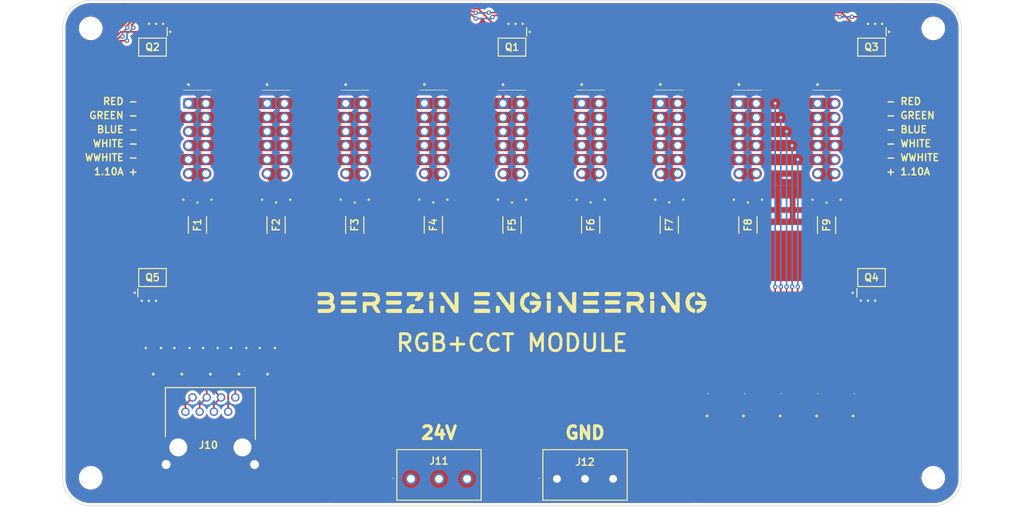
<source format=kicad_pcb>
(kicad_pcb (version 20211014) (generator pcbnew)
  (title_block (title "RGB+CCT Module") (date "2023-01-04") (rev "1.0") (company "Antonio Berezin"))
  (layers (0 "F.Cu" signal) (31 "B.Cu" signal) (34 "B.Paste" user) (35 "F.Paste" user) (36 "B.SilkS" user "B.Silkscreen") (37 "F.SilkS" user "F.Silkscreen") (38 "B.Mask" user) (39 "F.Mask" user) (44 "Edge.Cuts" user))
  (net 0 "")
  (net 1 "RED_OUTPUT")
  (net 2 "Net-(D101-Pad2)")
  (net 3 "GREEN_OUTPUT")
  (net 4 "Net-(D102-Pad2)")
  (net 5 "BLUE_OUTPUT")
  (net 6 "Net-(D103-Pad2)")
  (net 7 "WHITE_OUTPUT")
  (net 8 "Net-(D104-Pad2)")
  (net 9 "WWHITE_OUTPUT")
  (net 10 "Net-(D105-Pad2)")
  (net 11 "Net-(F1-Pad1)")
  (net 12 "+24V")
  (net 13 "Net-(F2-Pad1)")
  (net 14 "Net-(F3-Pad1)")
  (net 15 "Net-(F4-Pad1)")
  (net 16 "Net-(F5-Pad1)")
  (net 17 "Net-(F6-Pad1)")
  (net 18 "Net-(F7-Pad1)")
  (net 19 "Net-(F8-Pad1)")
  (net 20 "Net-(F9-Pad1)")
  (net 21 "RED_INPUT")
  (net 22 "GREEN_INPUT")
  (net 23 "BLUE_INPUT")
  (net 24 "WHITE_INPUT")
  (net 25 "WWHITE_INPUT")
  (net 26 "GND")
  (footprint "Transistor_Power_Module:Si4122DY" (layer "F.Cu") (at 213.75239 54.266816 -90)
    (fp_text reference "Q3")
    (fp_text value "Si4122DY" hide)
  )
  (footprint "TerminalBlock:14020316404000" (layer "F.Cu") (at 131.75239 131.131816)
    (fp_text reference "J11")
    (fp_text value " 14020316404000" hide)
  )
  (footprint "Fuse:1812L110" (layer "F.Cu") (at 93.75239 85.931816 -90)
    (fp_text reference "F1")
    (fp_text value "1812L110/24DR " hide)
  )
  (footprint "LED_SMD:Cree LED CLM3C" (layer "F.Cu") (at 186.75239 115.931816)
    (fp_text reference "D101")
    (fp_text value "CLM3C-RKW-CUbVaAA3 " hide)
  )
  (footprint "Connector:1653087" (layer "F.Cu") (at 88.05239 135.876816)
    (fp_text reference "J10")
    (fp_text value "1653087" hide)
  )
  (footprint "Fuse:1812L110" (layer "F.Cu") (at 205.75239 85.956816 -90)
    (fp_text reference "F9")
    (fp_text value "1812L110/24DR " hide)
  )
  (footprint "Fuse:1812L110" (layer "F.Cu") (at 149.75239 85.931816 -90)
    (fp_text reference "F5")
    (fp_text value "1812L110/24DR " hide)
  )
  (footprint "MountingHole:MountingHole_3.2mm_M3" (layer "F.Cu") (at 224.75239 50.931816)
    (fp_text reference "H3")
    (fp_text value "MountingHole")
  )
  (footprint "Transistor_Power_Module:Si4122DY" (layer "F.Cu") (at 149.75239 54.266816 -90)
    (fp_text reference "Q1")
    (fp_text value "Si4122DY" hide)
  )
  (footprint "Resistor_SMD:Panasonic_ERJ_0805" (layer "F.Cu") (at 106.23239 110.209316 90)
    (fp_text reference "R5")
    (fp_text value "10K" hide)
  )
  (footprint "LED_SMD:Cree LED CLM3C" (layer "F.Cu") (at 212.75239 115.931816)
    (fp_text reference "D105")
    (fp_text value "CLM3C-MKW-CWbXb233 " hide)
  )
  (footprint "Fuse:1812L110" (layer "F.Cu") (at 107.75239 85.931816 -90)
    (fp_text reference "F2")
    (fp_text value "1812L110/24DR " hide)
  )
  (footprint "Connector:1814605" (layer "F.Cu") (at 92.15239 64.291816 -90)
    (fp_text reference "J1")
    (fp_text value "1814605" hide)
  )
  (footprint "Connector:1814605" (layer "F.Cu") (at 134.15239 64.266816 -90)
    (fp_text reference "J4")
    (fp_text value "1814605" hide)
  )
  (footprint "LED_SMD:Cree LED CLM3C" (layer "F.Cu") (at 193.25239 115.931816)
    (fp_text reference "D102")
    (fp_text value "CLM3A-GKW-CWAXA793 " hide)
  )
  (footprint "Transistor_Power_Module:Si4122DY" (layer "F.Cu") (at 85.75239 95.286816 90)
    (fp_text reference "Q5")
    (fp_text value "Si4122DY" hide)
  )
  (footprint "MountingHole:MountingHole_3.2mm_M3" (layer "F.Cu") (at 74.75239 130.931816)
    (fp_text reference "H1")
    (fp_text value "MountingHole")
  )
  (footprint "Fuse:1812L110" (layer "F.Cu") (at 191.75239 85.931816 -90)
    (fp_text reference "F8")
    (fp_text value "1812L110/24DR " hide)
  )
  (footprint "Fuse:1812L110" (layer "F.Cu") (at 135.75239 85.906816 -90)
    (fp_text reference "F4")
    (fp_text value "1812L110/24DR " hide)
  )
  (footprint "Resistor_SMD:Panasonic_ERJ_0805" (layer "F.Cu") (at 193.25239 119.931816)
    (fp_text reference "R102")
    (fp_text value "2K" hide)
  )
  (footprint "Resistor_SMD:Panasonic_ERJ_0805" (layer "F.Cu") (at 90.97239 110.211816 90)
    (fp_text reference "R2")
    (fp_text value "10K" hide)
  )
  (footprint "Resistor_SMD:Panasonic_ERJ_0805" (layer "F.Cu") (at 85.89239 110.211816 90)
    (fp_text reference "R1")
    (fp_text value "10K" hide)
  )
  (footprint "Connector:1814605" (layer "F.Cu") (at 162.15239 64.266816 -90)
    (fp_text reference "J6")
    (fp_text value "1814605" hide)
  )
  (footprint "Transistor_Power_Module:Si4122DY" (layer "F.Cu") (at 213.75239 95.286816 90)
    (fp_text reference "Q4")
    (fp_text value "Si4122DY" hide)
  )
  (footprint "Resistor_SMD:Panasonic_ERJ_0805" (layer "F.Cu") (at 199.75239 119.931816)
    (fp_text reference "R103")
    (fp_text value "2K" hide)
  )
  (footprint "Resistor_SMD:Panasonic_ERJ_0805" (layer "F.Cu") (at 186.75239 119.931816)
    (fp_text reference "R101")
    (fp_text value "2K" hide)
  )
  (footprint "Fuse:1812L110" (layer "F.Cu") (at 177.75239 85.906816 -90)
    (fp_text reference "F7")
    (fp_text value "1812L110/24DR " hide)
  )
  (footprint "Resistor_SMD:Panasonic_ERJ_0805" (layer "F.Cu") (at 212.75239 119.931816)
    (fp_text reference "R105")
    (fp_text value "2K" hide)
  )
  (footprint "MountingHole:MountingHole_3.2mm_M3" (layer "F.Cu") (at 224.75239 130.931816)
    (fp_text reference "H4")
    (fp_text value "MountingHole")
  )
  (footprint "Connector:1814605" (layer "F.Cu") (at 204.15239 64.291816 -90)
    (fp_text reference "J9")
    (fp_text value "1814605" hide)
  )
  (footprint "TerminalBlock:14020316404000" (layer "F.Cu") (at 157.75239 131.131816)
    (fp_text reference "J12")
    (fp_text value " 14020316404000" hide)
  )
  (footprint "LED_SMD:Cree LED CLM3C" (layer "F.Cu") (at 199.75239 115.931816)
    (fp_text reference "D103")
    (fp_text value "CLM3A-BKW-CTBVA463 " hide)
  )
  (footprint "Connector:1814605" (layer "F.Cu") (at 106.15239 64.291816 -90)
    (fp_text reference "J2")
    (fp_text value "1814605" hide)
  )
  (footprint "Resistor_SMD:Panasonic_ERJ_0805" (layer "F.Cu") (at 206.25239 119.931816)
    (fp_text reference "R104")
    (fp_text value "2K" hide)
  )
  (footprint "Connector:1814605" (layer "F.Cu") (at 120.15239 64.291816 -90)
    (fp_text reference "J3")
    (fp_text value "1814605" hide)
  )
  (footprint "Fuse:1812L110" (layer "F.Cu") (at 121.75239 85.931816 -90)
    (fp_text reference "F3")
    (fp_text value "1812L110/24DR " hide)
  )
  (footprint "LED_SMD:Cree LED CLM3C" (layer "F.Cu") (at 206.25239 115.931816)
    (fp_text reference "D104")
    (fp_text value "CLM3C-WKW-CWbYa453 " hide)
  )
  (footprint "Connector:1814605" (layer "F.Cu") (at 176.15239 64.266816 -90)
    (fp_text reference "J7")
    (fp_text value "1814605" hide)
  )
  (footprint "Connector:1814605" (layer "F.Cu") (at 190.15239 64.291816 -90)
    (fp_text reference "J8")
    (fp_text value "1814605" hide)
  )
  (footprint "Fuse:1812L110" (layer "F.Cu") (at 163.75239 85.906816 -90)
    (fp_text reference "F6")
    (fp_text value "1812L110/24DR " hide)
  )
  (footprint "Connector:1814605" (layer "F.Cu") (at 148.15239 64.291816 -90)
    (fp_text reference "J5")
    (fp_text value "1814605" hide)
  )
  (footprint "MountingHole:MountingHole_3.2mm_M3" (layer "F.Cu") (at 74.75239 50.931816)
    (fp_text reference "H2")
    (fp_text value "MountingHole")
  )
  (footprint "Resistor_SMD:Panasonic_ERJ_0805" (layer "F.Cu") (at 101.13239 110.211816 90)
    (fp_text reference "R4")
    (fp_text value "10K" hide)
  )
  (footprint "Resistor_SMD:Panasonic_ERJ_0805" (layer "F.Cu") (at 96.05239 110.211816 90)
    (fp_text reference "R3")
    (fp_text value "10K" hide)
  )
  (footprint "Transistor_Power_Module:Si4122DY" (layer "F.Cu") (at 85.75239 54.266816 -90)
    (fp_text reference "Q2")
    (fp_text value "Si4122DY" hide)
  )
  (gr_poly (pts (xy 127.347923 101.05975) (xy 127.34822 101.128285) (xy 127.349202 101.174638) (xy 127.351114 101.221301) (xy 127.354266 101.269204) (xy 127.358968 101.319278) (xy 127.365531 101.372453) (xy 127.374264 101.42966) (xy 127.357443 101.419661) (xy 127.341702 101.409512) (xy 127.327036 101.399218) (xy 127.313441 101.388783) (xy 127.300912 101.378213) (xy 127.289444 101.367512) (xy 127.279032 101.356685) (xy 127.269672 101.345737) (xy 127.261358 101.334673) (xy 127.254085 101.323497) (xy 127.247849 101.312215) (xy 127.242645 101.300831) (xy 127.238468 101.28935) (xy 127.235314 101.277777) (xy 127.233176 101.266117) (xy 127.232052 101.254374) (xy 127.231934 101.242554) (xy 127.23282 101.230662) (xy 127.234704 101.218701) (xy 127.237581 101.206678) (xy 127.241446 101.194596) (xy 127.246295 101.182461) (xy 127.252122 101.170278) (xy 127.258923 101.158051) (xy 127.266693 101.145785) (xy 127.275427 101.133485) (xy 127.285121 101.121156) (xy 127.295768 101.108803) (xy 127.307366 101.096431) (xy 127.319908 101.084044) (xy 127.33339 101.071647) (xy 127.347807 101.059245)) (layer "F.SilkS") (width 0) (fill solid))
  (gr_poly (pts (xy 156.273685 97.885276) (xy 156.35142 97.88773) (xy 156.41807 97.89251) (xy 156.447504 97.896015) (xy 156.474488 97.900391) (xy 156.499126 97.905736) (xy 156.521526 97.912147) (xy 156.541795 97.919721) (xy 156.560038 97.928555) (xy 156.576363 97.938745) (xy 156.590876 97.950388) (xy 156.603684 97.963582) (xy 156.614893 97.978422) (xy 156.62461 97.995007) (xy 156.632941 98.013433) (xy 156.639993 98.033797) (xy 156.645873 98.056195) (xy 156.650687 98.080726) (xy 156.654542 98.107484) (xy 156.6598 98.168075) (xy 156.6625 98.238743) (xy 156.663637 98.413409) (xy 156.663637 98.942576) (xy 156.663404 98.957226) (xy 156.662707 98.971406) (xy 156.661544 98.985111) (xy 156.659916 98.998336) (xy 156.657823 99.011077) (xy 156.655265 99.023328) (xy 156.652242 99.035086) (xy 156.648754 99.046344) (xy 156.6448 99.057099) (xy 156.640382 99.067344) (xy 156.635499 99.077077) (xy 156.63015 99.08629) (xy 156.624336 99.094981) (xy 156.618058 99.103143) (xy 156.611314 99.110773) (xy 156.604105 99.117865) (xy 156.596431 99.124414) (xy 156.588292 99.130415) (xy 156.579688 99.135865) (xy 156.570619 99.140757) (xy 156.561084 99.145087) (xy 156.551085 99.14885) (xy 156.540621 99.152042) (xy 156.529691 99.154657) (xy 156.518296 99.15669) (xy 156.506437 99.158137) (xy 156.494112 99.158994) (xy 156.481322 99.159254) (xy 156.468067 99.158913) (xy 156.454347 99.157967) (xy 156.440162 99.156411) (xy 156.425512 99.154239) (xy 156.410332 99.154529) (xy 156.394609 99.155324) (xy 156.361846 99.157961) (xy 156.29322 99.164164) (xy 156.27587 99.16523) (xy 156.258597 99.165869) (xy 156.241479 99.165966) (xy 156.224594 99.165404) (xy 156.208019 99.164067) (xy 156.191831 99.161837) (xy 156.176108 99.1586) (xy 156.160928 99.154239) (xy 156.14547 99.14838) (xy 156.129044 99.140855) (xy 156.111919 99.131857) (xy 156.094369 99.12158) (xy 156.076663 99.110218) (xy 156.059074 99.097964) (xy 156.041872 99.085013) (xy 156.025329 99.071558) (xy 156.009717 99.057793) (xy 155.995305 99.043911) (xy 155.982367 99.030107) (xy 155.971173 99.016574) (xy 155.961994 99.003506) (xy 155.958245 98.997206) (xy 155.955102 98.991096) (xy 155.952598 98.985199) (xy 155.950767 98.979539) (xy 155.949644 98.97414) (xy 155.949262 98.969027) (xy 155.94058 98.859888) (xy 155.934379 98.750748) (xy 155.930658 98.641607) (xy 155.929418 98.532467) (xy 155.930658 98.423327) (xy 155.934379 98.314188) (xy 155.94058 98.205049) (xy 155.949262 98.095912) (xy 155.949492 98.088471) (xy 155.950167 98.081035) (xy 155.951268 98.073609) (xy 155.952776 98.066198) (xy 155.954672 98.058806) (xy 155.956936 98.051438) (xy 155.959549 98.044099) (xy 155.962492 98.036794) (xy 155.969287 98.022306) (xy 155.977168 98.008011) (xy 155.985979 97.993949) (xy 155.995565 97.980158) (xy 156.005771 97.966677) (xy 156.016442 97.953545) (xy 156.027423 97.9408) (xy 156.038559 97.928481) (xy 156.060676 97.905277) (xy 156.081552 97.884242)) (layer "F.SilkS") (width 0) (fill solid))
  (gr_poly (pts (xy 162.785486 100.856314) (xy 162.875145 100.862875) (xy 162.965424 100.867576) (xy 163.056633 100.870727) (xy 163.149082 100.872639) (xy 163.243081 100.873621) (xy 163.436971 100.874034) (xy 164.971555 100.874034) (xy 164.997997 100.874496) (xy 165.022786 100.875868) (xy 165.045977 100.878133) (xy 165.067622 100.881269) (xy 165.087775 100.885258) (xy 165.106489 100.89008) (xy 165.123818 100.895716) (xy 165.139814 100.902146) (xy 165.154531 100.909352) (xy 165.168023 100.917313) (xy 165.180342 100.926011) (xy 165.191542 100.935426) (xy 165.201677 100.945539) (xy 165.210798 100.956329) (xy 165.218961 100.967779) (xy 165.226217 100.979868) (xy 165.232621 100.992577) (xy 165.238226 101.005887) (xy 165.243084 101.019778) (xy 165.24725 101.034231) (xy 165.250776 101.049227) (xy 165.253716 101.064746) (xy 165.25805 101.097276) (xy 165.260679 101.131667) (xy 165.262029 101.167762) (xy 165.262598 101.244449) (xy 165.262236 101.283192) (xy 165.260944 101.319999) (xy 165.258412 101.35479) (xy 165.254329 101.387488) (xy 165.248386 101.418016) (xy 165.244621 101.432442) (xy 165.240273 101.446297) (xy 165.235306 101.45957) (xy 165.22968 101.472252) (xy 165.223356 101.484333) (xy 165.216295 101.495804) (xy 165.20846 101.506655) (xy 165.199811 101.516876) (xy 165.190308 101.526457) (xy 165.179915 101.535389) (xy 165.168591 101.543663) (xy 165.156299 101.551268) (xy 165.142999 101.558194) (xy 165.128652 101.564433) (xy 165.11322 101.569974) (xy 165.096664 101.574808) (xy 165.078946 101.578924) (xy 165.060025 101.582314) (xy 165.039865 101.584967) (xy 165.018426 101.586875) (xy 164.995669 101.588026) (xy 164.971555 101.588412) (xy 162.696138 101.588412) (xy 162.669772 101.58795) (xy 162.645204 101.586578) (xy 162.62237 101.584314) (xy 162.601207 101.581177) (xy 162.581653 101.577189) (xy 162.563644 101.572367) (xy 162.547118 101.56673) (xy 162.532012 101.5603) (xy 162.518262 101.553094) (xy 162.505805 101.545133) (xy 162.494579 101.536435) (xy 162.484521 101.52702) (xy 162.475567 101.516908) (xy 162.467655 101.506117) (xy 162.460722 101.494667) (xy 162.454704 101.482578) (xy 162.449539 101.469869) (xy 162.445163 101.456559) (xy 162.441515 101.442668) (xy 162.43853 101.428215) (xy 162.436145 101.413219) (xy 162.434299 101.3977) (xy 162.431967 101.36517) (xy 162.431031 101.33078) (xy 162.430986 101.294684) (xy 162.431554 101.217998) (xy 162.432071 101.148905) (xy 162.433299 101.115038) (xy 162.435688 101.081984) (xy 162.439629 101.050016) (xy 162.445507 101.019404) (xy 162.453711 100.990421) (xy 162.458806 100.976624) (xy 162.464627 100.963336) (xy 162.471224 100.950591) (xy 162.478645 100.938422) (xy 162.486937 100.926863) (xy 162.49615 100.915949) (xy 162.506332 100.905714) (xy 162.517531 100.89619) (xy 162.529796 100.887412) (xy 162.543176 100.879415) (xy 162.557718 100.872231) (xy 162.573471 100.865895) (xy 162.590484 100.860441) (xy 162.608805 100.855903) (xy 162.628482 100.852314) (xy 162.649565 100.849708) (xy 162.6721 100.84812) (xy 162.696138 100.847583)) (layer "F.SilkS") (width 0) (fill solid))
  (gr_poly (pts (xy 176.649666 97.842201) (xy 176.705664 97.846115) (xy 176.763289 97.853595) (xy 176.821573 97.864408) (xy 176.879547 97.878322) (xy 176.936242 97.895104) (xy 176.990689 97.914521) (xy 177.041919 97.936341) (xy 177.088964 97.960332) (xy 177.130854 97.986261) (xy 177.149563 97.999879) (xy 177.166621 98.013895) (xy 177.181905 98.028279) (xy 177.195295 98.043002) (xy 178.005582 99.131102) (xy 178.835714 100.239039) (xy 178.835768 100.246636) (xy 178.835892 100.248864) (xy 178.835995 100.249636) (xy 178.836132 100.2502) (xy 178.836307 100.250571) (xy 178.836527 100.250762) (xy 178.836794 100.250788) (xy 178.837115 100.250664) (xy 178.837494 100.250405) (xy 178.837936 100.250024) (xy 178.839028 100.248958) (xy 178.84043 100.247581) (xy 178.842181 100.246011) (xy 178.843199 100.245189) (xy 178.844319 100.244363) (xy 178.845546 100.243546) (xy 178.846884 100.242754) (xy 178.848338 100.242) (xy 178.849913 100.2413) (xy 178.851615 100.240667) (xy 178.853447 100.240117) (xy 178.855415 100.239664) (xy 178.857523 100.239323) (xy 178.859777 100.239107) (xy 178.86218 100.239032) (xy 178.86218 98.175288) (xy 178.862555 98.12376) (xy 178.863937 98.078083) (xy 178.866715 98.037911) (xy 178.868748 98.019779) (xy 178.871275 98.002893) (xy 178.874345 97.987208) (xy 178.878006 97.972681) (xy 178.882307 97.959268) (xy 178.887295 97.946926) (xy 178.89302 97.935612) (xy 178.899529 97.92528) (xy 178.906872 97.915889) (xy 178.915097 97.907393) (xy 178.924252 97.899751) (xy 178.934385 97.892917) (xy 178.945545 97.886849) (xy 178.957781 97.881503) (xy 178.971141 97.876835) (xy 178.985673 97.872802) (xy 179.001427 97.86936) (xy 179.018449 97.866465) (xy 179.056495 97.862144) (xy 179.100201 97.859489) (xy 179.149952 97.858151) (xy 179.206136 97.857783) (xy 179.267277 97.858151) (xy 179.321945 97.859489) (xy 179.370489 97.862144) (xy 179.413257 97.866465) (xy 179.4506 97.872802) (xy 179.467346 97.876835) (xy 179.482865 97.881503) (xy 179.497203 97.886849) (xy 179.510402 97.892917) (xy 179.522506 97.899751) (xy 179.533559 97.907393) (xy 179.543605 97.915889) (xy 179.552686 97.92528) (xy 179.560846 97.935612) (xy 179.56813 97.946926) (xy 179.574581 97.959268) (xy 179.580241 97.972681) (xy 179.585156 97.987208) (xy 179.589368 98.002893) (xy 179.592922 98.019779) (xy 179.59586 98.037911) (xy 179.600065 98.078083) (xy 179.602332 98.12376) (xy 179.60301 98.175288) (xy 179.60301 101.244456) (xy 179.602635 101.295985) (xy 179.601253 101.341661) (xy 179.598475 101.381834) (xy 179.596442 101.399965) (xy 179.593915 101.416851) (xy 179.590845 101.432536) (xy 179.587184 101.447063) (xy 179.582883 101.460476) (xy 179.577895 101.472818) (xy 179.57217 101.484133) (xy 179.56566 101.494464) (xy 179.558317 101.503856) (xy 179.550092 101.512351) (xy 179.540937 101.519994) (xy 179.530804 101.526827) (xy 179.519643 101.532895) (xy 179.507407 101.538241) (xy 179.494047 101.542909) (xy 179.479514 101.546942) (xy 179.463761 101.550385) (xy 179.446738 101.553279) (xy 179.40869 101.557601) (xy 179.364984 101.560256) (xy 179.315232 101.561593) (xy 179.259046 101.561961) (xy 179.210355 101.565669) (xy 179.163446 101.566818) (xy 179.118242 101.565332) (xy 179.074666 101.561133) (xy 179.032641 101.554143) (xy 178.992088 101.544286) (xy 178.95293 101.531482) (xy 178.91509 101.515655) (xy 178.87849 101.496728) (xy 178.843054 101.474623) (xy 178.808702 101.449263) (xy 178.775358 101.420569) (xy 178.742944 101.388465) (xy 178.711384 101.352873) (xy 178.680598 101.313715) (xy 178.65051 101.270915) (xy 178.390215 100.895074) (xy 178.12589 100.521403) (xy 177.588869 99.779329) (xy 176.507383 98.307582) (xy 176.497467 98.297355) (xy 176.487591 98.286547) (xy 176.477791 98.275197) (xy 176.468108 98.263343) (xy 176.45858 98.251024) (xy 176.449246 98.23828) (xy 176.440144 98.225148) (xy 176.431314 98.211667) (xy 176.422794 98.197876) (xy 176.414622 98.183815) (xy 176.406838 98.169521) (xy 176.399481 98.155033) (xy 176.392588 98.14039) (xy 176.3862 98.125631) (xy 176.380354 98.110795) (xy 176.375089 98.09592) (xy 176.375193 98.06512) (xy 176.375916 98.03308) (xy 176.376704 98.016983) (xy 176.37788 98.00104) (xy 176.379521 97.985408) (xy 176.381704 97.970241) (xy 176.384507 97.955693) (xy 176.388009 97.941921) (xy 176.392285 97.92908) (xy 176.397414 97.917323) (xy 176.400322 97.9119) (xy 176.403473 97.906807) (xy 176.406876 97.902062) (xy 176.41054 97.897686) (xy 176.414475 97.893697) (xy 176.418692 97.890115) (xy 176.423199 97.886959) (xy 176.428007 97.88425) (xy 176.4438 97.874944) (xy 176.461332 97.866849) (xy 176.480482 97.859936) (xy 176.501129 97.854176) (xy 176.523152 97.84954) (xy 176.54643 97.845998) (xy 176.596265 97.842084)) (layer "F.SilkS") (width 0) (fill solid))
  (gr_poly (pts (xy 121.183015 97.884242) (xy 121.89739 97.884242) (xy 121.926219 97.885166) (xy 121.939924 97.886313) (xy 121.953149 97.887911) (xy 121.965889 97.889955) (xy 121.978141 97.892439) (xy 121.989898 97.89536) (xy 122.001156 97.898712) (xy 122.011911 97.90249) (xy 122.022156 97.906689) (xy 122.031888 97.911306) (xy 122.041102 97.916334) (xy 122.049793 97.921769) (xy 122.057955 97.927606) (xy 122.065585 97.93384) (xy 122.072677 97.940467) (xy 122.079226 97.947481) (xy 122.085228 97.954878) (xy 122.090677 97.962653) (xy 122.095569 97.970801) (xy 122.0999 97.979318) (xy 122.103663 97.988197) (xy 122.106855 97.997435) (xy 122.109471 98.007027) (xy 122.111504 98.016968) (xy 122.112952 98.027252) (xy 122.113809 98.037876) (xy 122.11407 98.048834) (xy 122.11373 98.060121) (xy 122.112784 98.071733) (xy 122.111228 98.083665) (xy 122.109057 98.095912) (xy 122.109057 98.334033) (xy 122.108127 98.367526) (xy 122.105336 98.398577) (xy 122.103243 98.4132) (xy 122.100685 98.427226) (xy 122.097662 98.440661) (xy 122.094174 98.45351) (xy 122.090221 98.465777) (xy 122.085803 98.477468) (xy 122.080919 98.488587) (xy 122.075571 98.499139) (xy 122.069757 98.50913) (xy 122.063478 98.518563) (xy 122.056734 98.527444) (xy 122.049526 98.535777) (xy 122.041852 98.543568) (xy 122.033713 98.550821) (xy 122.025108 98.557541) (xy 122.016039 98.563733) (xy 122.006505 98.569402) (xy 121.996505 98.574552) (xy 121.986041 98.579189) (xy 121.975111 98.583318) (xy 121.963717 98.586942) (xy 121.951857 98.590067) (xy 121.939532 98.592699) (xy 121.926742 98.594841) (xy 121.899767 98.597676) (xy 121.870931 98.598613) (xy 119.489681 98.598613) (xy 119.4658 98.597986) (xy 119.443741 98.596081) (xy 119.433382 98.594636) (xy 119.423465 98.592857) (xy 119.413983 98.590739) (xy 119.404932 98.588277) (xy 119.396308 98.585467) (xy 119.388105 98.582302) (xy 119.380319 98.578779) (xy 119.372944 98.574893) (xy 119.365977 98.570638) (xy 119.359412 98.566011) (xy 119.353244 98.561005) (xy 119.347468 98.555617) (xy 119.34208 98.549842) (xy 119.337074 98.543673) (xy 119.332447 98.537108) (xy 119.328193 98.53014) (xy 119.324306 98.522766) (xy 119.320783 98.51498) (xy 119.317619 98.506777) (xy 119.314808 98.498152) (xy 119.312346 98.489101) (xy 119.310228 98.479619) (xy 119.30845 98.469701) (xy 119.307005 98.459343) (xy 119.3051 98.437283) (xy 119.304473 98.413402) (xy 119.295585 98.320255) (xy 119.289177 98.238735) (xy 119.285869 98.168067) (xy 119.286283 98.107477) (xy 119.288079 98.080718) (xy 119.291037 98.056188) (xy 119.295236 98.033789) (xy 119.300752 98.013426) (xy 119.307664 97.995) (xy 119.316048 97.978415) (xy 119.325983 97.963574) (xy 119.337546 97.95038) (xy 119.350814 97.938737) (xy 119.365864 97.928547) (xy 119.382776 97.919714) (xy 119.401625 97.91214) (xy 119.422489 97.905729) (xy 119.445446 97.900383) (xy 119.470574 97.896007) (xy 119.497949 97.892503) (xy 119.559754 97.887723) (xy 119.631481 97.885268) (xy 119.807181 97.884234)) (layer "F.SilkS") (width 0) (fill solid))
  (gr_poly (pts (xy 135.549476 99.361779) (xy 135.573189 99.364387) (xy 135.595075 99.367915) (xy 135.615207 99.372432) (xy 135.633658 99.378005) (xy 135.6505 99.384702) (xy 135.665807 99.392591) (xy 135.679651 99.401739) (xy 135.692104 99.412215) (xy 135.703239 99.424086) (xy 135.71313 99.437421) (xy 135.721848 99.452286) (xy 135.729466 99.46875) (xy 135.736058 99.486881) (xy 135.741694 99.506746) (xy 135.74645 99.528413) (xy 135.750396 99.55195) (xy 135.756151 99.604906) (xy 135.759543 99.666155) (xy 135.761151 99.736242) (xy 135.761558 99.815707) (xy 135.761558 101.297374) (xy 135.76088 101.344245) (xy 135.758613 101.385845) (xy 135.756774 101.404765) (xy 135.754407 101.422484) (xy 135.751469 101.43904) (xy 135.747916 101.454472) (xy 135.743703 101.468819) (xy 135.738788 101.48212) (xy 135.733127 101.494413) (xy 135.726677 101.505736) (xy 135.719393 101.51613) (xy 135.711232 101.525632) (xy 135.702151 101.534281) (xy 135.692105 101.542117) (xy 135.681052 101.549177) (xy 135.668948 101.555501) (xy 135.655749 101.561128) (xy 135.641411 101.566095) (xy 135.625891 101.570443) (xy 135.609145 101.574209) (xy 135.59113 101.577432) (xy 135.571803 101.580152) (xy 135.529034 101.584234) (xy 135.48049 101.586766) (xy 135.425823 101.588058) (xy 135.364683 101.58842) (xy 135.321585 101.587761) (xy 135.281587 101.585629) (xy 135.24469 101.581792) (xy 135.210894 101.576017) (xy 135.195158 101.57233) (xy 135.180198 101.568072) (xy 135.166012 101.563213) (xy 135.152602 101.557724) (xy 135.139967 101.551576) (xy 135.128108 101.54474) (xy 135.117023 101.537187) (xy 135.106714 101.528888) (xy 135.097179 101.519814) (xy 135.08842 101.509935) (xy 135.080436 101.499223) (xy 135.073227 101.487649) (xy 135.066794 101.475184) (xy 135.061135 101.461798) (xy 135.056252 101.447462) (xy 135.052143 101.432148) (xy 135.04881 101.415826) (xy 135.046253 101.398467) (xy 135.04447 101.380043) (xy 135.043462 101.360523) (xy 135.04323 101.33988) (xy 135.043773 101.318083) (xy 135.047184 101.270915) (xy 135.038449 101.201409) (xy 135.031886 101.131593) (xy 135.027183 101.061158) (xy 135.02403 100.989792) (xy 135.022118 100.917186) (xy 135.021136 100.843031) (xy 135.020723 100.68883) (xy 135.020723 99.630496) (xy 135.02166 99.597003) (xy 135.022838 99.581174) (xy 135.024495 99.565951) (xy 135.026638 99.551329) (xy 135.029269 99.537303) (xy 135.032395 99.523868) (xy 135.036019 99.511019) (xy 135.040148 99.498752) (xy 135.044785 99.487061) (xy 135.049936 99.475942) (xy 135.055605 99.46539) (xy 135.061797 99.455399) (xy 135.068518 99.445966) (xy 135.075771 99.437085) (xy 135.083562 99.428752) (xy 135.091896 99.420961) (xy 135.100777 99.413708) (xy 135.11021 99.406988) (xy 135.120201 99.400796) (xy 135.130753 99.395127) (xy 135.141872 99.389977) (xy 135.153563 99.38534) (xy 135.165831 99.381211) (xy 135.17868 99.377587) (xy 135.192115 99.374462) (xy 135.206141 99.37183) (xy 135.220763 99.369688) (xy 135.235986 99.368031) (xy 135.251814 99.366853) (xy 135.285307 99.365916) (xy 135.364778 99.361664) (xy 135.43491 99.359196) (xy 135.496282 99.359053)) (layer "F.SilkS") (width 0) (fill solid))
  (gr_poly (pts (xy 145.575255 97.884711) (xy 145.598012 97.886078) (xy 145.619451 97.888326) (xy 145.639611 97.891433) (xy 145.658532 97.895372) (xy 145.67625 97.900121) (xy 145.692806 97.905654) (xy 145.708238 97.911949) (xy 145.722585 97.918979) (xy 145.735885 97.926722) (xy 145.748177 97.935152) (xy 145.759501 97.944247) (xy 145.769894 97.95398) (xy 145.779397 97.964329) (xy 145.788046 97.975269) (xy 145.795881 97.986776) (xy 145.802942 97.998826) (xy 145.809266 98.011394) (xy 145.814892 98.024456) (xy 145.819859 98.037988) (xy 145.824207 98.051965) (xy 145.827973 98.066364) (xy 145.833915 98.09633) (xy 145.837998 98.127691) (xy 145.84053 98.160253) (xy 145.841822 98.193822) (xy 145.842184 98.228206) (xy 145.841822 98.289048) (xy 145.84053 98.342875) (xy 145.837998 98.390113) (xy 145.833915 98.431189) (xy 145.827973 98.466529) (xy 145.824207 98.482182) (xy 145.819859 98.49656) (xy 145.814892 98.509717) (xy 145.809266 98.521707) (xy 145.802942 98.532582) (xy 145.795881 98.542397) (xy 145.788046 98.551203) (xy 145.779397 98.559056) (xy 145.769894 98.566007) (xy 145.759501 98.57211) (xy 145.748177 98.577419) (xy 145.735885 98.581987) (xy 145.722585 98.585867) (xy 145.708238 98.589112) (xy 145.67625 98.593911) (xy 145.639611 98.596812) (xy 145.598012 98.598239) (xy 145.551141 98.59862) (xy 143.302181 98.59862) (xy 143.266352 98.597854) (xy 143.233212 98.595591) (xy 143.202659 98.591884) (xy 143.174592 98.586787) (xy 143.148908 98.580352) (xy 143.125506 98.572634) (xy 143.104283 98.563685) (xy 143.08514 98.553559) (xy 143.067973 98.542309) (xy 143.052681 98.529989) (xy 143.039162 98.516651) (xy 143.027314 98.502348) (xy 143.017036 98.487136) (xy 143.008226 98.471065) (xy 143.000782 98.454191) (xy 142.994603 98.436565) (xy 142.989586 98.418242) (xy 142.985631 98.399275) (xy 142.982634 98.379716) (xy 142.980496 98.35962) (xy 142.978383 98.318028) (xy 142.97848 98.274924) (xy 142.982046 98.185887) (xy 142.983887 98.140806) (xy 142.984682 98.09592) (xy 142.987394 98.079017) (xy 142.990566 98.063021) (xy 142.994194 98.047906) (xy 142.998272 98.033649) (xy 143.002796 98.020225) (xy 143.007761 98.00761) (xy 143.013162 97.99578) (xy 143.018994 97.98471) (xy 143.025253 97.974377) (xy 143.031933 97.964756) (xy 143.039029 97.955823) (xy 143.046538 97.947554) (xy 143.054453 97.939925) (xy 143.062771 97.93291) (xy 143.071485 97.926487) (xy 143.080592 97.92063) (xy 143.090087 97.915317) (xy 143.099965 97.910521) (xy 143.11022 97.90622) (xy 143.120848 97.902388) (xy 143.131845 97.899003) (xy 143.143205 97.896039) (xy 143.154923 97.893472) (xy 143.166995 97.891278) (xy 143.192181 97.887912) (xy 143.218723 97.885748) (xy 143.246583 97.884592) (xy 143.275722 97.88425) (xy 145.551141 97.88425)) (layer "F.SilkS") (width 0) (fill solid))
  (gr_poly (pts (xy 184.112915 99.446236) (xy 184.148881 99.449117) (xy 184.182367 99.454013) (xy 184.19818 99.457241) (xy 184.213372 99.461002) (xy 184.227945 99.465306) (xy 184.241897 99.470162) (xy 184.25523 99.47558) (xy 184.267942 99.48157) (xy 184.280034 99.488141) (xy 184.291506 99.495303) (xy 184.302358 99.503066) (xy 184.31259 99.511439) (xy 184.322202 99.520433) (xy 184.331194 99.530056) (xy 184.339565 99.540319) (xy 184.347317 99.551231) (xy 184.354448 99.562802) (xy 184.360959 99.575041) (xy 184.36685 99.587959) (xy 184.372122 99.601564) (xy 184.376772 99.615868) (xy 184.380803 99.630878) (xy 184.384214 99.646606) (xy 184.387004 99.66306) (xy 184.389175 99.680251) (xy 184.390725 99.698188) (xy 184.391655 99.716881) (xy 184.391965 99.736339) (xy 184.381146 99.903357) (xy 184.358737 100.066654) (xy 184.324934 100.22561) (xy 184.279931 100.379605) (xy 184.22392 100.52802) (xy 184.157096 100.670233) (xy 184.079652 100.805625) (xy 183.991783 100.933576) (xy 183.893681 101.053465) (xy 183.840854 101.110192) (xy 183.785542 101.164672) (xy 183.727769 101.216827) (xy 183.667558 101.266578) (xy 183.604936 101.313849) (xy 183.539924 101.358562) (xy 183.472549 101.40064) (xy 183.402833 101.440004) (xy 183.330802 101.476579) (xy 183.256479 101.510285) (xy 183.179889 101.541045) (xy 183.101056 101.568783) (xy 183.020004 101.59342) (xy 182.936758 101.614879) (xy 182.898311 101.62325) (xy 182.880018 101.626273) (xy 182.862345 101.628521) (xy 182.845292 101.629994) (xy 182.828859 101.630692) (xy 182.813046 101.630614) (xy 182.797854 101.629762) (xy 182.783281 101.628134) (xy 182.769329 101.625731) (xy 182.755996 101.622553) (xy 182.743284 101.6186) (xy 182.731192 101.613871) (xy 182.71972 101.608368) (xy 182.708868 101.602089) (xy 182.698636 101.595036) (xy 182.689024 101.587207) (xy 182.680032 101.578603) (xy 182.671661 101.569223) (xy 182.663909 101.559069) (xy 182.656778 101.54814) (xy 182.650267 101.536435) (xy 182.644375 101.523955) (xy 182.639104 101.510701) (xy 182.634453 101.496671) (xy 182.630423 101.481866) (xy 182.627012 101.466285) (xy 182.624221 101.44993) (xy 182.622051 101.4328) (xy 182.620501 101.414894) (xy 182.61957 101.396213) (xy 182.61926 101.376758) (xy 182.611248 101.254233) (xy 182.609432 101.204153) (xy 182.609747 101.160544) (xy 182.610862 101.140937) (xy 182.612698 101.122672) (xy 182.61532 101.105657) (xy 182.618789 101.0898) (xy 182.623169 101.075008) (xy 182.628523 101.06119) (xy 182.634914 101.048254) (xy 182.642404 101.036108) (xy 182.651057 101.024659) (xy 182.660936 101.013816) (xy 182.672104 101.003486) (xy 182.684623 100.993578) (xy 182.698557 100.983999) (xy 182.713968 100.974658) (xy 182.730921 100.965462) (xy 182.749476 100.956319) (xy 182.79165 100.937825) (xy 182.840995 100.91844) (xy 182.963209 100.874049) (xy 183.021785 100.84801) (xy 183.078346 100.81953) (xy 183.132736 100.788647) (xy 183.184801 100.755399) (xy 183.234385 100.719827) (xy 183.281333 100.681967) (xy 183.325491 100.64186) (xy 183.366704 100.599544) (xy 183.404815 100.555057) (xy 183.439671 100.508438) (xy 183.471116 100.459726) (xy 183.498995 100.408961) (xy 183.523153 100.356179) (xy 183.543436 100.301421) (xy 183.552075 100.273313) (xy 183.559687 100.244725) (xy 183.566252 100.215662) (xy 183.571752 100.18613) (xy 183.513362 100.177394) (xy 183.456831 100.170829) (xy 183.401539 100.166125) (xy 183.346866 100.162971) (xy 183.292193 100.161059) (xy 183.236899 100.160077) (xy 183.121969 100.159663) (xy 182.672178 100.159663) (xy 182.620649 100.159282) (xy 182.574973 100.157854) (xy 182.5348 100.154954) (xy 182.516669 100.152818) (xy 182.499783 100.150155) (xy 182.484098 100.14691) (xy 182.469571 100.14303) (xy 182.456158 100.138462) (xy 182.443816 100.133153) (xy 182.432501 100.12705) (xy 182.42217 100.120098) (xy 182.412778 100.112246) (xy 182.404283 100.103439) (xy 182.396641 100.093625) (xy 182.389807 100.082749) (xy 182.383739 100.07076) (xy 182.378393 100.057603) (xy 182.373725 100.043224) (xy 182.369692 100.027572) (xy 182.366249 100.010593) (xy 182.363355 99.992232) (xy 182.359033 99.951156) (xy 182.356378 99.903918) (xy 182.355041 99.850091) (xy 182.354673 99.789248) (xy 182.355041 99.733062) (xy 182.356378 99.68331) (xy 182.359033 99.639605) (xy 182.363355 99.601558) (xy 182.366249 99.584535) (xy 182.369692 99.568782) (xy 182.373725 99.55425) (xy 182.378393 99.54089) (xy 182.383739 99.528654) (xy 182.389807 99.517494) (xy 182.396641 99.507361) (xy 182.404283 99.498206) (xy 182.412778 99.489982) (xy 182.42217 99.482639) (xy 182.432501 99.47613) (xy 182.443816 99.470405) (xy 182.456158 99.465417) (xy 182.469571 99.461117) (xy 182.484098 99.457456) (xy 182.499783 99.454386) (xy 182.5348 99.449826) (xy 182.574973 99.447049) (xy 182.620649 99.445667) (xy 182.672178 99.445292) (xy 184.074468 99.445292)) (layer "F.SilkS") (width 0) (fill solid))
  (gr_poly (pts (xy 158.377752 97.847028) (xy 158.401314 97.848813) (xy 158.424358 97.851582) (xy 158.446897 97.85532) (xy 158.468948 97.860012) (xy 158.490523 97.865644) (xy 158.511639 97.872201) (xy 158.532309 97.879669) (xy 158.552547 97.888034) (xy 158.572369 97.89728) (xy 158.591789 97.907393) (xy 158.62948 97.930164) (xy 158.665737 97.956228) (xy 158.700677 97.985471) (xy 158.734415 98.017776) (xy 158.767068 98.053026) (xy 158.798752 98.091106) (xy 158.829583 98.131899) (xy 158.859678 98.175288) (xy 159.020754 98.411088) (xy 159.18586 98.642858) (xy 159.354067 98.871526) (xy 159.524444 99.098024) (xy 159.867989 99.548228) (xy 160.209055 100.000911) (xy 160.218989 100.01551) (xy 160.229002 100.029643) (xy 160.239169 100.043467) (xy 160.249569 100.057136) (xy 160.271376 100.084628) (xy 160.295044 100.11336) (xy 160.35044 100.179507) (xy 160.38341 100.219402) (xy 160.420721 100.265498) (xy 160.421018 100.236643) (xy 160.421858 100.209532) (xy 160.423163 100.184048) (xy 160.424855 100.160077) (xy 160.429094 100.116203) (xy 160.433952 100.07698) (xy 160.443048 100.008766) (xy 160.446046 99.977914) (xy 160.446886 99.962896) (xy 160.447183 99.947993) (xy 160.447183 98.175281) (xy 160.447861 98.123752) (xy 160.450129 98.078076) (xy 160.451967 98.057323) (xy 160.454334 98.037903) (xy 160.457272 98.019772) (xy 160.460825 98.002885) (xy 160.465038 97.9872) (xy 160.469952 97.972674) (xy 160.475613 97.959261) (xy 160.482064 97.946919) (xy 160.489348 97.935604) (xy 160.497508 97.925273) (xy 160.50659 97.915881) (xy 160.516635 97.907386) (xy 160.527688 97.899743) (xy 160.539792 97.89291) (xy 160.552991 97.886842) (xy 160.567329 97.881496) (xy 160.582849 97.876828) (xy 160.599595 97.872794) (xy 160.617609 97.869352) (xy 160.636937 97.866457) (xy 160.679706 97.862136) (xy 160.728249 97.859481) (xy 160.782917 97.858144) (xy 160.844057 97.857776) (xy 160.900242 97.858144) (xy 160.949994 97.859481) (xy 160.993699 97.862136) (xy 161.031746 97.866457) (xy 161.048769 97.869352) (xy 161.064522 97.872794) (xy 161.079055 97.876828) (xy 161.092415 97.881496) (xy 161.104651 97.886842) (xy 161.115811 97.89291) (xy 161.125945 97.899743) (xy 161.1351 97.907386) (xy 161.143324 97.915881) (xy 161.150667 97.925273) (xy 161.157177 97.935604) (xy 161.162902 97.946919) (xy 161.16789 97.959261) (xy 161.17219 97.972674) (xy 161.175851 97.9872) (xy 161.178921 98.002885) (xy 161.183482 98.037903) (xy 161.186259 98.078076) (xy 161.187642 98.123752) (xy 161.188016 98.175281) (xy 161.188016 101.270907) (xy 161.187073 101.309063) (xy 161.184192 101.344235) (xy 161.182001 101.360738) (xy 161.179296 101.376539) (xy 161.176068 101.391652) (xy 161.172307 101.406092) (xy 161.168003 101.419873) (xy 161.163147 101.433009) (xy 161.157729 101.445516) (xy 161.151739 101.457407) (xy 161.145168 101.468698) (xy 161.138006 101.479402) (xy 161.130243 101.489535) (xy 161.12187 101.499111) (xy 161.112877 101.508144) (xy 161.103254 101.51665) (xy 161.092991 101.524641) (xy 161.082079 101.532134) (xy 161.070508 101.539142) (xy 161.058269 101.54568) (xy 161.045352 101.551763) (xy 161.031746 101.557405) (xy 161.017443 101.56262) (xy 161.002433 101.567424) (xy 160.970251 101.575854) (xy 160.935124 101.582812) (xy 160.896974 101.588412) (xy 160.843617 101.591823) (xy 160.792586 101.592133) (xy 160.743726 101.589342) (xy 160.696881 101.583451) (xy 160.651896 101.574459) (xy 160.608617 101.562367) (xy 160.566888 101.547174) (xy 160.526554 101.52888) (xy 160.487461 101.507486) (xy 160.449453 101.482991) (xy 160.412375 101.455395) (xy 160.376073 101.424699) (xy 160.34039 101.390902) (xy 160.305173 101.354004) (xy 160.270266 101.314006) (xy 160.235513 101.270907) (xy 159.15072 99.789248) (xy 158.039472 98.281123) (xy 158.02957 98.265639) (xy 158.019783 98.249032) (xy 158.01023 98.231416) (xy 158.001025 98.212909) (xy 157.992285 98.193627) (xy 157.984127 98.173686) (xy 157.976666 98.153203) (xy 157.970019 98.132293) (xy 157.964303 98.111073) (xy 157.959633 98.089659) (xy 157.956125 98.068168) (xy 157.953896 98.046715) (xy 157.953063 98.025418) (xy 157.953741 98.004392) (xy 157.954683 97.994017) (xy 157.956046 97.983753) (xy 157.957846 97.973615) (xy 157.960096 97.963618) (xy 157.96063 97.958734) (xy 157.962195 97.954) (xy 157.96474 97.949411) (xy 157.968209 97.944963) (xy 157.972551 97.94065) (xy 157.977711 97.936468) (xy 157.983637 97.932412) (xy 157.990275 97.928478) (xy 158.005474 97.920952) (xy 158.022883 97.913853) (xy 158.042074 97.907142) (xy 158.062622 97.900779) (xy 158.0841 97.894726) (xy 158.106082 97.888945) (xy 158.149851 97.878041) (xy 158.190521 97.867757) (xy 158.208627 97.862751) (xy 158.22468 97.857783) (xy 158.251657 97.853362) (xy 158.278029 97.850012) (xy 158.30381 97.847718) (xy 158.329014 97.846466) (xy 158.353657 97.846241)) (layer "F.SilkS") (width 0) (fill solid))
  (gr_poly (pts (xy 121.680824 99.366445) (xy 121.70089 99.368027) (xy 121.719523 99.370618) (xy 121.73678 99.374177) (xy 121.752719 99.378666) (xy 121.767398 99.384047) (xy 121.780876 99.390281) (xy 121.79321 99.397328) (xy 121.80446 99.405151) (xy 121.814682 99.41371) (xy 121.823935 99.422966) (xy 121.832278 99.432881) (xy 121.839767 99.443417) (xy 121.846463 99.454534) (xy 121.852422 99.466193) (xy 121.857702 99.478356) (xy 121.862363 99.490985) (xy 121.866461 99.504039) (xy 121.870056 99.517481) (xy 121.873205 99.531272) (xy 121.878399 99.559745) (xy 121.882507 99.589148) (xy 121.889328 99.649503) (xy 121.892972 99.679835) (xy 121.89739 99.709857) (xy 121.901679 99.749199) (xy 121.904418 99.787688) (xy 121.905297 99.825091) (xy 121.904005 99.861175) (xy 121.900232 99.89571) (xy 121.897319 99.912323) (xy 121.893669 99.928461) (xy 121.889245 99.944095) (xy 121.884006 99.959196) (xy 121.877915 99.973735) (xy 121.870932 99.987683) (xy 121.863019 100.001011) (xy 121.854137 100.01369) (xy 121.844247 100.02569) (xy 121.833311 100.036983) (xy 121.82129 100.04754) (xy 121.808145 100.057331) (xy 121.793837 100.066327) (xy 121.778327 100.0745) (xy 121.761578 100.08182) (xy 121.743549 100.088259) (xy 121.724202 100.093786) (xy 121.7035 100.098374) (xy 121.681401 100.101993) (xy 121.657869 100.104614) (xy 121.632864 100.106208) (xy 121.606348 100.106746) (xy 119.595515 100.106746) (xy 119.552417 100.105796) (xy 119.512419 100.10287) (xy 119.475522 100.097851) (xy 119.458236 100.09452) (xy 119.441726 100.090622) (xy 119.42599 100.086143) (xy 119.41103 100.081069) (xy 119.396845 100.075383) (xy 119.383435 100.069073) (xy 119.3708 100.062123) (xy 119.35894 100.054519) (xy 119.347856 100.046247) (xy 119.337546 100.037291) (xy 119.328012 100.027638) (xy 119.319253 100.017273) (xy 119.311269 100.006181) (xy 119.30406 99.994348) (xy 119.297626 99.981759) (xy 119.291967 99.968399) (xy 119.287084 99.954255) (xy 119.282976 99.939311) (xy 119.279643 99.923554) (xy 119.277085 99.906968) (xy 119.275302 99.889539) (xy 119.274294 99.871253) (xy 119.274062 99.852094) (xy 119.274604 99.832049) (xy 119.275922 99.811103) (xy 119.278015 99.789241) (xy 119.277724 99.774067) (xy 119.27693 99.758389) (xy 119.274294 99.725988) (xy 119.268093 99.660255) (xy 119.267027 99.644307) (xy 119.266387 99.628785) (xy 119.26629 99.613806) (xy 119.266852 99.599485) (xy 119.26819 99.58594) (xy 119.270418 99.573287) (xy 119.273654 99.561641) (xy 119.275687 99.556233) (xy 119.278015 99.55112) (xy 119.283583 99.53625) (xy 119.290314 99.521457) (xy 119.29813 99.506819) (xy 119.306953 99.492414) (xy 119.316707 99.478319) (xy 119.327314 99.464612) (xy 119.338696 99.45137) (xy 119.350775 99.43867) (xy 119.363475 99.426591) (xy 119.376717 99.415209) (xy 119.390424 99.404602) (xy 119.404518 99.394848) (xy 119.418923 99.386024) (xy 119.433561 99.378208) (xy 119.448353 99.371477) (xy 119.463223 99.365909) (xy 121.659265 99.365909)) (layer "F.SilkS") (width 0) (fill solid))
  (gr_poly (pts (xy 176.71509 100.248657) (xy 176.744398 100.252425) (xy 176.774277 100.258219) (xy 176.804685 100.266061) (xy 176.835576 100.275977) (xy 176.866909 100.287991) (xy 176.898639 100.302126) (xy 176.930723 100.318408) (xy 176.935757 100.321117) (xy 176.940928 100.324267) (xy 176.946214 100.327833) (xy 176.951598 100.331792) (xy 176.962578 100.340791) (xy 176.973714 100.351068) (xy 176.98485 100.362431) (xy 176.99583 100.374684) (xy 177.006501 100.387636) (xy 177.016707 100.401092) (xy 177.026293 100.414857) (xy 177.035104 100.428739) (xy 177.042984 100.442543) (xy 177.04978 100.456076) (xy 177.055335 100.469144) (xy 177.057599 100.475443) (xy 177.059495 100.481553) (xy 177.061003 100.48745) (xy 177.062105 100.493109) (xy 177.06278 100.498507) (xy 177.063009 100.503619) (xy 177.070605 100.611624) (xy 177.074171 100.717768) (xy 177.074636 100.822672) (xy 177.072931 100.926955) (xy 177.06673 101.136142) (xy 177.064094 101.242286) (xy 177.063009 101.350291) (xy 177.062775 101.364941) (xy 177.062072 101.379126) (xy 177.060894 101.392845) (xy 177.059236 101.4061) (xy 177.057094 101.41889) (xy 177.054463 101.431214) (xy 177.051337 101.443074) (xy 177.047713 101.454468) (xy 177.043584 101.465397) (xy 177.038947 101.475862) (xy 177.033796 101.485861) (xy 177.028127 101.495395) (xy 177.021935 101.504464) (xy 177.015214 101.513068) (xy 177.007961 101.521207) (xy 177.00017 101.528881) (xy 176.991837 101.53609) (xy 176.982956 101.542834) (xy 176.973522 101.549112) (xy 176.963532 101.554926) (xy 176.95298 101.560274) (xy 176.941861 101.565158) (xy 176.93017 101.569576) (xy 176.917902 101.573529) (xy 176.905054 101.577017) (xy 176.891619 101.580041) (xy 176.877593 101.582599) (xy 176.862971 101.584691) (xy 176.847749 101.586319) (xy 176.831921 101.587482) (xy 176.815483 101.58818) (xy 176.798429 101.588412) (xy 176.714003 101.59265) (xy 176.638956 101.595027) (xy 176.572745 101.594924) (xy 176.514829 101.59172) (xy 176.488811 101.588761) (xy 176.464664 101.584795) (xy 176.442319 101.579744) (xy 176.421708 101.57353) (xy 176.402764 101.566075) (xy 176.385418 101.557303) (xy 176.369603 101.547136) (xy 176.355252 101.535496) (xy 176.342296 101.522305) (xy 176.330667 101.507487) (xy 176.320298 101.490963) (xy 176.31112 101.472657) (xy 176.303067 101.45249) (xy 176.296069 101.430386) (xy 176.29006 101.406266) (xy 176.284972 101.380053) (xy 176.280736 101.35167) (xy 176.277285 101.321038) (xy 176.272466 101.252722) (xy 176.269972 101.174484) (xy 176.269262 101.085704) (xy 176.273919 101.065855) (xy 176.277995 101.045966) (xy 176.281529 101.026) (xy 176.284558 101.005917) (xy 176.287123 100.985679) (xy 176.289261 100.965248) (xy 176.292413 100.923647) (xy 176.294325 100.880806) (xy 176.295307 100.836414) (xy 176.295721 100.74174) (xy 176.296566 100.702754) (xy 176.299073 100.665188) (xy 176.303198 100.629066) (xy 176.308898 100.594411) (xy 176.316129 100.561249) (xy 176.324847 100.529603) (xy 176.335009 100.499498) (xy 176.346571 100.470957) (xy 176.359489 100.444005) (xy 176.373721 100.418667) (xy 176.389221 100.394967) (xy 176.405948 100.372928) (xy 176.423856 100.352575) (xy 176.442903 100.333932) (xy 176.463045 100.317023) (xy 176.484238 100.301873) (xy 176.506439 100.288506) (xy 176.529604 100.276946) (xy 176.553689 100.267217) (xy 176.578652 100.259344) (xy 176.604447 100.25335) (xy 176.631032 100.249261) (xy 176.658364 100.247099) (xy 176.686397 100.24689)) (layer "F.SilkS") (width 0) (fill solid))
  (gr_poly (pts (xy 182.862764 97.900365) (xy 182.869368 97.900657) (xy 182.875831 97.901224) (xy 182.88213 97.902073) (xy 182.88824 97.903208) (xy 182.894137 97.904633) (xy 182.899797 97.906353) (xy 182.905195 97.908374) (xy 182.910307 97.910701) (xy 183.01322 97.933024) (xy 183.113499 97.960308) (xy 183.210986 97.992554) (xy 183.305528 98.029761) (xy 183.39697 98.071928) (xy 183.485156 98.119057) (xy 183.569931 98.171147) (xy 183.651141 98.228198) (xy 183.72863 98.29021) (xy 183.802243 98.357183) (xy 183.871826 98.429117) (xy 183.937222 98.506012) (xy 183.998279 98.587867) (xy 184.054839 98.674684) (xy 184.106748 98.766462) (xy 184.153852 98.8632) (xy 184.171823 98.901647) (xy 184.179389 98.91994) (xy 184.185995 98.937613) (xy 184.191633 98.954666) (xy 184.196292 98.971099) (xy 184.199963 98.986912) (xy 184.202635 99.002105) (xy 184.2043 99.016678) (xy 184.204948 99.030631) (xy 184.204569 99.043964) (xy 184.203153 99.056676) (xy 184.20069 99.068769) (xy 184.197171 99.080241) (xy 184.192587 99.091094) (xy 184.186926 99.101326) (xy 184.180181 99.110938) (xy 184.172341 99.11993) (xy 184.163396 99.128302) (xy 184.153337 99.136054) (xy 184.142154 99.143186) (xy 184.129838 99.149697) (xy 184.116378 99.155589) (xy 184.101765 99.16086) (xy 184.085989 99.165511) (xy 184.069041 99.169542) (xy 184.050911 99.172953) (xy 184.031589 99.175744) (xy 184.011065 99.177914) (xy 183.989331 99.179465) (xy 183.966376 99.180395) (xy 183.94219 99.180705) (xy 183.897858 99.185007) (xy 183.854186 99.187837) (xy 183.81121 99.18896) (xy 183.768971 99.188147) (xy 183.727507 99.185162) (xy 183.686857 99.179775) (xy 183.647059 99.171752) (xy 183.608153 99.160861) (xy 183.570177 99.146869) (xy 183.53317 99.129545) (xy 183.515042 99.11956) (xy 183.497171 99.108654) (xy 183.479562 99.096799) (xy 183.462219 99.083965) (xy 183.445148 99.070124) (xy 183.428353 99.055246) (xy 183.411838 99.039302) (xy 183.39561 99.022263) (xy 183.379673 99.0041) (xy 183.364031 98.984784) (xy 183.34869 98.964286) (xy 183.333654 98.942576) (xy 183.328309 98.930328) (xy 183.322218 98.91838) (xy 183.31541 98.906722) (xy 183.307914 98.895346) (xy 183.299759 98.884241) (xy 183.290974 98.873397) (xy 183.281589 98.862805) (xy 183.271632 98.852456) (xy 183.261133 98.842339) (xy 183.25012 98.832444) (xy 183.226671 98.813286) (xy 183.201516 98.794902) (xy 183.174888 98.777216) (xy 183.147021 98.76015) (xy 183.118146 98.743626) (xy 183.088495 98.727568) (xy 183.058303 98.711897) (xy 182.936758 98.651538) (xy 182.91475 98.643106) (xy 182.893395 98.632766) (xy 182.872729 98.620624) (xy 182.852785 98.606786) (xy 182.833596 98.591359) (xy 182.815197 98.574449) (xy 182.797622 98.556164) (xy 182.780904 98.536609) (xy 182.765077 98.515891) (xy 182.750176 98.494118) (xy 182.736234 98.471395) (xy 182.723285 98.447829) (xy 182.711363 98.423526) (xy 182.700502 98.398594) (xy 182.690736 98.373138) (xy 182.682099 98.347266) (xy 182.674624 98.321084) (xy 182.668347 98.294698) (xy 182.663299 98.268216) (xy 182.659517 98.241743) (xy 182.657032 98.215386) (xy 182.65588 98.189252) (xy 182.656094 98.163448) (xy 182.657708 98.138079) (xy 182.660756 98.113254) (xy 182.665272 98.089077) (xy 182.67129 98.065656) (xy 182.678844 98.043097) (xy 182.687968 98.021508) (xy 182.698695 98.000994) (xy 182.711059 97.981662) (xy 182.725095 97.963618) (xy 182.727804 97.958736) (xy 182.730954 97.954013) (xy 182.734521 97.949455) (xy 182.73848 97.945066) (xy 182.742807 97.940852) (xy 182.747478 97.936817) (xy 182.752469 97.932966) (xy 182.757755 97.929305) (xy 182.763313 97.925837) (xy 182.769118 97.922567) (xy 182.775146 97.919501) (xy 182.781372 97.916644) (xy 182.794323 97.911573) (xy 182.807779 97.907393) (xy 182.821544 97.904144) (xy 182.835426 97.901864) (xy 182.84923 97.900591) (xy 182.856043 97.900345)) (layer "F.SilkS") (width 0) (fill solid))
  (gr_poly (pts (xy 137.454598 97.876071) (xy 137.50517 97.880986) (xy 137.55489 97.88908) (xy 137.603717 97.900779) (xy 137.651615 97.916508) (xy 137.675203 97.926017) (xy 137.698544 97.936694) (xy 137.721633 97.948592) (xy 137.744465 97.961764) (xy 137.767035 97.976264) (xy 137.789339 97.992144) (xy 137.811372 98.009458) (xy 137.833128 98.02826) (xy 137.854604 98.048602) (xy 137.875794 98.070538) (xy 137.896693 98.094122) (xy 137.917296 98.119406) (xy 137.937599 98.146443) (xy 137.957597 98.175288) (xy 138.109888 98.402353) (xy 138.26807 98.627558) (xy 138.430592 98.851524) (xy 138.595906 99.07487) (xy 138.928702 99.522182) (xy 139.093085 99.747387) (xy 139.254057 99.974452) (xy 139.264288 99.989327) (xy 139.27514 100.004164) (xy 139.286612 100.018924) (xy 139.298705 100.033567) (xy 139.311417 100.048056) (xy 139.324749 100.062351) (xy 139.338702 100.076414) (xy 139.353275 100.090205) (xy 139.368468 100.103686) (xy 139.384281 100.116819) (xy 139.400714 100.129564) (xy 139.417767 100.141882) (xy 139.435441 100.153735) (xy 139.453734 100.165084) (xy 139.472648 100.17589) (xy 139.492181 100.186114) (xy 139.51864 99.921535) (xy 139.51864 98.201739) (xy 139.51895 98.179878) (xy 139.51988 98.158932) (xy 139.521431 98.138888) (xy 139.523601 98.11973) (xy 139.526392 98.101444) (xy 139.529802 98.084015) (xy 139.533833 98.067429) (xy 139.538484 98.051672) (xy 139.543755 98.036728) (xy 139.549646 98.022584) (xy 139.556157 98.009225) (xy 139.563288 97.996636) (xy 139.57104 97.984802) (xy 139.579411 97.97371) (xy 139.588403 97.963345) (xy 139.598015 97.953691) (xy 139.608247 97.944736) (xy 139.619099 97.936463) (xy 139.630571 97.928859) (xy 139.642663 97.921909) (xy 139.655376 97.915599) (xy 139.668708 97.909913) (xy 139.682661 97.904838) (xy 139.697233 97.900359) (xy 139.712426 97.896461) (xy 139.728239 97.89313) (xy 139.761725 97.88811) (xy 139.797692 97.885184) (xy 139.836139 97.884234) (xy 139.901639 97.884596) (xy 139.959543 97.885888) (xy 140.010315 97.888421) (xy 140.054421 97.892504) (xy 140.092325 97.898447) (xy 140.109098 97.902213) (xy 140.124494 97.906561) (xy 140.138573 97.911529) (xy 140.151392 97.917155) (xy 140.163009 97.923479) (xy 140.173483 97.93054) (xy 140.182872 97.938376) (xy 140.191234 97.947025) (xy 140.198627 97.956528) (xy 140.205109 97.966921) (xy 140.210739 97.978245) (xy 140.215574 97.990538) (xy 140.219672 98.003838) (xy 140.223093 98.018185) (xy 140.228131 98.050173) (xy 140.231154 98.086811) (xy 140.232627 98.128411) (xy 140.233015 98.175281) (xy 140.233015 101.297358) (xy 140.232705 101.316817) (xy 140.231774 101.335514) (xy 140.230224 101.353466) (xy 140.228054 101.370686) (xy 140.225263 101.38719) (xy 140.221852 101.40299) (xy 140.217822 101.418103) (xy 140.213171 101.432543) (xy 140.2079 101.446324) (xy 140.202008 101.45946) (xy 140.195497 101.471967) (xy 140.188366 101.483858) (xy 140.180614 101.495149) (xy 140.172243 101.505854) (xy 140.163251 101.515986) (xy 140.153639 101.525562) (xy 140.143407 101.534595) (xy 140.132555 101.543101) (xy 140.121083 101.551092) (xy 140.108991 101.558585) (xy 140.096278 101.565593) (xy 140.082946 101.572131) (xy 140.068993 101.578214) (xy 140.054421 101.583856) (xy 140.039228 101.589072) (xy 140.023415 101.593875) (xy 139.989929 101.602305) (xy 139.953962 101.609263) (xy 139.915516 101.614863) (xy 139.862166 101.618274) (xy 139.81118 101.618584) (xy 139.762443 101.615794) (xy 139.715837 101.609903) (xy 139.671247 101.600912) (xy 139.628556 101.58882) (xy 139.587647 101.573627) (xy 139.548405 101.555334) (xy 139.510714 101.53394) (xy 139.474456 101.509445) (xy 139.439516 101.48185) (xy 139.405778 101.451153) (xy 139.373125 101.417356) (xy 139.341441 101.380458) (xy 139.31061 101.340459) (xy 139.280515 101.297358) (xy 139.030091 100.922606) (xy 138.775326 100.551572) (xy 138.255254 99.815702) (xy 137.190305 98.334041) (xy 137.18039 98.319461) (xy 137.170514 98.305463) (xy 137.151032 98.279056) (xy 137.114238 98.231513) (xy 137.097546 98.209757) (xy 137.082405 98.188931) (xy 137.075513 98.17877) (xy 137.069124 98.168725) (xy 137.063278 98.158758) (xy 137.058013 98.148829) (xy 137.050959 98.134103) (xy 137.044675 98.119696) (xy 137.039156 98.105619) (xy 137.034398 98.091881) (xy 137.030395 98.078492) (xy 137.027144 98.065461) (xy 137.024638 98.052799) (xy 137.022874 98.040514) (xy 137.021846 98.028617) (xy 137.02155 98.017117) (xy 137.02198 98.006024) (xy 137.023133 97.995348) (xy 137.025002 97.985098) (xy 137.027583 97.975284) (xy 137.030872 97.965916) (xy 137.034863 97.957004) (xy 137.039552 97.948556) (xy 137.044934 97.940583) (xy 137.051003 97.933095) (xy 137.057756 97.926101) (xy 137.065187 97.91961) (xy 137.073291 97.913633) (xy 137.082064 97.90818) (xy 137.091501 97.903259) (xy 137.101596 97.898881) (xy 137.112346 97.895055) (xy 137.123744 97.891792) (xy 137.135787 97.8891) (xy 137.14847 97.886989) (xy 137.161787 97.885469) (xy 137.175733 97.88455) (xy 137.190305 97.884242) (xy 137.298154 97.876129) (xy 137.351052 97.874068) (xy 137.403213 97.873907)) (layer "F.SilkS") (width 0) (fill solid))
  (gr_poly (pts (xy 144.813199 100.847996) (xy 145.104654 100.85089) (xy 145.40107 100.858745) (xy 145.553465 100.865308) (xy 145.70989 100.874042) (xy 145.709905 100.874052) (xy 145.84217 101.032775) (xy 145.84218 101.032794) (xy 145.84218 101.429667) (xy 145.813551 101.458191) (xy 145.786782 101.484235) (xy 145.773902 101.496328) (xy 145.761254 101.5078) (xy 145.748762 101.518652) (xy 145.740462 101.525493) (xy 145.726423 101.535495) (xy 145.701619 101.55399) (xy 145.698791 101.555862) (xy 145.685911 101.563614) (xy 145.672721 101.570746) (xy 145.659143 101.577257) (xy 145.6451 101.583149) (xy 145.630514 101.58842) (xy 145.154264 101.588412) (xy 143.328638 101.588412) (xy 143.27711 101.588031) (xy 143.231435 101.586604) (xy 143.191263 101.583703) (xy 143.173132 101.581568) (xy 143.156246 101.578904) (xy 143.140561 101.575659) (xy 143.126035 101.571779) (xy 143.112622 101.567211) (xy 143.10028 101.561902) (xy 143.088966 101.555799) (xy 143.078634 101.548848) (xy 143.069243 101.540995) (xy 143.060748 101.532188) (xy 143.053106 101.522374) (xy 143.046272 101.511498) (xy 143.040204 101.499509) (xy 143.034858 101.486352) (xy 143.03019 101.471974) (xy 143.026157 101.456321) (xy 143.022715 101.439342) (xy 143.01982 101.420981) (xy 143.015499 101.379905) (xy 143.012844 101.332667) (xy 143.011507 101.27884) (xy 143.011138 101.217998) (xy 143.011507 101.161805) (xy 143.012844 101.112008) (xy 143.015499 101.06818) (xy 143.01982 101.029894) (xy 143.022715 101.012696) (xy 143.026157 100.996724) (xy 143.03019 100.981924) (xy 143.034858 100.968244) (xy 143.040204 100.955629) (xy 143.046272 100.944027) (xy 143.053106 100.933385) (xy 143.060748 100.923648) (xy 143.069243 100.914764) (xy 143.078634 100.906679) (xy 143.088966 100.89934) (xy 143.10028 100.892695) (xy 143.112622 100.886688) (xy 143.126035 100.881268) (xy 143.140561 100.876381) (xy 143.156246 100.871973) (xy 143.191263 100.864384) (xy 143.231435 100.858073) (xy 143.27711 100.852615) (xy 143.328638 100.847583) (xy 144.519262 100.847583)) (layer "F.SilkS") (width 0) (fill solid))
  (gr_poly (pts (xy 121.869245 100.874429) (xy 121.914081 100.875902) (xy 121.952948 100.878925) (xy 121.970277 100.881163) (xy 121.986273 100.883963) (xy 122.00099 100.887384) (xy 122.014482 100.891482) (xy 122.026801 100.896317) (xy 122.038001 100.901947) (xy 122.048135 100.908429) (xy 122.057257 100.915822) (xy 122.065419 100.924184) (xy 122.072676 100.933573) (xy 122.07908 100.944047) (xy 122.084684 100.955664) (xy 122.089543 100.968483) (xy 122.093708 100.982562) (xy 122.097234 100.997958) (xy 122.100174 101.01473) (xy 122.102581 101.032936) (xy 122.104509 101.052635) (xy 122.107138 101.09674) (xy 122.108488 101.147512) (xy 122.109056 101.270915) (xy 122.108397 101.313722) (xy 122.106266 101.352925) (xy 122.102429 101.388639) (xy 122.099798 101.405225) (xy 122.096654 101.420982) (xy 122.092967 101.435926) (xy 122.088708 101.45007) (xy 122.083849 101.463429) (xy 122.07836 101.476019) (xy 122.072212 101.487852) (xy 122.065376 101.498944) (xy 122.057823 101.509309) (xy 122.049525 101.518963) (xy 122.04045 101.527919) (xy 122.030572 101.536191) (xy 122.019861 101.543795) (xy 122.008287 101.550745) (xy 121.995821 101.557056) (xy 121.982435 101.562741) (xy 121.9681 101.567816) (xy 121.952786 101.572296) (xy 121.936464 101.576193) (xy 121.919106 101.579524) (xy 121.900682 101.582303) (xy 121.881163 101.584544) (xy 121.838724 101.58747) (xy 121.791556 101.58842) (xy 119.939474 101.588412) (xy 119.67489 101.588412) (xy 119.552624 101.587689) (xy 119.503156 101.585971) (xy 119.460743 101.582625) (xy 119.442012 101.580171) (xy 119.424841 101.577108) (xy 119.409162 101.573366) (xy 119.394907 101.568879) (xy 119.382009 101.563577) (xy 119.3704 101.557394) (xy 119.360011 101.550261) (xy 119.350776 101.54211) (xy 119.342625 101.532875) (xy 119.335492 101.522486) (xy 119.329309 101.510877) (xy 119.324007 101.497979) (xy 119.319519 101.483724) (xy 119.315778 101.468046) (xy 119.312714 101.450875) (xy 119.310261 101.432144) (xy 119.306915 101.38973) (xy 119.305197 101.340263) (xy 119.304473 101.217998) (xy 119.304848 101.161811) (xy 119.30623 101.11206) (xy 119.309008 101.068354) (xy 119.313569 101.030307) (xy 119.316638 101.013284) (xy 119.320299 100.997531) (xy 119.3246 100.982999) (xy 119.329588 100.969639) (xy 119.335313 100.957403) (xy 119.341823 100.946243) (xy 119.349165 100.93611) (xy 119.35739 100.926955) (xy 119.366545 100.918731) (xy 119.376678 100.911388) (xy 119.387839 100.904879) (xy 119.400075 100.899154) (xy 119.413435 100.894166) (xy 119.427967 100.889866) (xy 119.44372 100.886205) (xy 119.460743 100.883136) (xy 119.49879 100.878576) (xy 119.542495 100.875798) (xy 119.592246 100.874416) (xy 119.648431 100.874042) (xy 121.818015 100.874042)) (layer "F.SilkS") (width 0) (fill solid))
  (gr_poly (pts (xy 168.85954 100.847964) (xy 168.905216 100.849391) (xy 168.945389 100.852292) (xy 168.96352 100.854428) (xy 168.980406 100.857091) (xy 168.996091 100.860336) (xy 169.010618 100.864216) (xy 169.02403 100.868784) (xy 169.036372 100.874093) (xy 169.047687 100.880196) (xy 169.058018 100.887148) (xy 169.067409 100.895) (xy 169.075904 100.903807) (xy 169.083547 100.913621) (xy 169.09038 100.924496) (xy 169.096448 100.936486) (xy 169.101794 100.949643) (xy 169.106462 100.964022) (xy 169.110495 100.979674) (xy 169.113937 100.996653) (xy 169.116832 101.015014) (xy 169.121153 101.05609) (xy 169.123808 101.103328) (xy 169.125145 101.157155) (xy 169.125513 101.217998) (xy 169.125151 101.274183) (xy 169.123859 101.323935) (xy 169.121327 101.367641) (xy 169.117244 101.405688) (xy 169.114524 101.422711) (xy 169.111301 101.438464) (xy 169.107535 101.452996) (xy 169.103187 101.466356) (xy 169.09822 101.478592) (xy 169.092593 101.489752) (xy 169.086269 101.499885) (xy 169.079209 101.50904) (xy 169.071373 101.517264) (xy 169.062724 101.524607) (xy 169.053222 101.531116) (xy 169.042828 101.536841) (xy 169.031505 101.541829) (xy 169.019212 101.546129) (xy 169.005912 101.54979) (xy 168.991565 101.552859) (xy 168.959578 101.55742) (xy 168.922939 101.560197) (xy 168.88134 101.561579) (xy 168.83447 101.561954) (xy 166.611967 101.561954) (xy 166.560439 101.561579) (xy 166.514763 101.560197) (xy 166.474591 101.557419) (xy 166.45646 101.555386) (xy 166.439574 101.552858) (xy 166.423889 101.549789) (xy 166.409362 101.546128) (xy 166.39595 101.541827) (xy 166.383608 101.536839) (xy 166.372293 101.531114) (xy 166.361962 101.524604) (xy 166.35257 101.517262) (xy 166.344075 101.509037) (xy 166.336433 101.499882) (xy 166.329599 101.489749) (xy 166.323531 101.478588) (xy 166.318185 101.466352) (xy 166.313517 101.452993) (xy 166.309484 101.43846) (xy 166.306042 101.422707) (xy 166.303147 101.405685) (xy 166.298826 101.367638) (xy 166.296171 101.323933) (xy 166.294834 101.274182) (xy 166.294466 101.217998) (xy 166.294834 101.157155) (xy 166.296171 101.103328) (xy 166.298826 101.05609) (xy 166.303148 101.015014) (xy 166.306043 100.996653) (xy 166.309485 100.979674) (xy 166.313518 100.964022) (xy 166.318186 100.949643) (xy 166.323533 100.936486) (xy 166.329601 100.924496) (xy 166.336434 100.913621) (xy 166.344077 100.903807) (xy 166.352572 100.895) (xy 166.361963 100.887148) (xy 166.372295 100.880196) (xy 166.38361 100.874093) (xy 166.395951 100.868784) (xy 166.409364 100.864216) (xy 166.423891 100.860336) (xy 166.439575 100.857091) (xy 166.474592 100.852292) (xy 166.514764 100.849391) (xy 166.560439 100.847964) (xy 166.611967 100.847583) (xy 166.711187 100.856262) (xy 166.810407 100.862462) (xy 166.909626 100.866181) (xy 167.008845 100.867421) (xy 167.108065 100.866181) (xy 167.207283 100.862462) (xy 167.306502 100.856262) (xy 167.405721 100.847583) (xy 168.808012 100.847583)) (layer "F.SilkS") (width 0) (fill solid))
  (gr_poly (pts (xy 168.91375 97.858404) (xy 168.938318 97.860213) (xy 168.961151 97.863176) (xy 168.982314 97.867247) (xy 169.001868 97.872385) (xy 169.019876 97.878545) (xy 169.036402 97.885684) (xy 169.051509 97.893757) (xy 169.065259 97.902722) (xy 169.077715 97.912535) (xy 169.088941 97.923152) (xy 169.098999 97.934529) (xy 169.107953 97.946624) (xy 169.115865 97.959392) (xy 169.122799 97.972789) (xy 169.128817 97.986773) (xy 169.133982 98.0013) (xy 169.138357 98.016326) (xy 169.142006 98.031807) (xy 169.144991 98.0477) (xy 169.149222 98.080546) (xy 169.151554 98.114517) (xy 169.152491 98.149263) (xy 169.152536 98.184435) (xy 169.151968 98.254664) (xy 169.151612 98.293409) (xy 169.150366 98.330216) (xy 169.147956 98.365007) (xy 169.144113 98.397706) (xy 169.138564 98.428233) (xy 169.131039 98.456513) (xy 169.12645 98.469786) (xy 169.121265 98.482467) (xy 169.115451 98.494548) (xy 169.108973 98.506019) (xy 169.101797 98.516869) (xy 169.09389 98.527089) (xy 169.085217 98.53667) (xy 169.075745 98.545602) (xy 169.065439 98.553875) (xy 169.054267 98.561479) (xy 169.042193 98.568405) (xy 169.029184 98.574643) (xy 169.015206 98.580184) (xy 169.000226 98.585017) (xy 168.984209 98.589133) (xy 168.967121 98.592523) (xy 168.948928 98.595176) (xy 168.929597 98.597083) (xy 168.909094 98.598234) (xy 168.887384 98.59862) (xy 166.532594 98.59862) (xy 166.508482 98.598234) (xy 166.48573 98.597083) (xy 166.464306 98.595176) (xy 166.444176 98.592523) (xy 166.425305 98.589133) (xy 166.40766 98.585017) (xy 166.391207 98.580184) (xy 166.375911 98.574643) (xy 166.36174 98.568405) (xy 166.348658 98.561479) (xy 166.336633 98.553875) (xy 166.32563 98.545602) (xy 166.315615 98.53667) (xy 166.306555 98.527089) (xy 166.298415 98.516869) (xy 166.291162 98.506019) (xy 166.284761 98.494548) (xy 166.279179 98.482467) (xy 166.274382 98.469786) (xy 166.270336 98.456513) (xy 166.267007 98.442659) (xy 166.264361 98.428233) (xy 166.262364 98.413246) (xy 166.260983 98.397706) (xy 166.25993 98.365007) (xy 166.260931 98.330216) (xy 166.263715 98.293409) (xy 166.268011 98.254664) (xy 166.267442 98.184435) (xy 166.267487 98.149263) (xy 166.268424 98.114517) (xy 166.270756 98.080546) (xy 166.274987 98.0477) (xy 166.281621 98.016326) (xy 166.285996 98.0013) (xy 166.291162 97.986773) (xy 166.29718 97.972789) (xy 166.304113 97.959392) (xy 166.312025 97.946624) (xy 166.320979 97.934529) (xy 166.331037 97.923152) (xy 166.342263 97.912535) (xy 166.35472 97.902722) (xy 166.36847 97.893757) (xy 166.383576 97.885684) (xy 166.400102 97.878545) (xy 166.418111 97.872385) (xy 166.437664 97.867247) (xy 166.458827 97.863176) (xy 166.481661 97.860213) (xy 166.506229 97.858404) (xy 166.532594 97.857791) (xy 168.887384 97.857791)) (layer "F.SilkS") (width 0) (fill solid))
  (gr_poly (pts (xy 145.894794 100.883956) (xy 145.893909 100.893878) (xy 145.892481 100.903801) (xy 145.89055 100.913723) (xy 145.888153 100.923646) (xy 145.88533 100.933568) (xy 145.88212 100.943491) (xy 145.878561 100.953413) (xy 145.874691 100.963335) (xy 145.870551 100.973258) (xy 145.86161 100.993101) (xy 145.85205 101.012944) (xy 145.84218 101.032786) (xy 145.84217 101.032775) (xy 145.832154 101.01295) (xy 145.821509 100.993106) (xy 145.81576 100.983184) (xy 145.809623 100.973262) (xy 145.803022 100.96334) (xy 145.795878 100.953418) (xy 145.788113 100.943496) (xy 145.779651 100.933574) (xy 145.770414 100.923652) (xy 145.760325 100.91373) (xy 145.749305 100.903808) (xy 145.737278 100.893886) (xy 145.724165 100.883964) (xy 145.709905 100.874052) (xy 145.70989 100.874034) (xy 145.895097 100.874034)) (layer "F.SilkS") (width 0) (fill solid))
  (gr_poly (pts (xy 165.028188 97.854063) (xy 165.047025 97.85507) (xy 165.065085 97.856853) (xy 165.082371 97.859411) (xy 165.098882 97.862744) (xy 165.114617 97.866853) (xy 165.129578 97.871736) (xy 165.143763 97.877395) (xy 165.157173 97.883829) (xy 165.169808 97.891038) (xy 165.181668 97.899022) (xy 165.192753 97.907781) (xy 165.203062 97.917315) (xy 165.212596 97.927625) (xy 165.221356 97.93871) (xy 165.22934 97.95057) (xy 165.236549 97.963205) (xy 165.242982 97.976615) (xy 165.248641 97.9908) (xy 165.253525 98.005761) (xy 165.257633 98.021497) (xy 165.260966 98.038008) (xy 165.263524 98.055294) (xy 165.265307 98.073355) (xy 165.266315 98.092191) (xy 165.266547 98.111803) (xy 165.266005 98.132189) (xy 165.264687 98.153351) (xy 165.262594 98.175288) (xy 165.253085 98.306287) (xy 165.247711 98.359288) (xy 165.241096 98.404731) (xy 165.23713 98.4248) (xy 165.232621 98.443197) (xy 165.227492 98.459996) (xy 165.221666 98.475269) (xy 165.215064 98.489088) (xy 165.20761 98.501527) (xy 165.199225 98.512657) (xy 165.189833 98.522552) (xy 165.179355 98.531285) (xy 165.167715 98.538927) (xy 165.154835 98.545552) (xy 165.140636 98.551233) (xy 165.125043 98.556041) (xy 165.107977 98.56005) (xy 165.08936 98.563332) (xy 165.069116 98.56596) (xy 165.023434 98.569546) (xy 164.97031 98.571387) (xy 164.839258 98.572162) (xy 162.749052 98.572162) (xy 162.692873 98.571781) (xy 162.643167 98.570353) (xy 162.599585 98.567453) (xy 162.579981 98.565317) (xy 162.561777 98.562653) (xy 162.54493 98.559408) (xy 162.529396 98.555528) (xy 162.51513 98.550961) (xy 162.502091 98.545652) (xy 162.490234 98.539548) (xy 162.479515 98.532597) (xy 162.469891 98.524745) (xy 162.461318 98.515938) (xy 162.453753 98.506123) (xy 162.447152 98.495248) (xy 162.441472 98.483258) (xy 162.436668 98.470101) (xy 162.432698 98.455723) (xy 162.429518 98.440071) (xy 162.427083 98.423091) (xy 162.425351 98.404731) (xy 162.423821 98.363655) (xy 162.424577 98.316416) (xy 162.427271 98.262589) (xy 162.431554 98.201747) (xy 162.431923 98.145561) (xy 162.43326 98.095809) (xy 162.435915 98.052103) (xy 162.440236 98.014056) (xy 162.443131 97.997034) (xy 162.446573 97.981281) (xy 162.450606 97.966748) (xy 162.455274 97.953389) (xy 162.46062 97.941153) (xy 162.466688 97.929992) (xy 162.473521 97.919859) (xy 162.481164 97.910705) (xy 162.489659 97.90248) (xy 162.49905 97.895138) (xy 162.509381 97.888628) (xy 162.520696 97.882904) (xy 162.533037 97.877915) (xy 162.54645 97.873615) (xy 162.560976 97.869955) (xy 162.576661 97.866885) (xy 162.611678 97.862325) (xy 162.651849 97.859548) (xy 162.697524 97.858165) (xy 162.749052 97.857791) (xy 162.968523 97.86647) (xy 163.190164 97.87267) (xy 163.413665 97.876389) (xy 163.638716 97.877628) (xy 163.865007 97.876387) (xy 164.092228 97.872666) (xy 164.320069 97.866465) (xy 164.548219 97.857783) (xy 164.945093 97.857783) (xy 164.967029 97.85569) (xy 164.988191 97.854373) (xy 165.008577 97.85383)) (layer "F.SilkS") (width 0) (fill solid))
  (gr_poly (pts (xy 129.96718 99.392367) (xy 129.993639 99.445285) (xy 130.001132 99.663619) (xy 130.00172 99.751953) (xy 129.999013 99.827692) (xy 129.996146 99.86114) (xy 129.992121 99.891803) (xy 129.986826 99.919801) (xy 129.980151 99.945256) (xy 129.971984 99.968289) (xy 129.962213 99.98902) (xy 129.950727 100.007571) (xy 129.937415 100.024063) (xy 129.922165 100.038617) (xy 129.904865 100.051355) (xy 129.885405 100.062397) (xy 129.863672 100.071864) (xy 129.839556 100.079878) (xy 129.812945 100.08656) (xy 129.783728 100.09203) (xy 129.751792 100.09641) (xy 129.679322 100.102385) (xy 129.594644 100.105454) (xy 129.385095 100.106746) (xy 127.665304 100.106746) (xy 127.624635 100.107469) (xy 127.603854 100.107792) (xy 127.583035 100.107573) (xy 127.562371 100.106423) (xy 127.542056 100.103955) (xy 127.532089 100.102106) (xy 127.522283 100.099782) (xy 127.512661 100.096935) (xy 127.503247 100.093516) (xy 127.494065 100.089477) (xy 127.485141 100.08477) (xy 127.476497 100.079345) (xy 127.468159 100.073156) (xy 127.460149 100.066152) (xy 127.452494 100.058285) (xy 127.445217 100.049508) (xy 127.438341 100.039772) (xy 127.431892 100.029028) (xy 127.425894 100.017228) (xy 127.42037 100.004323) (xy 127.415345 99.990265) (xy 127.410844 99.975006) (xy 127.40689 99.958497) (xy 127.403508 99.940689) (xy 127.400721 99.921535) (xy 127.391407 99.892377) (xy 127.383255 99.864382) (xy 127.376189 99.837472) (xy 127.37397 99.827987) (xy 127.373851 99.800823) (xy 127.372869 99.757413) (xy 127.370957 99.716484) (xy 127.369555 99.69695) (xy 127.367805 99.678036) (xy 127.365667 99.659742) (xy 127.363102 99.642068) (xy 127.360073 99.625015) (xy 127.35654 99.608583) (xy 127.352464 99.59277) (xy 127.347876 99.577805) (xy 127.347807 99.55112) (xy 127.357735 99.540318) (xy 127.367702 99.527966) (xy 127.377746 99.514374) (xy 127.387907 99.499853) (xy 127.408733 99.46926) (xy 127.419475 99.453808) (xy 127.430489 99.438667) (xy 127.441812 99.424146) (xy 127.453484 99.410556) (xy 127.465544 99.398205) (xy 127.471732 99.392592) (xy 127.478031 99.387405) (xy 127.484446 99.382683) (xy 127.490982 99.378466) (xy 127.497644 99.37479) (xy 127.504437 99.371696) (xy 127.511366 99.369222) (xy 127.518435 99.367407) (xy 127.525649 99.36629) (xy 127.533014 99.365909) (xy 129.914264 99.365909)) (layer "F.SilkS") (width 0) (fill solid))
  (gr_poly (pts (xy 133.617935 97.884857) (xy 133.645872 97.886627) (xy 133.675283 97.889483) (xy 133.705662 97.893346) (xy 133.736506 97.898139) (xy 133.767312 97.903786) (xy 133.797575 97.910207) (xy 133.826792 97.917326) (xy 133.854458 97.925065) (xy 133.88007 97.933346) (xy 133.903124 97.942093) (xy 133.923116 97.951227) (xy 133.939543 97.96067) (xy 133.9519 97.970346) (xy 133.956395 97.975247) (xy 133.959684 97.980177) (xy 133.961703 97.985126) (xy 133.962391 97.990085) (xy 133.970968 98.070492) (xy 133.976446 98.152141) (xy 133.977828 98.193043) (xy 133.978203 98.23379) (xy 133.977492 98.274227) (xy 133.975619 98.314199) (xy 133.972505 98.353551) (xy 133.968074 98.392128) (xy 133.962248 98.429774) (xy 133.954949 98.466334) (xy 133.946099 98.501654) (xy 133.935622 98.535579) (xy 133.92344 98.567953) (xy 133.909475 98.59862) (xy 133.873838 98.652894) (xy 133.836456 98.706625) (xy 133.797447 98.759891) (xy 133.756927 98.81277) (xy 133.715011 98.865338) (xy 133.671816 98.917673) (xy 133.582054 99.021956) (xy 133.488571 99.12624) (xy 133.392298 99.231143) (xy 133.1951 99.445292) (xy 133.136706 99.454026) (xy 133.080172 99.460589) (xy 133.024878 99.465292) (xy 132.970205 99.468444) (xy 132.915531 99.470356) (xy 132.860238 99.471338) (xy 132.745309 99.471751) (xy 132.724897 99.47115) (xy 132.703555 99.469426) (xy 132.681592 99.466693) (xy 132.65932 99.46307) (xy 132.637047 99.458671) (xy 132.615085 99.453613) (xy 132.593742 99.448013) (xy 132.57333 99.441986) (xy 132.554158 99.43565) (xy 132.536537 99.429119) (xy 132.520775 99.422512) (xy 132.507184 99.415943) (xy 132.496074 99.409529) (xy 132.487754 99.403387) (xy 132.482535 99.397633) (xy 132.481184 99.394938) (xy 132.480726 99.392383) (xy 132.481036 99.367584) (xy 132.481966 99.342824) (xy 132.483516 99.318142) (xy 132.485687 99.293576) (xy 132.488477 99.269165) (xy 132.491888 99.244948) (xy 132.495919 99.220963) (xy 132.50057 99.19725) (xy 132.505841 99.173847) (xy 132.511732 99.150793) (xy 132.518243 99.128127) (xy 132.525375 99.105887) (xy 132.533127 99.084113) (xy 132.541498 99.062842) (xy 132.55049 99.042114) (xy 132.560102 99.021968) (xy 132.575295 98.997764) (xy 132.591108 98.974683) (xy 132.607541 98.952611) (xy 132.624595 98.93143) (xy 132.642268 98.911025) (xy 132.660561 98.891278) (xy 132.679475 98.872074) (xy 132.699008 98.853296) (xy 132.719162 98.834828) (xy 132.739936 98.816554) (xy 132.783344 98.780122) (xy 132.877601 98.704463) (xy 132.886915 98.694843) (xy 132.895067 98.685805) (xy 132.902133 98.677309) (xy 132.908192 98.669317) (xy 132.913321 98.66179) (xy 132.914181 98.660361) (xy 132.914469 98.660773) (xy 132.915632 98.662287) (xy 132.91695 98.663877) (xy 132.918422 98.665555) (xy 132.921833 98.669211) (xy 132.925864 98.673333) (xy 132.930515 98.677997) (xy 132.930515 98.625071) (xy 132.928238 98.627355) (xy 132.927724 98.629779) (xy 132.926084 98.635561) (xy 132.923901 98.641614) (xy 132.921097 98.647977) (xy 132.917597 98.65469) (xy 132.914181 98.660361) (xy 132.913461 98.659328) (xy 132.912609 98.657941) (xy 132.911911 98.656602) (xy 132.911368 98.655302) (xy 132.910981 98.654031) (xy 132.910748 98.652779) (xy 132.910671 98.651537) (xy 132.910748 98.650295) (xy 132.910981 98.649043) (xy 132.911368 98.647772) (xy 132.911911 98.646472) (xy 132.912609 98.645133) (xy 132.913461 98.643745) (xy 132.914469 98.642299) (xy 132.915632 98.640786) (xy 132.91695 98.639195) (xy 132.918422 98.637516) (xy 132.921833 98.633859) (xy 132.925864 98.629737) (xy 132.928238 98.627355) (xy 132.9289 98.62423) (xy 132.929688 98.618875) (xy 132.930166 98.613675) (xy 132.930412 98.608592) (xy 132.930515 98.59862) (xy 131.343015 98.59862) (xy 131.291487 98.598239) (xy 131.245812 98.596812) (xy 131.20564 98.593911) (xy 131.187509 98.591776) (xy 131.170623 98.589112) (xy 131.154938 98.585867) (xy 131.140411 98.581987) (xy 131.126999 98.577419) (xy 131.114657 98.57211) (xy 131.103342 98.566007) (xy 131.093011 98.559056) (xy 131.08362 98.551203) (xy 131.075125 98.542397) (xy 131.067482 98.532582) (xy 131.060649 98.521707) (xy 131.054581 98.509717) (xy 131.049235 98.49656) (xy 131.044567 98.482182) (xy 131.040534 98.466529) (xy 131.037092 98.44955) (xy 131.034198 98.431189) (xy 131.029876 98.390113) (xy 131.027221 98.342875) (xy 131.025884 98.289048) (xy 131.025516 98.228206) (xy 131.025884 98.176381) (xy 131.027221 98.129866) (xy 131.029876 98.08839) (xy 131.034198 98.051681) (xy 131.037092 98.035029) (xy 131.040534 98.019467) (xy 131.044567 98.004961) (xy 131.049235 97.991478) (xy 131.054581 97.978983) (xy 131.060649 97.967442) (xy 131.067482 97.956822) (xy 131.075125 97.947088) (xy 131.08362 97.938207) (xy 131.093011 97.930145) (xy 131.103342 97.922867) (xy 131.114657 97.916341) (xy 131.126999 97.910531) (xy 131.140411 97.905405) (xy 131.154938 97.900928) (xy 131.170623 97.897065) (xy 131.187509 97.893785) (xy 131.20564 97.891052) (xy 131.245812 97.887092) (xy 131.291487 97.884915) (xy 131.343015 97.88425) (xy 133.591974 97.88425)) (layer "F.SilkS") (width 0) (fill solid))
  (gr_poly (pts (xy 182.246786 97.888381) (xy 182.266482 97.891055) (xy 182.282495 97.895513) (xy 182.288988 97.898483) (xy 182.2944 97.901987) (xy 182.298679 97.906052) (xy 182.301771 97.910708) (xy 182.315445 97.940777) (xy 182.326832 97.971426) (xy 182.336127 98.002619) (xy 182.343523 98.034315) (xy 182.349214 98.066476) (xy 182.353393 98.099064) (xy 182.356255 98.132039) (xy 182.357993 98.165363) (xy 182.358801 98.198998) (xy 182.358872 98.232903) (xy 182.357581 98.301374) (xy 182.35567 98.370466) (xy 182.354688 98.439868) (xy 182.354383 98.444905) (xy 182.353487 98.450082) (xy 182.352029 98.455385) (xy 182.350038 98.460799) (xy 182.347543 98.466311) (xy 182.344573 98.471904) (xy 182.341158 98.477566) (xy 182.337326 98.48328) (xy 182.333106 98.489033) (xy 182.328528 98.494811) (xy 182.318413 98.50638) (xy 182.307212 98.517871) (xy 182.295159 98.529169) (xy 182.282485 98.540157) (xy 182.269424 98.550718) (xy 182.256208 98.560736) (xy 182.243069 98.570096) (xy 182.230239 98.57868) (xy 182.217953 98.586373) (xy 182.20644 98.593059) (xy 182.195936 98.59862) (xy 182.099527 98.640175) (xy 182.008815 98.68549) (xy 181.923918 98.734602) (xy 181.84495 98.787552) (xy 181.807726 98.815478) (xy 181.772028 98.844377) (xy 181.737871 98.874256) (xy 181.705269 98.905117) (xy 181.674236 98.936967) (xy 181.644788 98.96981) (xy 181.616939 99.003651) (xy 181.590703 99.038495) (xy 181.566094 99.074347) (xy 181.543128 99.111211) (xy 181.521819 99.149092) (xy 181.502181 99.187995) (xy 181.48423 99.227926) (xy 181.467978 99.268888) (xy 181.453442 99.310888) (xy 181.440635 99.353928) (xy 181.429573 99.398015) (xy 181.420269 99.443154) (xy 181.412738 99.489348) (xy 181.406995 99.536604) (xy 181.403053 99.584925) (xy 181.400929 99.634316) (xy 181.400636 99.684783) (xy 181.402189 99.736331) (xy 181.405289 99.83834) (xy 181.414591 99.936009) (xy 181.430094 100.029337) (xy 181.451798 100.118323) (xy 181.479703 100.202969) (xy 181.513809 100.283275) (xy 181.533187 100.321799) (xy 181.554116 100.359239) (xy 181.576595 100.395593) (xy 181.600625 100.430862) (xy 181.626204 100.465046) (xy 181.653334 100.498145) (xy 181.682015 100.530159) (xy 181.712245 100.561087) (xy 181.777357 100.619688) (xy 181.84867 100.673949) (xy 181.926185 100.723868) (xy 182.009901 100.769447) (xy 182.099818 100.810685) (xy 182.195936 100.847583) (xy 182.210359 100.852622) (xy 182.223887 100.857821) (xy 182.236552 100.863185) (xy 182.248388 100.868719) (xy 182.25943 100.874427) (xy 182.269712 100.880314) (xy 182.279266 100.886385) (xy 182.288128 100.892645) (xy 182.296331 100.899099) (xy 182.303909 100.905752) (xy 182.310896 100.912608) (xy 182.317326 100.919672) (xy 182.323232 100.92695) (xy 182.328649 100.934445) (xy 182.333611 100.942163) (xy 182.338152 100.950109) (xy 182.342304 100.958288) (xy 182.346103 100.966704) (xy 182.349583 100.975362) (xy 182.352776 100.984267) (xy 182.358441 101.002838) (xy 182.36337 101.022455) (xy 182.367834 101.043158) (xy 182.372103 101.064984) (xy 182.381147 101.112163) (xy 182.385336 101.167217) (xy 182.387989 101.218351) (xy 182.389121 101.265678) (xy 182.388746 101.309309) (xy 182.386878 101.349354) (xy 182.383533 101.385926) (xy 182.378725 101.419135) (xy 182.372469 101.449094) (xy 182.364778 101.475913) (xy 182.355667 101.499704) (xy 182.345152 101.520579) (xy 182.333246 101.538649) (xy 182.319964 101.554025) (xy 182.305321 101.566819) (xy 182.289331 101.577142) (xy 182.272008 101.585106) (xy 182.253368 101.590822) (xy 182.233425 101.594401) (xy 182.212193 101.595955) (xy 182.189687 101.595596) (xy 182.165921 101.593434) (xy 182.14091 101.589582) (xy 182.087211 101.57725) (xy 182.028707 101.559492) (xy 181.965512 101.5372) (xy 181.825521 101.482577) (xy 181.743025 101.460881) (xy 181.664133 101.435502) (xy 181.58873 101.40648) (xy 181.516698 101.373853) (xy 181.447922 101.33766) (xy 181.382286 101.297941) (xy 181.319673 101.254733) (xy 181.259966 101.208075) (xy 181.203051 101.158007) (xy 181.14881 101.104567) (xy 181.097127 101.047794) (xy 181.047885 100.987727) (xy 181.00097 100.924404) (xy 180.956264 100.857864) (xy 180.91365 100.788146) (xy 180.873014 100.715289) (xy 180.821605 100.610601) (xy 180.77645 100.50503) (xy 180.737448 100.398782) (xy 180.704497 100.292059) (xy 180.677495 100.185064) (xy 180.656341 100.078002) (xy 180.640933 99.971075) (xy 180.631169 99.864488) (xy 180.626947 99.758443) (xy 180.628165 99.653144) (xy 180.634723 99.548795) (xy 180.646517 99.445599) (xy 180.663447 99.343759) (xy 180.685411 99.24348) (xy 180.712306 99.144963) (xy 180.744032 99.048414) (xy 180.780485 98.954035) (xy 180.821566 98.862031) (xy 180.867171 98.772603) (xy 180.9172 98.685956) (xy 180.97155 98.602294) (xy 181.030119 98.521819) (xy 181.092807 98.444736) (xy 181.15951 98.371248) (xy 181.230129 98.301557) (xy 181.304559 98.235869) (xy 181.382701 98.174385) (xy 181.464452 98.11731) (xy 181.549711 98.064848) (xy 181.638375 98.017201) (xy 181.730343 97.974573) (xy 181.825513 97.937167) (xy 181.878439 97.910708) (xy 181.909062 97.910127) (xy 181.94112 97.908538) (xy 182.007834 97.903266) (xy 182.139712 97.890861) (xy 182.198055 97.88745) (xy 182.223835 97.887256)) (layer "F.SilkS") (width 0) (fill solid))
  (gr_poly (pts (xy 152.77134 97.878279) (xy 152.785845 97.880046) (xy 152.799329 97.8828) (xy 152.811824 97.886563) (xy 152.823365 97.891352) (xy 152.833985 97.897188) (xy 152.843719 97.90409) (xy 152.8526 97.912077) (xy 152.860662 97.921168) (xy 152.86794 97.931384) (xy 152.874466 97.942743) (xy 152.880276 97.955265) (xy 152.885402 97.968969) (xy 152.889879 97.983874) (xy 152.893741 98) (xy 152.897022 98.017367) (xy 152.899755 98.035993) (xy 152.903715 98.077102) (xy 152.905891 98.123482) (xy 152.906557 98.175288) (xy 152.910549 98.219012) (xy 152.912449 98.260915) (xy 152.912023 98.301035) (xy 152.909039 98.339411) (xy 152.903264 98.376081) (xy 152.899258 98.393789) (xy 152.894466 98.411086) (xy 152.888861 98.427975) (xy 152.882413 98.444462) (xy 152.875092 98.460552) (xy 152.866871 98.47625) (xy 152.857719 98.49156) (xy 152.847608 98.506487) (xy 152.836509 98.521036) (xy 152.824393 98.535213) (xy 152.81123 98.549021) (xy 152.796991 98.562466) (xy 152.781648 98.575552) (xy 152.765172 98.588285) (xy 152.747532 98.600669) (xy 152.728701 98.612709) (xy 152.708649 98.62441) (xy 152.687347 98.635776) (xy 152.664766 98.646813) (xy 152.640877 98.657526) (xy 152.615652 98.667919) (xy 152.589059 98.677997) (xy 152.547512 98.69365) (xy 152.507211 98.710824) (xy 152.468158 98.729491) (xy 152.430361 98.749621) (xy 152.393823 98.771185) (xy 152.35855 98.794153) (xy 152.324546 98.818498) (xy 152.291816 98.844189) (xy 152.260366 98.871198) (xy 152.230199 98.899496) (xy 152.20132 98.929054) (xy 152.173735 98.959841) (xy 152.147449 98.991831) (xy 152.122466 99.024993) (xy 152.09879 99.059298) (xy 152.076428 99.094717) (xy 152.055383 99.131222) (xy 152.035661 99.168782) (xy 152.017267 99.20737) (xy 152.000205 99.246956) (xy 151.98448 99.28751) (xy 151.970096 99.329005) (xy 151.95706 99.37141) (xy 151.945375 99.414697) (xy 151.935047 99.458837) (xy 151.92608 99.503801) (xy 151.91848 99.549558) (xy 151.91225 99.596082) (xy 151.907397 99.643342) (xy 151.903924 99.691309) (xy 151.901837 99.739954) (xy 151.90114 99.789248) (xy 151.904512 99.882234) (xy 151.914472 99.972545) (xy 151.930789 100.059988) (xy 151.95323 100.144369) (xy 151.981561 100.225494) (xy 152.015552 100.30317) (xy 152.054968 100.377203) (xy 152.099578 100.447399) (xy 152.149148 100.513564) (xy 152.203447 100.575505) (xy 152.262242 100.633027) (xy 152.3253 100.685938) (xy 152.392389 100.734042) (xy 152.463276 100.777147) (xy 152.537729 100.815059) (xy 152.615514 100.847583) (xy 152.6376 100.85819) (xy 152.659181 100.870126) (xy 152.68022 100.88332) (xy 152.700677 100.897707) (xy 152.720514 100.913218) (xy 152.739693 100.929785) (xy 152.758173 100.94734) (xy 152.775918 100.965816) (xy 152.792887 100.985144) (xy 152.809042 101.005258) (xy 152.824345 101.026088) (xy 152.838756 101.047567) (xy 152.852237 101.069628) (xy 152.864749 101.092203) (xy 152.876254 101.115223) (xy 152.886712 101.138621) (xy 152.896084 101.162329) (xy 152.904333 101.18628) (xy 152.911419 101.210405) (xy 152.917304 101.234636) (xy 152.921949 101.258906) (xy 152.925314 101.283147) (xy 152.927362 101.307291) (xy 152.928053 101.331271) (xy 152.927349 101.355018) (xy 152.925211 101.378464) (xy 152.9216 101.401542) (xy 152.916478 101.424185) (xy 152.909805 101.446323) (xy 152.901543 101.467889) (xy 152.891654 101.488816) (xy 152.880098 101.509036) (xy 152.877236 101.513995) (xy 152.873638 101.51894) (xy 152.869343 101.523855) (xy 152.864388 101.528727) (xy 152.858814 101.533541) (xy 152.852658 101.538282) (xy 152.838757 101.547487) (xy 152.822995 101.556227) (xy 152.805684 101.564386) (xy 152.787132 101.571846) (xy 152.76765 101.578493) (xy 152.747548 101.584209) (xy 152.727136 101.588879) (xy 152.706724 101.592386) (xy 152.686622 101.594615) (xy 152.66714 101.595447) (xy 152.657728 101.595304) (xy 152.648588 101.594769) (xy 152.639757 101.593826) (xy 152.631276 101.592463) (xy 152.623182 101.590663) (xy 152.615514 101.588412) (xy 152.527748 101.571372) (xy 152.442967 101.550068) (xy 152.361053 101.524579) (xy 152.281891 101.494981) (xy 152.205365 101.461353) (xy 152.131358 101.423771) (xy 152.059754 101.382314) (xy 151.990436 101.337059) (xy 151.923289 101.288083) (xy 151.858196 101.235464) (xy 151.795041 101.179279) (xy 151.733708 101.119606) (xy 151.67408 101.056522) (xy 151.616041 100.990106) (xy 151.559476 100.920433) (xy 151.504266 100.847583) (xy 151.440921 100.737633) (xy 151.384765 100.626239) (xy 151.335701 100.513664) (xy 151.293633 100.400167) (xy 151.258464 100.286012) (xy 151.230097 100.17146) (xy 151.208435 100.056772) (xy 151.193381 99.94221) (xy 151.184838 99.828036) (xy 151.18271 99.714511) (xy 151.186899 99.601897) (xy 151.197309 99.490455) (xy 151.213842 99.380447) (xy 151.236402 99.272135) (xy 151.264892 99.16578) (xy 151.299214 99.061644) (xy 151.339273 98.959988) (xy 151.384971 98.861075) (xy 151.436212 98.765165) (xy 151.492897 98.67252) (xy 151.554932 98.583403) (xy 151.622217 98.498074) (xy 151.694658 98.416795) (xy 151.772156 98.339828) (xy 151.854615 98.267434) (xy 151.941939 98.199875) (xy 152.034029 98.137413) (xy 152.13079 98.08031) (xy 152.232124 98.028825) (xy 152.337934 97.983223) (xy 152.448124 97.943763) (xy 152.562597 97.910708) (xy 152.614423 97.897401) (xy 152.660938 97.88735) (xy 152.702416 97.880709) (xy 152.72135 97.878716) (xy 152.739126 97.877634) (xy 152.755778 97.877482)) (layer "F.SilkS") (width 0) (fill solid))
  (gr_poly (pts (xy 124.033848 97.944882) (xy 124.21208 97.949172) (xy 124.566374 97.953719) (xy 124.741815 97.957078) (xy 124.915706 97.963228) (xy 125.087737 97.973718) (xy 125.257597 97.9901) (xy 125.363644 98.008077) (xy 125.414354 98.019379) (xy 125.463528 98.032217) (xy 125.511171 98.046585) (xy 125.557289 98.06248) (xy 125.601885 98.079896) (xy 125.644964 98.098828) (xy 125.686532 98.119272) (xy 125.726594 98.141223) (xy 125.765153 98.164675) (xy 125.802216 98.189625) (xy 125.837786 98.216066) (xy 125.871869 98.243995) (xy 125.90447 98.273407) (xy 125.935593 98.304295) (xy 125.965243 98.336657) (xy 125.993425 98.370487) (xy 126.020144 98.405779) (xy 126.045405 98.44253) (xy 126.069213 98.480734) (xy 126.091572 98.520387) (xy 126.112487 98.561484) (xy 126.131963 98.604019) (xy 126.150006 98.647988) (xy 126.166619 98.693386) (xy 126.195577 98.788451) (xy 126.218877 98.889174) (xy 126.236557 98.995517) (xy 126.244263 99.067308) (xy 126.247357 99.143207) (xy 126.245568 99.222363) (xy 126.238624 99.303921) (xy 126.226253 99.387029) (xy 126.208186 99.470835) (xy 126.18415 99.554486) (xy 126.153874 99.63713) (xy 126.117087 99.717913) (xy 126.073517 99.795983) (xy 126.049104 99.833734) (xy 126.022894 99.870487) (xy 125.994852 99.906135) (xy 125.964945 99.940573) (xy 125.933139 99.973692) (xy 125.8994 100.005387) (xy 125.863694 100.035552) (xy 125.825987 100.064078) (xy 125.786245 100.090861) (xy 125.744435 100.115793) (xy 125.700522 100.138768) (xy 125.654473 100.159678) (xy 125.651992 100.159756) (xy 125.649512 100.159988) (xy 125.647032 100.160376) (xy 125.644551 100.160919) (xy 125.642071 100.161616) (xy 125.63959 100.162469) (xy 125.63711 100.163477) (xy 125.634629 100.164639) (xy 125.632149 100.165957) (xy 125.629668 100.16743) (xy 125.627188 100.169058) (xy 125.624707 100.170841) (xy 125.622227 100.172779) (xy 125.619746 100.174871) (xy 125.617266 100.177119) (xy 125.614785 100.179522) (xy 125.612305 100.18208) (xy 125.609824 100.184794) (xy 125.604863 100.190685) (xy 125.599902 100.197196) (xy 125.594941 100.204328) (xy 125.58998 100.212079) (xy 125.585019 100.220451) (xy 125.580058 100.229443) (xy 125.575098 100.239055) (xy 126.236557 101.270923) (xy 126.245878 101.286109) (xy 126.254075 101.301877) (xy 126.261264 101.318188) (xy 126.267562 101.335002) (xy 126.273085 101.352282) (xy 126.277949 101.369988) (xy 126.282271 101.388081) (xy 126.286166 101.406524) (xy 126.293142 101.4443) (xy 126.299808 101.483006) (xy 126.307094 101.522332) (xy 126.30996 101.53595) (xy 126.30849 101.536171) (xy 126.306009 101.536683) (xy 126.303529 101.537332) (xy 126.301048 101.538111) (xy 126.298568 101.539016) (xy 126.296088 101.540042) (xy 126.291127 101.542439) (xy 126.286166 101.545262) (xy 126.281205 101.548472) (xy 126.276244 101.552031) (xy 126.272831 101.554694) (xy 126.281205 101.551205) (xy 126.288956 101.547936) (xy 126.297327 101.54428) (xy 126.306319 101.540159) (xy 126.310432 101.538193) (xy 126.311261 101.542131) (xy 126.315931 101.561969) (xy 126.31345 101.566777) (xy 126.31097 101.57129) (xy 126.30849 101.575522) (xy 126.306009 101.579487) (xy 126.303529 101.583201) (xy 126.301048 101.586677) (xy 126.298568 101.58993) (xy 126.296087 101.592975) (xy 126.293607 101.595826) (xy 126.291126 101.598498) (xy 126.288646 101.601005) (xy 126.286166 101.603362) (xy 126.281205 101.607683) (xy 126.276244 101.611578) (xy 126.271283 101.615163) (xy 126.266322 101.618553) (xy 126.2564 101.625218) (xy 126.251439 101.628725) (xy 126.246478 101.632503) (xy 126.241517 101.636668) (xy 126.236557 101.641337) (xy 126.211752 101.632021) (xy 126.186947 101.623868) (xy 126.162142 101.6168) (xy 126.137338 101.61074) (xy 126.112533 101.60561) (xy 126.087728 101.601333) (xy 126.062924 101.597832) (xy 126.038119 101.595028) (xy 126.013314 101.592844) (xy 125.98851 101.591203) (xy 125.9389 101.589239) (xy 125.889291 101.588516) (xy 125.839681 101.588412) (xy 126.236557 101.588412) (xy 126.246479 101.578542) (xy 126.256401 101.568982) (xy 126.261361 101.564415) (xy 126.266322 101.560041) (xy 126.271283 101.555901) (xy 126.272831 101.554694) (xy 126.267562 101.556889) (xy 126.261671 101.55946) (xy 126.258958 101.560712) (xy 126.2564 101.561954) (xy 126.253997 101.563195) (xy 126.251749 101.564447) (xy 126.249656 101.565718) (xy 126.247718 101.567018) (xy 126.245936 101.568357) (xy 126.244308 101.569744) (xy 126.242835 101.571189) (xy 126.241517 101.572702) (xy 126.240355 101.574293) (xy 126.239347 101.575971) (xy 126.238494 101.577746) (xy 126.237797 101.579627) (xy 126.237254 101.581625) (xy 126.236867 101.583748) (xy 126.236634 101.586008) (xy 126.236557 101.588412) (xy 125.839681 101.588412) (xy 125.805865 101.592139) (xy 125.789619 101.593085) (xy 125.773794 101.593425) (xy 125.758376 101.593164) (xy 125.74335 101.592307) (xy 125.728702 101.59086) (xy 125.714418 101.588826) (xy 125.700482 101.586211) (xy 125.68688 101.583019) (xy 125.673599 101.579255) (xy 125.660622 101.574925) (xy 125.647937 101.570033) (xy 125.635527 101.564583) (xy 125.623379 101.558582) (xy 125.611478 101.552032) (xy 125.588359 101.537311) (xy 125.566055 101.520459) (xy 125.544447 101.501513) (xy 125.523421 101.480513) (xy 125.502861 101.457499) (xy 125.482649 101.432507) (xy 125.462669 101.405578) (xy 125.442806 101.37675) (xy 125.372164 101.257686) (xy 125.299352 101.138622) (xy 125.22468 101.019559) (xy 125.148457 100.900496) (xy 124.992601 100.66237) (xy 124.834264 100.424243) (xy 124.831631 100.419283) (xy 124.828703 100.414327) (xy 124.825493 100.409382) (xy 124.822017 100.404451) (xy 124.814324 100.394652) (xy 124.805739 100.384969) (xy 124.796379 100.375442) (xy 124.786361 100.366108) (xy 124.775799 100.357008) (xy 124.764812 100.348178) (xy 124.753514 100.339658) (xy 124.742022 100.331488) (xy 124.730453 100.323704) (xy 124.718923 100.316347) (xy 124.707548 100.309455) (xy 124.696444 100.303067) (xy 124.685727 100.297221) (xy 124.675515 100.291957) (xy 123.881765 100.291957) (xy 123.881765 101.270915) (xy 123.881455 101.292776) (xy 123.880525 101.313722) (xy 123.878974 101.333766) (xy 123.876804 101.352925) (xy 123.874014 101.371211) (xy 123.870603 101.388639) (xy 123.866572 101.405225) (xy 123.861921 101.420982) (xy 123.85665 101.435926) (xy 123.850759 101.45007) (xy 123.844248 101.463429) (xy 123.837117 101.476019) (xy 123.829365 101.487852) (xy 123.820994 101.498944) (xy 123.812002 101.509309) (xy 123.80239 101.518963) (xy 123.792158 101.527919) (xy 123.781306 101.536191) (xy 123.769834 101.543795) (xy 123.757742 101.550745) (xy 123.745029 101.557056) (xy 123.731697 101.562741) (xy 123.717744 101.567816) (xy 123.703171 101.572296) (xy 123.687978 101.576193) (xy 123.672165 101.579524) (xy 123.638679 101.584544) (xy 123.602712 101.58747) (xy 123.564265 101.58842) (xy 123.503125 101.588058) (xy 123.448458 101.586766) (xy 123.399915 101.584234) (xy 123.357146 101.580152) (xy 123.319803 101.574209) (xy 123.303058 101.570443) (xy 123.287538 101.566095) (xy 123.2732 101.561128) (xy 123.260001 101.555501) (xy 123.247896 101.549177) (xy 123.236843 101.542117) (xy 123.226798 101.534281) (xy 123.217717 101.525632) (xy 123.209556 101.51613) (xy 123.202272 101.505736) (xy 123.195821 101.494413) (xy 123.19016 101.48212) (xy 123.185245 101.468819) (xy 123.181033 101.454472) (xy 123.177479 101.43904) (xy 123.174541 101.422484) (xy 123.170336 101.385845) (xy 123.168069 101.344245) (xy 123.16739 101.297374) (xy 123.16739 99.868625) (xy 123.168327 99.830482) (xy 123.171163 99.795401) (xy 123.173305 99.778996) (xy 123.175936 99.763342) (xy 123.179062 99.748435) (xy 123.182687 99.734268) (xy 123.186815 99.720838) (xy 123.191452 99.70814) (xy 123.196603 99.696168) (xy 123.202272 99.684918) (xy 123.208464 99.674385) (xy 123.215184 99.664564) (xy 123.222438 99.65545) (xy 123.230229 99.647039) (xy 123.238562 99.639326) (xy 123.247443 99.632305) (xy 123.256877 99.625972) (xy 123.266867 99.620323) (xy 123.27742 99.615351) (xy 123.288539 99.611053) (xy 123.30023 99.607424) (xy 123.312497 99.604458) (xy 123.325346 99.602151) (xy 123.338781 99.600498) (xy 123.352807 99.599495) (xy 123.367429 99.599136) (xy 123.382652 99.599416) (xy 123.39848 99.600331) (xy 123.431973 99.604045) (xy 123.78916 99.607766) (xy 124.146348 99.613967) (xy 124.324942 99.615672) (xy 124.503536 99.615207) (xy 124.68213 99.611641) (xy 124.860724 99.604045) (xy 124.896323 99.598464) (xy 124.933433 99.591642) (xy 124.971706 99.583581) (xy 125.010792 99.574279) (xy 125.050344 99.563737) (xy 125.090012 99.551955) (xy 125.129448 99.538932) (xy 125.168302 99.52467) (xy 125.206226 99.509167) (xy 125.242871 99.492424) (xy 125.277888 99.474441) (xy 125.310929 99.455218) (xy 125.341644 99.434754) (xy 125.369685 99.413051) (xy 125.394702 99.390107) (xy 125.416348 99.365924) (xy 125.43721 99.335939) (xy 125.455189 99.305571) (xy 125.470349 99.274903) (xy 125.482752 99.244018) (xy 125.492462 99.212996) (xy 125.499541 99.181921) (xy 125.504052 99.150876) (xy 125.506059 99.119942) (xy 125.505624 99.089201) (xy 125.50281 99.058737) (xy 125.49768 99.028631) (xy 125.490298 98.998967) (xy 125.480725 98.969825) (xy 125.469026 98.941289) (xy 125.455263 98.913442) (xy 125.4395 98.886364) (xy 125.421798 98.860139) (xy 125.402221 98.834849) (xy 125.380833 98.810577) (xy 125.357696 98.787404) (xy 125.332872 98.765414) (xy 125.306426 98.744688) (xy 125.27842 98.725309) (xy 125.248917 98.707359) (xy 125.217979 98.690921) (xy 125.185671 98.676076) (xy 125.152055 98.662908) (xy 125.117193 98.651499) (xy 125.08115 98.64193) (xy 125.043987 98.634285) (xy 125.005768 98.628646) (xy 124.966556 98.625094) (xy 124.847494 98.617496) (xy 124.728431 98.613929) (xy 124.609369 98.613464) (xy 124.490306 98.61517) (xy 124.252181 98.621373) (xy 124.133119 98.624009) (xy 124.014057 98.625094) (xy 123.511348 98.625094) (xy 123.396678 98.624423) (xy 123.34944 98.622827) (xy 123.308363 98.61972) (xy 123.290003 98.617442) (xy 123.273023 98.614598) (xy 123.257371 98.611123) (xy 123.242992 98.606956) (xy 123.229835 98.602033) (xy 123.217845 98.596291) (xy 123.20697 98.589668) (xy 123.197155 98.5821) (xy 123.188348 98.573524) (xy 123.180496 98.563878) (xy 123.173545 98.553098) (xy 123.167441 98.541121) (xy 123.162132 98.527884) (xy 123.157564 98.513325) (xy 123.153685 98.497381) (xy 123.150439 98.479988) (xy 123.14564 98.440604) (xy 123.142739 98.394671) (xy 123.141312 98.341683) (xy 123.140931 98.281138) (xy 123.141305 98.224952) (xy 123.142688 98.1752) (xy 123.145465 98.131495) (xy 123.150026 98.093448) (xy 123.153096 98.076425) (xy 123.156757 98.060672) (xy 123.161057 98.04614) (xy 123.166046 98.03278) (xy 123.17177 98.020544) (xy 123.17828 98.009384) (xy 123.185623 97.999251) (xy 123.193848 97.990096) (xy 123.203002 97.981872) (xy 123.213136 97.974529) (xy 123.224296 97.96802) (xy 123.236532 97.962295) (xy 123.249892 97.957307) (xy 123.264425 97.953007) (xy 123.280178 97.949346) (xy 123.297201 97.946276) (xy 123.335247 97.941716) (xy 123.378953 97.938939) (xy 123.428704 97.937557) (xy 123.48489 97.937182) (xy 123.855306 97.937182)) (layer "F.SilkS") (width 0) (fill solid))
  (gr_poly (pts (xy 129.942882 100.874723) (xy 129.969267 100.876753) (xy 129.993511 100.880073) (xy 130.015705 100.884627) (xy 130.035942 100.890364) (xy 130.054314 100.89723) (xy 130.070912 100.905171) (xy 130.08583 100.914134) (xy 130.099158 100.924066) (xy 130.11099 100.934914) (xy 130.121417 100.946625) (xy 130.13053 100.959144) (xy 130.138423 100.972419) (xy 130.145187 100.986396) (xy 130.150914 101.001023) (xy 130.155697 101.016246) (xy 130.159627 101.032011) (xy 130.162796 101.048266) (xy 130.167221 101.08203) (xy 130.169708 101.117111) (xy 130.170994 101.153084) (xy 130.172905 101.226) (xy 130.175005 101.26209) (xy 130.178848 101.297366) (xy 130.182562 101.335806) (xy 130.183757 101.371727) (xy 130.183398 101.388731) (xy 130.182394 101.405091) (xy 130.180742 101.420801) (xy 130.178435 101.435858) (xy 130.175469 101.450255) (xy 130.17184 101.463989) (xy 130.167542 101.477055) (xy 130.16257 101.489447) (xy 130.156921 101.501161) (xy 130.150588 101.512192) (xy 130.143567 101.522534) (xy 130.135854 101.532185) (xy 130.127442 101.541137) (xy 130.118329 101.549387) (xy 130.108508 101.55693) (xy 130.097975 101.56376) (xy 130.086725 101.569874) (xy 130.074753 101.575265) (xy 130.062054 101.57993) (xy 130.048624 101.583864) (xy 130.034457 101.587061) (xy 130.019549 101.589516) (xy 130.003895 101.591226) (xy 129.98749 101.592184) (xy 129.97033 101.592387) (xy 129.952408 101.591829) (xy 129.933721 101.590506) (xy 129.914264 101.588412) (xy 127.61239 101.588412) (xy 127.604949 101.588182) (xy 127.597507 101.587501) (xy 127.590066 101.586385) (xy 127.582624 101.584847) (xy 127.575183 101.582901) (xy 127.567741 101.580564) (xy 127.5603 101.577848) (xy 127.552858 101.574769) (xy 127.537975 101.56758) (xy 127.523093 101.559111) (xy 127.50821 101.54948) (xy 127.493327 101.538802) (xy 127.478444 101.527194) (xy 127.463561 101.514772) (xy 127.448678 101.501653) (xy 127.433796 101.487952) (xy 127.40403 101.459271) (xy 127.374264 101.42966) (xy 127.373851 101.330854) (xy 127.372869 101.282227) (xy 127.370957 101.23453) (xy 127.367805 101.188074) (xy 127.363102 101.143168) (xy 127.360073 101.121393) (xy 127.35654 101.100121) (xy 127.352464 101.079393) (xy 127.347923 101.05975) (xy 127.347807 101.032786) (xy 127.362986 101.022283) (xy 127.378709 101.010772) (xy 127.411471 100.985657) (xy 127.445474 100.959301) (xy 127.480098 100.933566) (xy 127.497448 100.921512) (xy 127.514721 100.910311) (xy 127.531839 100.900195) (xy 127.548724 100.891397) (xy 127.565299 100.88415) (xy 127.573447 100.88118) (xy 127.581487 100.878685) (xy 127.589412 100.876694) (xy 127.59721 100.875235) (xy 127.604873 100.874339) (xy 127.61239 100.874034) (xy 129.914264 100.874034)) (layer "F.SilkS") (width 0) (fill solid))
  (gr_poly (pts (xy 156.384884 99.340095) (xy 156.421691 99.342181) (xy 156.456483 99.345896) (xy 156.489181 99.351432) (xy 156.51971 99.358984) (xy 156.534135 99.363576) (xy 156.54799 99.368745) (xy 156.561262 99.374515) (xy 156.573944 99.380909) (xy 156.586025 99.387953) (xy 156.597496 99.39567) (xy 156.608346 99.404085) (xy 156.618567 99.413221) (xy 156.628148 99.423104) (xy 156.63708 99.433756) (xy 156.645353 99.445204) (xy 156.652957 99.45747) (xy 156.659883 99.470579) (xy 156.666122 99.484555) (xy 156.671662 99.499423) (xy 156.676496 99.515206) (xy 156.680612 99.531929) (xy 156.684002 99.549616) (xy 156.686655 99.568291) (xy 156.688562 99.587979) (xy 156.689713 99.608703) (xy 156.690099 99.630488) (xy 156.681082 99.669879) (xy 156.673769 99.708728) (xy 156.668007 99.747111) (xy 156.663641 99.785107) (xy 156.660514 99.822792) (xy 156.658473 99.860245) (xy 156.657026 99.934763) (xy 156.663641 100.239032) (xy 156.663641 101.297366) (xy 156.662704 101.331157) (xy 156.659868 101.363048) (xy 156.655094 101.393001) (xy 156.651969 101.407239) (xy 156.648344 101.420978) (xy 156.644216 101.434213) (xy 156.639578 101.446939) (xy 156.634428 101.459152) (xy 156.628759 101.470847) (xy 156.622566 101.482018) (xy 156.615846 101.492661) (xy 156.608593 101.502771) (xy 156.600802 101.512343) (xy 156.592468 101.521373) (xy 156.583587 101.529855) (xy 156.574153 101.537786) (xy 156.564163 101.545158) (xy 156.55361 101.551969) (xy 156.542491 101.558213) (xy 156.5308 101.563886) (xy 156.518533 101.568982) (xy 156.505684 101.573496) (xy 156.492249 101.577424) (xy 156.478223 101.580762) (xy 156.463601 101.583503) (xy 156.448378 101.585643) (xy 156.43255 101.587178) (xy 156.416111 101.588103) (xy 156.399057 101.588412) (xy 156.250591 101.587534) (xy 156.190524 101.585447) (xy 156.139022 101.581384) (xy 156.116277 101.578405) (xy 156.095426 101.574685) (xy 156.076387 101.570142) (xy 156.059078 101.564692) (xy 156.043416 101.558255) (xy 156.029319 101.550746) (xy 156.016704 101.542084) (xy 156.00549 101.532187) (xy 155.995593 101.520973) (xy 155.986932 101.508358) (xy 155.979423 101.49426) (xy 155.972986 101.478598) (xy 155.967536 101.461289) (xy 155.962993 101.44225) (xy 155.959273 101.421399) (xy 155.956294 101.398653) (xy 155.952231 101.347151) (xy 155.950145 101.287082) (xy 155.949266 101.138614) (xy 155.949266 99.656947) (xy 155.949944 99.60571) (xy 155.952212 99.56083) (xy 155.95405 99.540628) (xy 155.956417 99.521841) (xy 155.959355 99.50441) (xy 155.962909 99.488277) (xy 155.967121 99.473384) (xy 155.972036 99.459674) (xy 155.977697 99.447088) (xy 155.984148 99.435567) (xy 155.991432 99.425054) (xy 155.999593 99.415491) (xy 156.008674 99.406819) (xy 156.018719 99.39898) (xy 156.029772 99.391916) (xy 156.041877 99.38557) (xy 156.055076 99.379882) (xy 156.069414 99.374795) (xy 156.084934 99.37025) (xy 156.101679 99.36619) (xy 156.119694 99.362556) (xy 156.139022 99.359291) (xy 156.18179 99.353631) (xy 156.230333 99.348747) (xy 156.346139 99.339442)) (layer "F.SilkS") (width 0) (fill solid))
  (gr_poly (pts (xy 174.569189 99.362485) (xy 174.585406 99.36382) (xy 174.602384 99.365916) (xy 174.840509 99.365916) (xy 174.85516 99.366149) (xy 174.869345 99.366846) (xy 174.883065 99.368009) (xy 174.89632 99.369637) (xy 174.90911 99.371729) (xy 174.921435 99.374287) (xy 174.933295 99.37731) (xy 174.94469 99.380798) (xy 174.955619 99.384751) (xy 174.966084 99.389169) (xy 174.976083 99.394052) (xy 174.985617 99.399401) (xy 174.994687 99.405214) (xy 175.003291 99.411492) (xy 175.01143 99.418236) (xy 175.019104 99.425445) (xy 175.026312 99.433118) (xy 175.033056 99.441257) (xy 175.039335 99.449861) (xy 175.045148 99.45893) (xy 175.050497 99.468464) (xy 175.05538 99.478463) (xy 175.059798 99.488928) (xy 175.063751 99.499857) (xy 175.067239 99.511252) (xy 175.070263 99.523111) (xy 175.07282 99.535436) (xy 175.074913 99.548226) (xy 175.076541 99.561481) (xy 175.077704 99.575201) (xy 175.078401 99.589387) (xy 175.078634 99.604037) (xy 175.078634 101.37675) (xy 175.078001 101.400927) (xy 175.07605 101.423825) (xy 175.072704 101.445406) (xy 175.070483 101.45569) (xy 175.067885 101.46563) (xy 175.064899 101.475222) (xy 175.061516 101.484459) (xy 175.057726 101.493339) (xy 175.053519 101.501855) (xy 175.048886 101.510003) (xy 175.043816 101.517777) (xy 175.038301 101.525174) (xy 175.032331 101.532188) (xy 175.025896 101.538815) (xy 175.018985 101.545049) (xy 175.011591 101.550886) (xy 175.003702 101.556321) (xy 174.995309 101.561349) (xy 174.986403 101.565965) (xy 174.976973 101.570165) (xy 174.967011 101.573943) (xy 174.956506 101.577294) (xy 174.945449 101.580215) (xy 174.933829 101.5827) (xy 174.921638 101.584743) (xy 174.908866 101.586341) (xy 174.895503 101.587489) (xy 174.881539 101.588181) (xy 174.866964 101.588412) (xy 174.778475 101.597307) (xy 174.701032 101.60376) (xy 174.633899 101.60719) (xy 174.576338 101.607016) (xy 174.550917 101.605396) (xy 174.527614 101.602656) (xy 174.506335 101.598725) (xy 174.48699 101.593529) (xy 174.469485 101.586996) (xy 174.45373 101.579053) (xy 174.439631 101.569628) (xy 174.427097 101.558647) (xy 174.416036 101.546039) (xy 174.406356 101.53173) (xy 174.397964 101.515648) (xy 174.390769 101.497721) (xy 174.384679 101.477874) (xy 174.379601 101.456037) (xy 174.375443 101.432136) (xy 174.372114 101.406098) (xy 174.367573 101.347323) (xy 174.365241 101.279129) (xy 174.364259 101.112163) (xy 174.364263 100.239032) (xy 174.364263 99.604037) (xy 174.364903 99.574911) (xy 174.366898 99.547141) (xy 174.370367 99.520843) (xy 174.375425 99.496135) (xy 174.378586 99.484414) (xy 174.382188 99.473133) (xy 174.386245 99.462307) (xy 174.390772 99.451952) (xy 174.395784 99.442081) (xy 174.401294 99.432708) (xy 174.407319 99.42385) (xy 174.413871 99.41552) (xy 174.420966 99.407732) (xy 174.428618 99.400501) (xy 174.436841 99.393843) (xy 174.445651 99.38777) (xy 174.455062 99.382298) (xy 174.465088 99.377442) (xy 174.475743 99.373215) (xy 174.487043 99.369633) (xy 174.499002 99.366709) (xy 174.511635 99.364459) (xy 174.524955 99.362897) (xy 174.538978 99.362038) (xy 174.553717 99.361896)) (layer "F.SilkS") (width 0) (fill solid))
  (gr_poly (pts (xy 153.356617 97.905759) (xy 153.385285 97.907807) (xy 153.414883 97.91125) (xy 153.445333 97.915817) (xy 153.508483 97.927237) (xy 153.574112 97.939898) (xy 153.641601 97.951629) (xy 153.675849 97.956467) (xy 153.71033 97.960259) (xy 153.744966 97.962733) (xy 153.77968 97.963618) (xy 153.857518 97.999282) (xy 153.932333 98.036845) (xy 154.004202 98.076345) (xy 154.073203 98.117822) (xy 154.139414 98.161314) (xy 154.202911 98.20686) (xy 154.263773 98.254499) (xy 154.322076 98.30427) (xy 154.3779 98.356211) (xy 154.43132 98.410361) (xy 154.482415 98.466759) (xy 154.531262 98.525443) (xy 154.577938 98.586453) (xy 154.622522 98.649828) (xy 154.66509 98.715605) (xy 154.70572 98.783824) (xy 154.717504 98.805762) (xy 154.728052 98.826929) (xy 154.737369 98.847331) (xy 154.74546 98.866972) (xy 154.752331 98.885858) (xy 154.757986 98.903992) (xy 154.762429 98.921381) (xy 154.765666 98.938028) (xy 154.767702 98.953938) (xy 154.768541 98.969117) (xy 154.768188 98.98357) (xy 154.766648 98.9973) (xy 154.763926 99.010314) (xy 154.760027 99.022615) (xy 154.754956 99.034209) (xy 154.748716 99.0451) (xy 154.741315 99.055294) (xy 154.732755 99.064795) (xy 154.723042 99.073608) (xy 154.712181 99.081738) (xy 154.700177 99.08919) (xy 154.687034 99.095968) (xy 154.672757 99.102078) (xy 154.657352 99.107524) (xy 154.640823 99.112311) (xy 154.623175 99.116444) (xy 154.604412 99.119928) (xy 154.58454 99.122768) (xy 154.563563 99.124968) (xy 154.541487 99.126533) (xy 154.494054 99.12778) (xy 154.449723 99.131791) (xy 154.406049 99.133826) (xy 154.363074 99.133768) (xy 154.320835 99.131501) (xy 154.279371 99.126908) (xy 154.238721 99.119874) (xy 154.198924 99.110281) (xy 154.160018 99.098015) (xy 154.122042 99.082958) (xy 154.085035 99.064994) (xy 154.049036 99.044007) (xy 154.014083 99.019881) (xy 153.980216 98.9925) (xy 153.947472 98.961746) (xy 153.915891 98.927505) (xy 153.885511 98.889659) (xy 153.864757 98.865461) (xy 153.842258 98.842426) (xy 153.818132 98.820477) (xy 153.792494 98.799535) (xy 153.765461 98.779523) (xy 153.737149 98.760364) (xy 153.707674 98.741981) (xy 153.677152 98.724295) (xy 153.645701 98.707229) (xy 153.613435 98.690705) (xy 153.580472 98.674646) (xy 153.546927 98.658975) (xy 153.478559 98.628484) (xy 153.409261 98.598613) (xy 153.392061 98.589957) (xy 153.37522 98.57897) (xy 153.358785 98.565804) (xy 153.342806 98.550607) (xy 153.32733 98.533531) (xy 153.312407 98.514725) (xy 153.298085 98.494339) (xy 153.284411 98.472525) (xy 153.271436 98.449431) (xy 153.259206 98.425209) (xy 153.237179 98.373978) (xy 153.218717 98.320034) (xy 153.204209 98.264579) (xy 153.194041 98.208813) (xy 153.190706 98.18119) (xy 153.188602 98.153939) (xy 153.187777 98.127212) (xy 153.188279 98.101158) (xy 153.190157 98.075928) (xy 153.193459 98.051672) (xy 153.198234 98.028539) (xy 153.204531 98.006681) (xy 153.212397 97.986247) (xy 153.221881 97.967388) (xy 153.233032 97.950254) (xy 153.245897 97.934994) (xy 153.260527 97.92176) (xy 153.276968 97.910701) (xy 153.30238 97.906935) (xy 153.328956 97.905378)) (layer "F.SilkS") (width 0) (fill solid))
  (gr_poly (pts (xy 168.621716 99.340122) (xy 168.668231 99.342344) (xy 168.709708 99.346427) (xy 168.728641 99.349263) (xy 168.746417 99.35268) (xy 168.763069 99.356718) (xy 168.778631 99.361414) (xy 168.793136 99.366808) (xy 168.80662 99.372938) (xy 168.819115 99.379844) (xy 168.830656 99.387563) (xy 168.841276 99.396135) (xy 168.851009 99.405599) (xy 168.85989 99.415992) (xy 168.867953 99.427355) (xy 168.87523 99.439725) (xy 168.881756 99.453141) (xy 168.887566 99.467643) (xy 168.892692 99.483268) (xy 168.897169 99.500057) (xy 168.901031 99.518046) (xy 168.904312 99.537276) (xy 168.907045 99.557785) (xy 168.911004 99.602794) (xy 168.913181 99.653384) (xy 168.913847 99.709865) (xy 168.913181 99.761988) (xy 168.911004 99.809343) (xy 168.907045 99.852125) (xy 168.901031 99.890528) (xy 168.897169 99.908148) (xy 168.892692 99.924745) (xy 168.887566 99.940344) (xy 168.881756 99.95497) (xy 168.87523 99.968646) (xy 168.867953 99.981396) (xy 168.85989 99.993246) (xy 168.851009 100.004218) (xy 168.841276 100.014338) (xy 168.830656 100.023629) (xy 168.819115 100.032116) (xy 168.80662 100.039824) (xy 168.793136 100.046775) (xy 168.778631 100.052995) (xy 168.763069 100.058507) (xy 168.746417 100.063337) (xy 168.728641 100.067507) (xy 168.709708 100.071043) (xy 168.668231 100.076308) (xy 168.621716 100.079324) (xy 168.569891 100.080287) (xy 166.585516 100.080287) (xy 166.547074 100.083988) (xy 166.528796 100.084872) (xy 166.511152 100.085093) (xy 166.494148 100.084635) (xy 166.477788 100.083485) (xy 166.462077 100.081627) (xy 166.447021 100.079047) (xy 166.432623 100.075731) (xy 166.418889 100.071664) (xy 166.405823 100.066831) (xy 166.393431 100.061218) (xy 166.381718 100.054811) (xy 166.370687 100.047595) (xy 166.360344 100.039556) (xy 166.350694 100.030678) (xy 166.341742 100.020947) (xy 166.333492 100.01035) (xy 166.32595 99.99887) (xy 166.319119 99.986495) (xy 166.313006 99.973208) (xy 166.307615 99.958997) (xy 166.30295 99.943845) (xy 166.299017 99.927739) (xy 166.29582 99.910664) (xy 166.293365 99.892606) (xy 166.291655 99.87355) (xy 166.290697 99.853481) (xy 166.290494 99.832385) (xy 166.291052 99.810247) (xy 166.292376 99.787054) (xy 166.294469 99.76279) (xy 166.303979 99.623054) (xy 166.309354 99.56652) (xy 166.315969 99.518046) (xy 166.319936 99.496639) (xy 166.324445 99.477015) (xy 166.329574 99.459096) (xy 166.3354 99.442804) (xy 166.342002 99.428063) (xy 166.349456 99.414795) (xy 166.357841 99.402922) (xy 166.367233 99.392367) (xy 166.377711 99.383053) (xy 166.389351 99.3749) (xy 166.402231 99.367834) (xy 166.416429 99.361774) (xy 166.432023 99.356645) (xy 166.449089 99.352369) (xy 166.467705 99.348868) (xy 166.48795 99.346065) (xy 166.533631 99.34224) (xy 166.586755 99.340277) (xy 166.717805 99.33945) (xy 168.569891 99.33945)) (layer "F.SilkS") (width 0) (fill solid))
  (gr_poly (pts (xy 147.339557 100.307253) (xy 147.356132 100.30859) (xy 147.37232 100.310819) (xy 147.388042 100.314055) (xy 147.403223 100.318416) (xy 147.418383 100.324275) (xy 147.43397 100.3318) (xy 147.44979 100.340798) (xy 147.465648 100.351076) (xy 147.481351 100.362438) (xy 147.496705 100.374692) (xy 147.511517 100.387644) (xy 147.525592 100.401099) (xy 147.538737 100.414865) (xy 147.550759 100.428746) (xy 147.561462 100.442551) (xy 147.570654 100.456084) (xy 147.57814 100.469152) (xy 147.581183 100.475451) (xy 147.583728 100.481561) (xy 147.585749 100.487457) (xy 147.587222 100.493117) (xy 147.588124 100.498515) (xy 147.58843 100.503627) (xy 147.596028 100.612717) (xy 147.599594 100.721497) (xy 147.600059 100.829656) (xy 147.598353 100.936885) (xy 147.592151 101.147312) (xy 147.589515 101.24989) (xy 147.58843 101.350299) (xy 147.590297 101.37426) (xy 147.590962 101.396573) (xy 147.590465 101.417298) (xy 147.588844 101.436491) (xy 147.586137 101.454212) (xy 147.582384 101.470519) (xy 147.577624 101.485469) (xy 147.571894 101.49912) (xy 147.565234 101.511532) (xy 147.557683 101.522761) (xy 147.549279 101.532867) (xy 147.540062 101.541906) (xy 147.530069 101.549938) (xy 147.519339 101.557021) (xy 147.507913 101.563212) (xy 147.495827 101.56857) (xy 147.483121 101.573153) (xy 147.469834 101.577019) (xy 147.456004 101.580226) (xy 147.44167 101.582832) (xy 147.426871 101.584896) (xy 147.411646 101.586475) (xy 147.380072 101.588413) (xy 147.347258 101.58911) (xy 147.313513 101.589032) (xy 147.244474 101.588412) (xy 147.183631 101.588038) (xy 147.129803 101.586655) (xy 147.082565 101.583878) (xy 147.041488 101.579317) (xy 147.023128 101.576247) (xy 147.006148 101.572586) (xy 146.990495 101.568286) (xy 146.976117 101.563298) (xy 146.96296 101.557573) (xy 146.95097 101.551063) (xy 146.940094 101.54372) (xy 146.93028 101.535496) (xy 146.921473 101.526341) (xy 146.913621 101.516208) (xy 146.906669 101.505047) (xy 146.900566 101.492811) (xy 146.895257 101.479451) (xy 146.890689 101.464919) (xy 146.886809 101.449166) (xy 146.883564 101.432144) (xy 146.878764 101.394097) (xy 146.875864 101.350392) (xy 146.874437 101.300641) (xy 146.874055 101.244456) (xy 146.874055 100.582995) (xy 146.874992 100.549211) (xy 146.877828 100.517366) (xy 146.882602 100.487535) (xy 146.885727 100.4734) (xy 146.889352 100.459798) (xy 146.89348 100.446739) (xy 146.898118 100.434231) (xy 146.903268 100.422286) (xy 146.908937 100.410913) (xy 146.91513 100.400121) (xy 146.92185 100.389919) (xy 146.929103 100.380319) (xy 146.936894 100.371329) (xy 146.945228 100.36296) (xy 146.954109 100.35522) (xy 146.963543 100.348119) (xy 146.973533 100.341668) (xy 146.984086 100.335876) (xy 146.995205 100.330752) (xy 147.006896 100.326306) (xy 147.019164 100.322549) (xy 147.032012 100.319489) (xy 147.045447 100.317136) (xy 147.059473 100.3155) (xy 147.074095 100.314591) (xy 147.089318 100.314418) (xy 147.105146 100.314992) (xy 147.121585 100.316321) (xy 147.138639 100.318416) (xy 147.153819 100.318125) (xy 147.169542 100.31733) (xy 147.202305 100.314695) (xy 147.270931 100.308494) (xy 147.288281 100.307428) (xy 147.305554 100.306788) (xy 147.322672 100.306691)) (layer "F.SilkS") (width 0) (fill solid))
  (gr_poly (pts (xy 158.51835 100.318722) (xy 158.521268 100.319624) (xy 158.524447 100.321097) (xy 158.527863 100.323118) (xy 158.531493 100.325662) (xy 158.535311 100.328705) (xy 158.539294 100.332223) (xy 158.543418 100.336191) (xy 158.55199 100.345383) (xy 158.560833 100.356086) (xy 158.569753 100.368107) (xy 158.578557 100.381252) (xy 158.587051 100.395328) (xy 158.595041 100.410139) (xy 158.598786 100.417761) (xy 158.602333 100.425494) (xy 158.605657 100.433314) (xy 158.608734 100.441197) (xy 158.61154 100.44912) (xy 158.61405 100.457056) (xy 158.616241 100.464983) (xy 158.618087 100.472877) (xy 158.619565 100.480712) (xy 158.620651 100.488465) (xy 158.621321 100.496111) (xy 158.621549 100.503627) (xy 158.622635 100.612769) (xy 158.62527 100.72191) (xy 158.631473 100.940191) (xy 158.633178 101.049331) (xy 158.632713 101.158471) (xy 158.629147 101.267611) (xy 158.621549 101.37675) (xy 158.621167 101.38419) (xy 158.620044 101.391625) (xy 158.618214 101.399051) (xy 158.61571 101.406462) (xy 158.612566 101.413854) (xy 158.608818 101.421222) (xy 158.604497 101.42856) (xy 158.599639 101.435865) (xy 158.594276 101.443132) (xy 158.588444 101.450354) (xy 158.582176 101.457528) (xy 158.575506 101.464649) (xy 158.561095 101.478712) (xy 158.545482 101.492503) (xy 158.528939 101.505984) (xy 158.511738 101.519117) (xy 158.494148 101.531862) (xy 158.476443 101.54418) (xy 158.409883 101.588412) (xy 158.394406 101.593063) (xy 158.377843 101.597094) (xy 158.360351 101.600505) (xy 158.342083 101.603295) (xy 158.323195 101.605466) (xy 158.303843 101.607016) (xy 158.28418 101.607946) (xy 158.264362 101.608256) (xy 158.244544 101.607946) (xy 158.224881 101.607016) (xy 158.205528 101.605466) (xy 158.186641 101.603295) (xy 158.168373 101.600505) (xy 158.15088 101.597094) (xy 158.134318 101.593063) (xy 158.118841 101.588412) (xy 158.103383 101.582547) (xy 158.086956 101.574976) (xy 158.069831 101.565855) (xy 158.05228 101.555339) (xy 158.034575 101.543582) (xy 158.016985 101.530741) (xy 157.999783 101.516969) (xy 157.98324 101.502422) (xy 157.967627 101.487255) (xy 157.953215 101.471624) (xy 157.940277 101.455682) (xy 157.929082 101.439585) (xy 157.924223 101.431527) (xy 157.919903 101.423488) (xy 157.916154 101.415489) (xy 157.91301 101.407547) (xy 157.910506 101.399683) (xy 157.908676 101.391916) (xy 157.907553 101.384265) (xy 157.907171 101.37675) (xy 157.933637 100.397784) (xy 158.011823 100.379181) (xy 158.087839 100.363058) (xy 158.161995 100.349417) (xy 158.2346 100.338256) (xy 158.305964 100.329575) (xy 158.376399 100.323375) (xy 158.446214 100.319656) (xy 158.515718 100.318416)) (layer "F.SilkS") (width 0) (fill solid))
  (gr_poly (pts (xy 126.311047 101.537899) (xy 126.310432 101.538193) (xy 126.30996 101.53595) (xy 126.31097 101.535798) (xy 126.31345 101.535571) (xy 126.315931 101.535495)) (layer "F.SilkS") (width 0) (fill solid))
  (gr_poly (pts (xy 145.84218 101.667781) (xy 145.827594 101.667477) (xy 145.813551 101.666593) (xy 145.799973 101.665165) (xy 145.786782 101.663234) (xy 145.773902 101.660838) (xy 145.761254 101.658016) (xy 145.748762 101.654807) (xy 145.736347 101.651248) (xy 145.711439 101.643239) (xy 145.685911 101.6343) (xy 145.659143 101.624741) (xy 145.630514 101.614871) (xy 145.640739 101.604949) (xy 145.651545 101.595027) (xy 145.662894 101.585105) (xy 145.674747 101.575183) (xy 145.687065 101.565261) (xy 145.69981 101.555339) (xy 145.701619 101.55399) (xy 145.711439 101.547489) (xy 145.723932 101.538497) (xy 145.736347 101.528885) (xy 145.740462 101.525493) (xy 145.754277 101.515651) (xy 145.783061 101.495807) (xy 145.84218 101.456119)) (layer "F.SilkS") (width 0) (fill solid))
  (gr_poly (pts (xy 154.712754 99.445924) (xy 154.743805 99.44792) (xy 154.772453 99.451389) (xy 154.798737 99.456447) (xy 154.811005 99.459608) (xy 154.822696 99.46321) (xy 154.833815 99.467267) (xy 154.844368 99.471795) (xy 154.854358 99.476807) (xy 154.863792 99.482317) (xy 154.872673 99.488342) (xy 154.881006 99.494894) (xy 154.888797 99.501989) (xy 154.896051 99.509641) (xy 154.902771 99.517865) (xy 154.908963 99.526675) (xy 154.914632 99.536085) (xy 154.919783 99.546111) (xy 154.92442 99.556767) (xy 154.928549 99.568067) (xy 154.932174 99.580026) (xy 154.935299 99.592658) (xy 154.937931 99.605978) (xy 154.940073 99.62) (xy 154.941731 99.63474) (xy 154.942909 99.650211) (xy 154.943845 99.683406) (xy 154.947187 99.760132) (xy 154.947327 99.836466) (xy 154.938212 99.987627) (xy 154.916927 100.136229) (xy 154.883899 100.281615) (xy 154.839555 100.423124) (xy 154.784319 100.560099) (xy 154.718619 100.691881) (xy 154.64288 100.81781) (xy 154.55753 100.937228) (xy 154.462995 101.049476) (xy 154.3597 101.153894) (xy 154.248072 101.249826) (xy 154.128538 101.33661) (xy 154.001523 101.413589) (xy 153.935344 101.448195) (xy 153.867455 101.480103) (xy 153.797908 101.509231) (xy 153.726759 101.535495) (xy 153.646693 101.562727) (xy 153.574883 101.584689) (xy 153.510902 101.60107) (xy 153.481714 101.607071) (xy 153.454323 101.611561) (xy 153.428676 101.6145) (xy 153.40472 101.61585) (xy 153.382402 101.615572) (xy 153.361668 101.613628) (xy 153.342464 101.609978) (xy 153.324739 101.604585) (xy 153.308437 101.597408) (xy 153.293507 101.58841) (xy 153.279894 101.577552) (xy 153.267546 101.564795) (xy 153.256409 101.550099) (xy 153.24643 101.533428) (xy 153.237555 101.51474) (xy 153.229732 101.493999) (xy 153.222906 101.471165) (xy 153.217026 101.446199) (xy 153.212036 101.419062) (xy 153.207885 101.389717) (xy 153.201884 101.324243) (xy 153.198596 101.249468) (xy 153.197595 101.16508) (xy 153.197828 101.1481) (xy 153.198525 101.131871) (xy 153.199688 101.116369) (xy 153.201316 101.101569) (xy 153.203409 101.087447) (xy 153.205967 101.07398) (xy 153.20899 101.061142) (xy 153.212478 101.04891) (xy 153.216431 101.037259) (xy 153.22085 101.026165) (xy 153.225733 101.015604) (xy 153.231082 101.005552) (xy 153.236895 100.995985) (xy 153.243174 100.986878) (xy 153.249918 100.978206) (xy 153.257127 100.969947) (xy 153.264801 100.962075) (xy 153.27294 100.954566) (xy 153.281544 100.947397) (xy 153.290613 100.940542) (xy 153.300148 100.933979) (xy 153.310147 100.927681) (xy 153.331541 100.915789) (xy 153.354795 100.904672) (xy 153.37991 100.894136) (xy 153.406885 100.883988) (xy 153.43572 100.874034) (xy 153.498972 100.85293) (xy 153.559744 100.82923) (xy 153.618035 100.802816) (xy 153.673845 100.773574) (xy 153.727175 100.741385) (xy 153.778025 100.706135) (xy 153.826394 100.667707) (xy 153.872282 100.625984) (xy 153.91569 100.580851) (xy 153.956618 100.532191) (xy 153.995065 100.479888) (xy 154.031032 100.423825) (xy 154.064518 100.363887) (xy 154.095524 100.299957) (xy 154.124049 100.231918) (xy 154.150095 100.159656) (xy 153.197591 100.159656) (xy 153.173478 100.15927) (xy 153.150721 100.158118) (xy 153.129281 100.156211) (xy 153.109121 100.153558) (xy 153.090201 100.150168) (xy 153.072483 100.146052) (xy 153.055927 100.141218) (xy 153.040495 100.135677) (xy 153.026148 100.129439) (xy 153.012848 100.122513) (xy 153.000555 100.114908) (xy 152.989232 100.106635) (xy 152.978838 100.097703) (xy 152.969336 100.088122) (xy 152.960687 100.077901) (xy 152.952851 100.067051) (xy 152.945791 100.05558) (xy 152.939467 100.043499) (xy 152.933841 100.030818) (xy 152.928873 100.017545) (xy 152.924526 100.003691) (xy 152.92076 99.989265) (xy 152.917537 99.974278) (xy 152.914817 99.958738) (xy 152.910735 99.92604) (xy 152.908203 99.891249) (xy 152.906911 99.854443) (xy 152.906549 99.8157) (xy 152.906911 99.759216) (xy 152.908203 99.708625) (xy 152.910735 99.663614) (xy 152.914817 99.623875) (xy 152.92076 99.589097) (xy 152.924526 99.573471) (xy 152.928873 99.558969) (xy 152.933841 99.545553) (xy 152.939467 99.533183) (xy 152.945791 99.521821) (xy 152.952851 99.511428) (xy 152.960687 99.501965) (xy 152.969336 99.493393) (xy 152.978838 99.485674) (xy 152.989232 99.478769) (xy 153.000555 99.472639) (xy 153.012848 99.467246) (xy 153.026148 99.46255) (xy 153.040495 99.458513) (xy 153.055927 99.455096) (xy 153.072483 99.452261) (xy 153.109121 99.448178) (xy 153.150721 99.445956) (xy 153.197591 99.445285) (xy 154.679262 99.445285)) (layer "F.SilkS") (width 0) (fill solid))
  (gr_poly (pts (xy 137.496 100.318648) (xy 137.510185 100.319346) (xy 137.523905 100.320508) (xy 137.53716 100.322136) (xy 137.54995 100.324229) (xy 137.562274 100.326787) (xy 137.574134 100.329809) (xy 137.585529 100.333297) (xy 137.596458 100.337251) (xy 137.606923 100.341669) (xy 137.616922 100.346552) (xy 137.626456 100.3519) (xy 137.635525 100.357713) (xy 137.64413 100.363992) (xy 137.652269 100.370735) (xy 137.659943 100.377944) (xy 137.667152 100.385618) (xy 137.673895 100.393756) (xy 137.680174 100.40236) (xy 137.685988 100.411429) (xy 137.691336 100.420963) (xy 137.69622 100.430963) (xy 137.700638 100.441427) (xy 137.704591 100.452357) (xy 137.70808 100.463751) (xy 137.711103 100.475611) (xy 137.713661 100.487936) (xy 137.715754 100.500726) (xy 137.717381 100.513981) (xy 137.718544 100.527701) (xy 137.719242 100.541886) (xy 137.719474 100.556537) (xy 137.719474 101.350291) (xy 137.719241 101.36727) (xy 137.718538 101.383494) (xy 137.71736 101.398981) (xy 137.715702 101.413751) (xy 137.71356 101.427823) (xy 137.710928 101.441217) (xy 137.707803 101.453952) (xy 137.704178 101.466047) (xy 137.700049 101.477522) (xy 137.695412 101.488397) (xy 137.690262 101.49869) (xy 137.684592 101.508421) (xy 137.6784 101.51761) (xy 137.67168 101.526275) (xy 137.664426 101.534436) (xy 137.656635 101.542113) (xy 137.648302 101.549325) (xy 137.639421 101.556091) (xy 137.629987 101.562431) (xy 137.619997 101.568364) (xy 137.609444 101.573909) (xy 137.598325 101.579086) (xy 137.586634 101.583915) (xy 137.574366 101.588413) (xy 137.548082 101.5965) (xy 137.519434 101.603502) (xy 137.488383 101.609574) (xy 137.454891 101.614871) (xy 137.384436 101.609826) (xy 137.321617 101.604277) (xy 137.266006 101.597721) (xy 137.217178 101.589653) (xy 137.195174 101.584894) (xy 137.174706 101.579569) (xy 137.155721 101.573614) (xy 137.138165 101.566967) (xy 137.121984 101.559563) (xy 137.107126 101.551341) (xy 137.093538 101.542237) (xy 137.081165 101.532188) (xy 137.069956 101.521132) (xy 137.059855 101.509005) (xy 137.050811 101.495744) (xy 137.04277 101.481287) (xy 137.035678 101.46557) (xy 137.029483 101.448531) (xy 137.02413 101.430106) (xy 137.019567 101.410232) (xy 137.015741 101.388847) (xy 137.012597 101.365888) (xy 137.008147 101.314993) (xy 137.005789 101.257045) (xy 137.005098 101.191539) (xy 137.005098 100.582995) (xy 137.006035 100.549502) (xy 137.007213 100.533674) (xy 137.00887 100.518451) (xy 137.011013 100.503829) (xy 137.013644 100.489803) (xy 137.01677 100.476368) (xy 137.020394 100.463519) (xy 137.024523 100.451251) (xy 137.02916 100.439561) (xy 137.034311 100.428441) (xy 137.03998 100.417889) (xy 137.046172 100.407899) (xy 137.052893 100.398466) (xy 137.060146 100.389585) (xy 137.067937 100.381251) (xy 137.076271 100.37346) (xy 137.085152 100.366207) (xy 137.094585 100.359487) (xy 137.104576 100.353295) (xy 137.115128 100.347626) (xy 137.126248 100.342476) (xy 137.137938 100.337839) (xy 137.150206 100.333711) (xy 137.163055 100.330086) (xy 137.17649 100.326961) (xy 137.190516 100.32433) (xy 137.205138 100.322188) (xy 137.220361 100.32053) (xy 137.236189 100.319352) (xy 137.269681 100.318416) (xy 137.48135 100.318416)) (layer "F.SilkS") (width 0) (fill solid))
  (gr_poly (pts (xy 127.347876 99.577805) (xy 127.34791 99.590911) (xy 127.348633 99.631323) (xy 127.350597 99.672974) (xy 127.354421 99.716486) (xy 127.357224 99.739133) (xy 127.360725 99.762478) (xy 127.365001 99.786598) (xy 127.37013 99.81157) (xy 127.37397 99.827987) (xy 127.374264 99.895083) (xy 127.359771 99.885161) (xy 127.346062 99.875239) (xy 127.333148 99.865317) (xy 127.321038 99.855395) (xy 127.309742 99.845473) (xy 127.299269 99.835551) (xy 127.28963 99.825628) (xy 127.280834 99.815706) (xy 127.27289 99.805784) (xy 127.265809 99.795862) (xy 127.2596 99.785939) (xy 127.254272 99.776017) (xy 127.249836 99.766095) (xy 127.246301 99.756173) (xy 127.243677 99.74625) (xy 127.241973 99.736328) (xy 127.2412 99.726406) (xy 127.241366 99.716484) (xy 127.242482 99.706562) (xy 127.244557 99.696639) (xy 127.247601 99.686717) (xy 127.251624 99.676795) (xy 127.256635 99.666873) (xy 127.262644 99.656952) (xy 127.269661 99.64703) (xy 127.277695 99.637108) (xy 127.286756 99.627186) (xy 127.296854 99.617264) (xy 127.307998 99.607343) (xy 127.320198 99.597421) (xy 127.333465 99.5875) (xy 127.347807 99.577579)) (layer "F.SilkS") (width 0) (fill solid))
  (gr_poly (pts (xy 116.929528 97.885177) (xy 116.988129 97.888059) (xy 117.04611 97.892955) (xy 117.103471 97.899944) (xy 117.160212 97.909104) (xy 117.216333 97.920512) (xy 117.271833 97.934245) (xy 117.326713 97.950381) (xy 117.380974 97.968998) (xy 117.434614 97.990173) (xy 117.487634 98.013983) (xy 117.540034 98.040506) (xy 117.591813 98.06982) (xy 117.642973 98.102002) (xy 117.693513 98.13713) (xy 117.743432 98.175281) (xy 117.78181 98.208512) (xy 117.817601 98.243629) (xy 117.850853 98.280499) (xy 117.881615 98.318992) (xy 117.909935 98.358977) (xy 117.935862 98.400324) (xy 117.959444 98.442901) (xy 117.98073 98.486578) (xy 117.999768 98.531224) (xy 118.016607 98.576709) (xy 118.031294 98.6229) (xy 118.043879 98.669668) (xy 118.062934 98.76441) (xy 118.074161 98.859889) (xy 118.077947 98.955058) (xy 118.074678 99.04887) (xy 118.064743 99.140279) (xy 118.04853 99.228239) (xy 118.026425 99.311702) (xy 117.998817 99.389624) (xy 117.966093 99.460956) (xy 117.92864 99.524653) (xy 117.918667 99.5445) (xy 117.908383 99.564345) (xy 117.897479 99.584189) (xy 117.891698 99.594111) (xy 117.885646 99.604032) (xy 117.879283 99.613954) (xy 117.872571 99.623876) (xy 117.865472 99.633797) (xy 117.857947 99.643719) (xy 117.849957 99.65364) (xy 117.841462 99.663562) (xy 117.832426 99.673484) (xy 117.822807 99.683406) (xy 117.880756 99.738306) (xy 117.93541 99.793943) (xy 117.986576 99.850432) (xy 118.034061 99.90789) (xy 118.077669 99.966434) (xy 118.117208 100.026178) (xy 118.152484 100.08724) (xy 118.183302 100.149736) (xy 118.196979 100.181559) (xy 118.20947 100.213783) (xy 118.220749 100.246424) (xy 118.230793 100.279496) (xy 118.239577 100.313013) (xy 118.247077 100.346991) (xy 118.253269 100.381444) (xy 118.258129 100.416386) (xy 118.261633 100.451832) (xy 118.263756 100.487796) (xy 118.264474 100.524293) (xy 118.263762 100.561338) (xy 118.261597 100.598944) (xy 118.257955 100.637127) (xy 118.252811 100.675902) (xy 118.246141 100.715281) (xy 118.235297 100.763969) (xy 118.222641 100.810839) (xy 118.208221 100.855936) (xy 118.192087 100.899304) (xy 118.174286 100.940985) (xy 118.154867 100.981024) (xy 118.133878 101.019465) (xy 118.111368 101.05635) (xy 118.087386 101.091724) (xy 118.061978 101.125629) (xy 118.035196 101.15811) (xy 118.007085 101.189211) (xy 117.977696 101.218974) (xy 117.947076 101.247444) (xy 117.915274 101.274664) (xy 117.882338 101.300677) (xy 117.848317 101.325528) (xy 117.81326 101.34926) (xy 117.740228 101.39354) (xy 117.663631 101.433867) (xy 117.583855 101.470589) (xy 117.501289 101.504056) (xy 117.41632 101.534617) (xy 117.329336 101.562619) (xy 117.240724 101.588412) (xy 115.468016 101.588412) (xy 115.416488 101.587747) (xy 115.370812 101.58557) (xy 115.33064 101.58161) (xy 115.312509 101.578877) (xy 115.295623 101.575596) (xy 115.279938 101.571734) (xy 115.265412 101.567257) (xy 115.251999 101.562131) (xy 115.239657 101.556321) (xy 115.228343 101.549795) (xy 115.218011 101.542517) (xy 115.20862 101.534455) (xy 115.200125 101.525574) (xy 115.192482 101.51584) (xy 115.185649 101.50522) (xy 115.179581 101.493679) (xy 115.174235 101.481184) (xy 115.169567 101.4677) (xy 115.165534 101.453195) (xy 115.162092 101.437633) (xy 115.159197 101.420981) (xy 115.154876 101.384272) (xy 115.152221 101.342796) (xy 115.150884 101.296281) (xy 115.150516 101.244456) (xy 115.150884 101.187973) (xy 115.152221 101.137381) (xy 115.154876 101.092371) (xy 115.159197 101.052632) (xy 115.162092 101.034642) (xy 115.165534 101.017853) (xy 115.169567 101.002228) (xy 115.174235 100.987726) (xy 115.179581 100.97431) (xy 115.185649 100.96194) (xy 115.192483 100.950578) (xy 115.200125 100.940185) (xy 115.20862 100.930721) (xy 115.218012 100.92215) (xy 115.228343 100.914431) (xy 115.239657 100.907526) (xy 115.251999 100.901396) (xy 115.265412 100.896003) (xy 115.279938 100.891307) (xy 115.295623 100.88727) (xy 115.312509 100.883853) (xy 115.33064 100.881017) (xy 115.370812 100.876935) (xy 115.416488 100.874713) (xy 115.468016 100.874042) (xy 116.843849 100.874042) (xy 116.938933 100.873628) (xy 116.984305 100.872646) (xy 117.029057 100.870734) (xy 117.073809 100.867582) (xy 117.119181 100.862879) (xy 117.165793 100.856316) (xy 117.214265 100.847583) (xy 117.243695 100.841692) (xy 117.27235 100.83394) (xy 117.300074 100.824328) (xy 117.326713 100.812856) (xy 117.352112 100.799523) (xy 117.364298 100.792159) (xy 117.376116 100.78433) (xy 117.387546 100.776036) (xy 117.39857 100.767276) (xy 117.409166 100.758052) (xy 117.419318 100.748363) (xy 117.429004 100.738208) (xy 117.438205 100.727588) (xy 117.446903 100.716504) (xy 117.455078 100.704954) (xy 117.46271 100.692939) (xy 117.46978 100.680459) (xy 117.476268 100.667513) (xy 117.482156 100.654103) (xy 117.487424 100.640228) (xy 117.492052 100.625887) (xy 117.496022 100.611082) (xy 117.499313 100.595811) (xy 117.501906 100.580076) (xy 117.503783 100.563875) (xy 117.504923 100.547209) (xy 117.505307 100.530078) (xy 117.507403 100.512869) (xy 117.508737 100.495971) (xy 117.509326 100.479383) (xy 117.509183 100.463104) (xy 117.508323 100.447136) (xy 117.506761 100.431478) (xy 117.50451 100.41613) (xy 117.501587 100.401092) (xy 117.498004 100.386364) (xy 117.493777 100.371946) (xy 117.48892 100.357838) (xy 117.483448 100.34404) (xy 117.477375 100.330553) (xy 117.470716 100.317375) (xy 117.463486 100.304508) (xy 117.455698 100.29195) (xy 117.438509 100.267766) (xy 117.419266 100.244822) (xy 117.398085 100.223118) (xy 117.375083 100.202654) (xy 117.350375 100.183431) (xy 117.324078 100.165449) (xy 117.296309 100.148706) (xy 117.267182 100.133204) (xy 117.242371 100.12389) (xy 117.217521 100.115738) (xy 117.192594 100.108671) (xy 117.16755 100.102612) (xy 117.142351 100.097483) (xy 117.116959 100.093206) (xy 117.091334 100.089705) (xy 117.065437 100.086902) (xy 117.039231 100.084718) (xy 117.012676 100.083077) (xy 116.958364 100.081114) (xy 116.902191 100.08039) (xy 116.843849 100.080287) (xy 115.441557 100.080287) (xy 115.394687 100.079615) (xy 115.353087 100.077393) (xy 115.334167 100.075603) (xy 115.316449 100.07331) (xy 115.299893 100.070474) (xy 115.284461 100.067056) (xy 115.270114 100.063019) (xy 115.256814 100.058323) (xy 115.244521 100.052929) (xy 115.233198 100.046798) (xy 115.222804 100.039893) (xy 115.213302 100.032173) (xy 115.204653 100.023601) (xy 115.196818 100.014137) (xy 115.189757 100.003744) (xy 115.183433 99.992381) (xy 115.177807 99.98001) (xy 115.17284 99.966594) (xy 115.168492 99.952092) (xy 115.164726 99.936466) (xy 115.161503 99.919677) (xy 115.158784 99.901687) (xy 115.154701 99.861948) (xy 115.152169 99.816938) (xy 115.150877 99.766347) (xy 115.150515 99.709865) (xy 115.151168 99.671121) (xy 115.153254 99.634315) (xy 115.156969 99.599525) (xy 115.162504 99.566828) (xy 115.170056 99.536301) (xy 115.174648 99.521875) (xy 115.179816 99.508021) (xy 115.185585 99.494749) (xy 115.191979 99.482068) (xy 115.199023 99.469987) (xy 115.206739 99.458517) (xy 115.215154 99.447667) (xy 115.22429 99.437447) (xy 115.234172 99.427866) (xy 115.244825 99.418934) (xy 115.256272 99.410661) (xy 115.268538 99.403057) (xy 115.281647 99.396131) (xy 115.295623 99.389893) (xy 115.31049 99.384353) (xy 115.326274 99.37952) (xy 115.342997 99.375403) (xy 115.360684 99.372014) (xy 115.379359 99.369361) (xy 115.399047 99.367454) (xy 115.419772 99.366302) (xy 115.441557 99.365916) (xy 115.798331 99.369637) (xy 116.152625 99.375838) (xy 116.328066 99.377544) (xy 116.501957 99.377079) (xy 116.673988 99.373513) (xy 116.843849 99.365916) (xy 116.873892 99.364999) (xy 116.904362 99.362299) (xy 116.935064 99.357893) (xy 116.965805 99.35186) (xy 116.996391 99.344276) (xy 117.026628 99.33522) (xy 117.056323 99.324768) (xy 117.085281 99.312999) (xy 117.113309 99.299989) (xy 117.140213 99.285817) (xy 117.1658 99.270559) (xy 117.189874 99.254293) (xy 117.212244 99.237098) (xy 117.232714 99.21905) (xy 117.251092 99.200226) (xy 117.267182 99.180705) (xy 117.283467 99.158159) (xy 117.29762 99.135216) (xy 117.30968 99.111944) (xy 117.319686 99.088409) (xy 117.327676 99.064682) (xy 117.33369 99.040828) (xy 117.337766 99.016916) (xy 117.339943 98.993013) (xy 117.340259 98.969189) (xy 117.338754 98.945509) (xy 117.335466 98.922043) (xy 117.330434 98.898857) (xy 117.323697 98.876021) (xy 117.315293 98.853601) (xy 117.305261 98.831666) (xy 117.293641 98.810283) (xy 117.28047 98.78952) (xy 117.265787 98.769445) (xy 117.249632 98.750126) (xy 117.232042 98.73163) (xy 117.213058 98.714026) (xy 117.192717 98.697381) (xy 117.171058 98.681763) (xy 117.14812 98.66724) (xy 117.123942 98.65388) (xy 117.098562 98.64175) (xy 117.07202 98.630919) (xy 117.044354 98.621454) (xy 117.015602 98.613423) (xy 116.985804 98.606894) (xy 116.954999 98.601935) (xy 116.923224 98.598613) (xy 116.745767 98.591016) (xy 116.570171 98.58745) (xy 116.395814 98.586985) (xy 116.222078 98.588691) (xy 115.873986 98.594892) (xy 115.520933 98.598613) (xy 115.489158 98.597769) (xy 115.458352 98.595273) (xy 115.428554 98.591179) (xy 115.399803 98.585539) (xy 115.372137 98.578407) (xy 115.345594 98.569836) (xy 115.320215 98.559879) (xy 115.296037 98.54859) (xy 115.273099 98.536023) (xy 115.25144 98.522229) (xy 115.231099 98.507263) (xy 115.212114 98.491178) (xy 115.194525 98.474027) (xy 115.178369 98.455864) (xy 115.163687 98.436741) (xy 115.150516 98.416713) (xy 115.138895 98.395831) (xy 115.128863 98.374151) (xy 115.120459 98.351724) (xy 115.113722 98.328604) (xy 115.10869 98.304845) (xy 115.105402 98.2805) (xy 115.103897 98.255622) (xy 115.104214 98.230264) (xy 115.106391 98.20448) (xy 115.110467 98.178322) (xy 115.11648 98.151845) (xy 115.124471 98.125102) (xy 115.134477 98.098145) (xy 115.146537 98.071028) (xy 115.16069 98.043805) (xy 115.176974 98.016528) (xy 115.182241 98.009316) (xy 115.188104 98.002544) (xy 115.194538 97.996189) (xy 115.20152 97.990227) (xy 115.209026 97.984633) (xy 115.21703 97.979382) (xy 115.225509 97.974451) (xy 115.234438 97.969816) (xy 115.253552 97.961335) (xy 115.274177 97.953746) (xy 115.296121 97.946853) (xy 115.319188 97.940465) (xy 115.41882 97.916072) (xy 115.4446 97.909295) (xy 115.470341 97.901859) (xy 115.49585 97.89357) (xy 115.520933 97.884234) (xy 116.870307 97.884234)) (layer "F.SilkS") (width 0) (fill solid))
  (gr_poly (pts (xy 174.786305 97.885017) (xy 174.839305 97.886858) (xy 174.884748 97.890443) (xy 174.904817 97.893072) (xy 174.923214 97.896354) (xy 174.940013 97.900363) (xy 174.955286 97.905171) (xy 174.969105 97.910852) (xy 174.981544 97.917477) (xy 174.992675 97.92512) (xy 175.00257 97.933852) (xy 175.011302 97.943748) (xy 175.018945 97.954878) (xy 175.02557 97.967317) (xy 175.03125 97.981137) (xy 175.036058 97.99641) (xy 175.040067 98.013209) (xy 175.04335 98.031607) (xy 175.045978 98.051676) (xy 175.049563 98.09712) (xy 175.051404 98.150121) (xy 175.052179 98.281123) (xy 175.052179 99.021953) (xy 175.034663 99.040879) (xy 175.016852 99.058022) (xy 174.998759 99.07346) (xy 174.980401 99.08727) (xy 174.96179 99.09953) (xy 174.942942 99.110317) (xy 174.923871 99.119709) (xy 174.904592 99.127783) (xy 174.885119 99.134617) (xy 174.865466 99.140288) (xy 174.845649 99.144874) (xy 174.825682 99.148453) (xy 174.805579 99.151101) (xy 174.785355 99.152896) (xy 174.744602 99.15424) (xy 174.417181 99.12778) (xy 174.412222 99.127398) (xy 174.407272 99.126275) (xy 174.402342 99.124445) (xy 174.397441 99.121941) (xy 174.392579 99.118797) (xy 174.387765 99.115049) (xy 174.383009 99.110728) (xy 174.378322 99.10587) (xy 174.373711 99.100508) (xy 174.369188 99.094676) (xy 174.364762 99.088408) (xy 174.360442 99.081738) (xy 174.356238 99.0747) (xy 174.352161 99.067327) (xy 174.344422 99.051715) (xy 174.337304 99.035172) (xy 174.330883 99.017971) (xy 174.325238 99.000382) (xy 174.320445 98.982677) (xy 174.316582 98.965126) (xy 174.313727 98.948002) (xy 174.311957 98.931576) (xy 174.311503 98.923708) (xy 174.311349 98.916118) (xy 174.306989 98.866509) (xy 174.303753 98.8169) (xy 174.300187 98.717682) (xy 174.299722 98.618463) (xy 174.301427 98.519244) (xy 174.307629 98.320807) (xy 174.310264 98.221588) (xy 174.311349 98.122371) (xy 174.311582 98.10772) (xy 174.31228 98.093535) (xy 174.313442 98.079814) (xy 174.31507 98.066559) (xy 174.317163 98.053769) (xy 174.319721 98.041444) (xy 174.322744 98.029584) (xy 174.326232 98.018189) (xy 174.330186 98.00726) (xy 174.334604 97.996795) (xy 174.339488 97.986795) (xy 174.344836 97.977261) (xy 174.35065 97.968192) (xy 174.356928 97.959587) (xy 174.363672 97.951448) (xy 174.370881 97.943774) (xy 174.378555 97.936565) (xy 174.386694 97.929821) (xy 174.395298 97.923543) (xy 174.404368 97.917729) (xy 174.413902 97.91238) (xy 174.423901 97.907497) (xy 174.434366 97.903078) (xy 174.445295 97.899125) (xy 174.45669 97.895637) (xy 174.46855 97.892614) (xy 174.480874 97.890056) (xy 174.493664 97.887963) (xy 174.506919 97.886335) (xy 174.520639 97.885172) (xy 174.534824 97.884475) (xy 174.549474 97.884242) (xy 174.655305 97.884242)) (layer "F.SilkS") (width 0) (fill solid))
  (gr_poly (pts (xy 164.7585 99.366304) (xy 164.804175 99.367777) (xy 164.844347 99.3708) (xy 164.862478 99.373038) (xy 164.879364 99.375838) (xy 164.895049 99.379258) (xy 164.909575 99.383357) (xy 164.922988 99.388192) (xy 164.935329 99.393821) (xy 164.946644 99.400304) (xy 164.956975 99.407697) (xy 164.966366 99.416058) (xy 164.974861 99.425447) (xy 164.982504 99.435922) (xy 164.989337 99.447539) (xy 164.995405 99.460358) (xy 165.000751 99.474437) (xy 165.005418 99.489833) (xy 165.009451 99.506605) (xy 165.012893 99.524811) (xy 165.015788 99.544509) (xy 165.020109 99.588615) (xy 165.022764 99.639387) (xy 165.024101 99.69729) (xy 165.024469 99.76279) (xy 165.024094 99.818976) (xy 165.022712 99.868728) (xy 165.019934 99.912433) (xy 165.015374 99.95048) (xy 165.012304 99.967503) (xy 165.008643 99.983256) (xy 165.004343 99.997788) (xy 164.999354 100.011148) (xy 164.99363 100.023384) (xy 164.98712 100.034544) (xy 164.979777 100.044677) (xy 164.971552 100.053832) (xy 164.962398 100.062056) (xy 164.952264 100.069399) (xy 164.941104 100.075908) (xy 164.928868 100.081633) (xy 164.915508 100.086621) (xy 164.900976 100.090921) (xy 164.885223 100.094582) (xy 164.8682 100.097652) (xy 164.830154 100.102212) (xy 164.786449 100.104989) (xy 164.736698 100.106371) (xy 164.680513 100.106746) (xy 162.722597 100.106746) (xy 162.671069 100.106365) (xy 162.625393 100.104937) (xy 162.585221 100.102037) (xy 162.56709 100.099901) (xy 162.550204 100.097237) (xy 162.534519 100.093992) (xy 162.519992 100.090112) (xy 162.50658 100.085545) (xy 162.494238 100.080236) (xy 162.482923 100.074132) (xy 162.472592 100.067181) (xy 162.4632 100.059329) (xy 162.454705 100.050522) (xy 162.447063 100.040707) (xy 162.440229 100.029832) (xy 162.434161 100.017842) (xy 162.428815 100.004685) (xy 162.424147 99.990307) (xy 162.420114 99.974655) (xy 162.416672 99.957675) (xy 162.413777 99.939315) (xy 162.409456 99.898239) (xy 162.406801 99.851) (xy 162.405464 99.797173) (xy 162.405096 99.736331) (xy 162.405464 99.675489) (xy 162.406801 99.621662) (xy 162.409456 99.574423) (xy 162.413778 99.533347) (xy 162.416673 99.514987) (xy 162.420115 99.498007) (xy 162.424148 99.482355) (xy 162.428816 99.467977) (xy 162.434163 99.45482) (xy 162.440231 99.44283) (xy 162.447064 99.431955) (xy 162.454707 99.42214) (xy 162.463202 99.413333) (xy 162.472593 99.405481) (xy 162.482925 99.39853) (xy 162.49424 99.392426) (xy 162.506581 99.387117) (xy 162.519994 99.38255) (xy 162.534521 99.37867) (xy 162.550205 99.375425) (xy 162.585222 99.370625) (xy 162.625394 99.367725) (xy 162.671069 99.366297) (xy 162.722597 99.365916) (xy 164.706972 99.365916)) (layer "F.SilkS") (width 0) (fill solid))
  (gr_poly (pts (xy 172.068604 97.832555) (xy 172.12691 97.836208) (xy 172.184335 97.842225) (xy 172.240824 97.850548) (xy 172.296326 97.861119) (xy 172.350785 97.87388) (xy 172.40415 97.888772) (xy 172.456366 97.905738) (xy 172.507381 97.92472) (xy 172.557142 97.945658) (xy 172.652685 97.993175) (xy 172.74257 98.047823) (xy 172.826369 98.109137) (xy 172.903658 98.176652) (xy 172.974009 98.249903) (xy 173.036996 98.328425) (xy 173.065595 98.369518) (xy 173.092193 98.411753) (xy 173.116737 98.455075) (xy 173.139174 98.499423) (xy 173.159449 98.54474) (xy 173.177511 98.590967) (xy 173.193306 98.638048) (xy 173.20678 98.685923) (xy 173.21788 98.734534) (xy 173.226553 98.783824) (xy 173.242953 98.904205) (xy 173.252338 99.017609) (xy 173.254515 99.124502) (xy 173.249289 99.225349) (xy 173.24384 99.27365) (xy 173.236467 99.320614) (xy 173.227146 99.366299) (xy 173.215854 99.410764) (xy 173.202566 99.454066) (xy 173.187258 99.496263) (xy 173.169905 99.537413) (xy 173.150484 99.577576) (xy 173.128969 99.616808) (xy 173.105338 99.655168) (xy 173.079565 99.692714) (xy 173.051627 99.729505) (xy 173.021499 99.765598) (xy 172.989157 99.801051) (xy 172.917734 99.870272) (xy 172.837164 99.937633) (xy 172.747254 100.003598) (xy 172.647809 100.068634) (xy 172.538637 100.133204) (xy 173.200094 101.138614) (xy 173.210286 101.154672) (xy 173.220867 101.172824) (xy 173.231602 101.192681) (xy 173.24226 101.213856) (xy 173.252608 101.235961) (xy 173.262414 101.258608) (xy 173.271444 101.281411) (xy 173.279467 101.303981) (xy 173.28625 101.325931) (xy 173.29156 101.346873) (xy 173.295164 101.36642) (xy 173.296831 101.384184) (xy 173.296866 101.392276) (xy 173.296328 101.399777) (xy 173.29519 101.406639) (xy 173.293422 101.412813) (xy 173.290995 101.41825) (xy 173.28788 101.422903) (xy 173.284048 101.426722) (xy 173.27947 101.42966) (xy 173.274204 101.436947) (xy 173.268347 101.443934) (xy 173.261927 101.450631) (xy 173.254975 101.457047) (xy 173.247519 101.463191) (xy 173.239588 101.469074) (xy 173.231212 101.474705) (xy 173.222418 101.480094) (xy 173.203698 101.490183) (xy 173.183661 101.499421) (xy 173.162538 101.507883) (xy 173.140562 101.515648) (xy 173.117966 101.522793) (xy 173.094983 101.529395) (xy 173.048784 101.541282) (xy 172.961969 101.561954) (xy 172.932665 101.568701) (xy 172.904266 101.574077) (xy 172.87675 101.578107) (xy 172.85009 101.580813) (xy 172.824264 101.582222) (xy 172.799247 101.582357) (xy 172.775015 101.581242) (xy 172.751544 101.578901) (xy 172.728809 101.575358) (xy 172.706786 101.570639) (xy 172.685451 101.564766) (xy 172.664779 101.557765) (xy 172.644747 101.549659) (xy 172.625331 101.540473) (xy 172.606505 101.53023) (xy 172.588246 101.518956) (xy 172.57053 101.506674) (xy 172.553333 101.493409) (xy 172.536629 101.479185) (xy 172.520395 101.464025) (xy 172.489241 101.430998) (xy 172.459675 101.394521) (xy 172.431505 101.354789) (xy 172.404537 101.311996) (xy 172.378576 101.266334) (xy 172.353429 101.217998) (xy 172.115305 100.821124) (xy 172.094692 100.765841) (xy 172.072568 100.714031) (xy 172.048971 100.665603) (xy 172.023941 100.620464) (xy 171.997515 100.578523) (xy 171.969732 100.539687) (xy 171.940632 100.503865) (xy 171.910252 100.470964) (xy 171.878633 100.440892) (xy 171.845811 100.413557) (xy 171.811828 100.388868) (xy 171.77672 100.366732) (xy 171.740527 100.347057) (xy 171.703287 100.329751) (xy 171.66504 100.314722) (xy 171.625824 100.301878) (xy 171.585678 100.291127) (xy 171.54464 100.282377) (xy 171.50275 100.275535) (xy 171.460045 100.27051) (xy 171.416566 100.26721) (xy 171.37235 100.265543) (xy 171.327437 100.265416) (xy 171.281864 100.266738) (xy 171.188898 100.273359) (xy 171.093762 100.28467) (xy 170.996765 100.299935) (xy 170.898218 100.318416) (xy 170.898218 101.270915) (xy 170.897268 101.309646) (xy 170.894342 101.346361) (xy 170.889323 101.380906) (xy 170.882095 101.413126) (xy 170.877616 101.428316) (xy 170.872542 101.442866) (xy 170.866857 101.456757) (xy 170.860546 101.46997) (xy 170.853597 101.482486) (xy 170.845993 101.494284) (xy 170.837721 101.505346) (xy 170.828766 101.515653) (xy 170.819113 101.525184) (xy 170.808748 101.533921) (xy 170.797656 101.541844) (xy 170.785823 101.548933) (xy 170.773235 101.55517) (xy 170.759876 101.560535) (xy 170.745732 101.565009) (xy 170.730788 101.568572) (xy 170.715031 101.571204) (xy 170.698446 101.572887) (xy 170.681017 101.573602) (xy 170.662731 101.573328) (xy 170.643573 101.572046) (xy 170.623528 101.569737) (xy 170.602582 101.566382) (xy 170.58072 101.561961) (xy 170.567942 101.55993) (xy 170.554456 101.558731) (xy 170.525633 101.558447) (xy 170.494795 101.560333) (xy 170.462484 101.563614) (xy 170.395615 101.571261) (xy 170.362142 101.574077) (xy 170.329366 101.575188) (xy 170.29783 101.573818) (xy 170.282697 101.571961) (xy 170.268078 101.569193) (xy 170.254039 101.565417) (xy 170.24065 101.560537) (xy 170.227978 101.554455) (xy 170.216091 101.547075) (xy 170.205056 101.5383) (xy 170.194942 101.528032) (xy 170.185816 101.516176) (xy 170.177746 101.502633) (xy 170.1708 101.487308) (xy 170.165046 101.470104) (xy 170.160552 101.450922) (xy 170.157384 101.429667) (xy 170.148703 101.220171) (xy 170.142501 101.008815) (xy 170.138781 100.796219) (xy 170.13754 100.583003) (xy 170.138781 100.369787) (xy 170.142501 100.157191) (xy 170.148703 99.945835) (xy 170.157384 99.736339) (xy 170.157843 99.731227) (xy 170.159193 99.725834) (xy 170.161396 99.720189) (xy 170.164413 99.714322) (xy 170.168204 99.708261) (xy 170.172733 99.702035) (xy 170.177958 99.695674) (xy 170.183843 99.689206) (xy 170.190348 99.68266) (xy 170.197434 99.676067) (xy 170.205063 99.669454) (xy 170.213196 99.66285) (xy 170.230817 99.649789) (xy 170.24999 99.637115) (xy 170.270402 99.625062) (xy 170.291744 99.613862) (xy 170.302667 99.608654) (xy 170.313707 99.603746) (xy 170.324824 99.599168) (xy 170.335979 99.594949) (xy 170.347135 99.591117) (xy 170.358252 99.587701) (xy 170.369291 99.584732) (xy 170.380214 99.582237) (xy 170.390982 99.580246) (xy 170.401556 99.578788) (xy 170.411898 99.577891) (xy 170.421968 99.577586) (xy 170.571934 99.56999) (xy 170.72376 99.566424) (xy 170.876826 99.565959) (xy 171.030511 99.567664) (xy 171.337263 99.573865) (xy 171.639055 99.577586) (xy 171.956552 99.577586) (xy 172.014527 99.571081) (xy 172.069362 99.561515) (xy 172.121019 99.548925) (xy 172.169459 99.53335) (xy 172.214644 99.514831) (xy 172.236003 99.504478) (xy 172.256534 99.493404) (xy 172.276232 99.481613) (xy 172.295091 99.469109) (xy 172.313108 99.455898) (xy 172.330277 99.441985) (xy 172.346593 99.427374) (xy 172.362051 99.41207) (xy 172.376647 99.396079) (xy 172.390376 99.379404) (xy 172.403233 99.362051) (xy 172.415213 99.344024) (xy 172.426311 99.325329) (xy 172.436523 99.305971) (xy 172.445844 99.285953) (xy 172.454268 99.265281) (xy 172.461791 99.24396) (xy 172.468408 99.221995) (xy 172.474114 99.19939) (xy 172.478904 99.176151) (xy 172.485719 99.127788) (xy 172.489909 99.100814) (xy 172.492573 99.074465) (xy 172.493735 99.048745) (xy 172.493419 99.023661) (xy 172.49165 98.999216) (xy 172.488452 98.975415) (xy 172.483848 98.952263) (xy 172.477864 98.929766) (xy 172.470524 98.907927) (xy 172.461851 98.886752) (xy 172.45187 98.866246) (xy 172.440605 98.846413) (xy 172.428081 98.827258) (xy 172.414321 98.808786) (xy 172.39935 98.791003) (xy 172.383193 98.773911) (xy 172.365872 98.757518) (xy 172.347413 98.741827) (xy 172.32784 98.726843) (xy 172.307176 98.712572) (xy 172.285447 98.699017) (xy 172.262676 98.686184) (xy 172.238888 98.674078) (xy 172.214107 98.662703) (xy 172.188357 98.652065) (xy 172.161662 98.642168) (xy 172.134047 98.633017) (xy 172.105535 98.624616) (xy 172.04592 98.610088) (xy 171.983011 98.59862) (xy 171.958194 98.593963) (xy 171.933299 98.589887) (xy 171.908249 98.586353) (xy 171.882967 98.583324) (xy 171.831394 98.578621) (xy 171.777961 98.575469) (xy 171.722047 98.573557) (xy 171.663032 98.572575) (xy 171.53322 98.572162) (xy 170.448427 98.572162) (xy 170.409986 98.571509) (xy 170.374065 98.569423) (xy 170.340701 98.565708) (xy 170.309935 98.560173) (xy 170.295537 98.556661) (xy 170.281803 98.552621) (xy 170.268738 98.548029) (xy 170.256346 98.542861) (xy 170.244633 98.537092) (xy 170.233602 98.530698) (xy 170.22326 98.523654) (xy 170.21361 98.515938) (xy 170.204658 98.507523) (xy 170.196408 98.498387) (xy 170.188866 98.488505) (xy 170.182036 98.477853) (xy 170.175923 98.466406) (xy 170.170531 98.45414) (xy 170.165867 98.441031) (xy 170.161934 98.427055) (xy 170.158737 98.412188) (xy 170.156281 98.396405) (xy 170.154572 98.379682) (xy 170.153613 98.361995) (xy 170.15341 98.34332) (xy 170.153968 98.323633) (xy 170.155291 98.302908) (xy 170.157384 98.281123) (xy 170.157384 98.148829) (xy 170.155292 98.126968) (xy 170.153974 98.106023) (xy 170.153431 98.085978) (xy 170.153664 98.06682) (xy 170.154671 98.048534) (xy 170.156454 98.031105) (xy 170.159012 98.014519) (xy 170.162345 97.998762) (xy 170.166454 97.983818) (xy 170.171337 97.969674) (xy 170.176996 97.956315) (xy 170.18343 97.943726) (xy 170.190638 97.931893) (xy 170.198623 97.9208) (xy 170.207382 97.910435) (xy 170.216916 97.900782) (xy 170.227226 97.891826) (xy 170.23831 97.883553) (xy 170.25017 97.875949) (xy 170.262805 97.868999) (xy 170.276215 97.862689) (xy 170.2904 97.857003) (xy 170.305361 97.851928) (xy 170.321096 97.847449) (xy 170.337607 97.843551) (xy 170.354893 97.84022) (xy 170.372954 97.837441) (xy 170.39179 97.835201) (xy 170.431787 97.832274) (xy 170.474885 97.831325) (xy 170.664537 97.838921) (xy 170.856049 97.842487) (xy 171.048802 97.842952) (xy 171.242175 97.841247) (xy 171.628302 97.835045) (xy 172.00947 97.831325)) (layer "F.SilkS") (width 0) (fill solid))
  (gr_poly (pts (xy 132.176711 100.045754) (xy 132.236016 100.049241) (xy 132.295515 100.053813) (xy 132.310162 100.056524) (xy 132.324331 100.059691) (xy 132.338004 100.063304) (xy 132.35117 100.067352) (xy 132.363812 100.071827) (xy 132.375916 100.076719) (xy 132.387468 100.082017) (xy 132.398453 100.087713) (xy 132.408857 100.093797) (xy 132.418665 100.100258) (xy 132.427863 100.107087) (xy 132.436436 100.114275) (xy 132.444369 100.121812) (xy 132.451648 100.129688) (xy 132.458258 100.137893) (xy 132.464186 100.146419) (xy 132.469416 100.155254) (xy 132.473933 100.164389) (xy 132.477724 100.173816) (xy 132.480774 100.183523) (xy 132.483068 100.193501) (xy 132.484591 100.203741) (xy 132.48533 100.214234) (xy 132.48527 100.224968) (xy 132.484395 100.235935) (xy 132.482692 100.247125) (xy 132.480146 100.258527) (xy 132.476743 100.270134) (xy 132.472467 100.281934) (xy 132.467305 100.293918) (xy 132.461242 100.306077) (xy 132.454263 100.3184) (xy 132.404603 100.386821) (xy 132.354632 100.454) (xy 132.25252 100.589599) (xy 132.199758 100.660498) (xy 132.145446 100.735119) (xy 132.089274 100.814701) (xy 132.030931 100.900485) (xy 133.856557 100.900485) (xy 133.885082 100.94896) (xy 133.911126 100.995574) (xy 133.934691 101.040947) (xy 133.945542 101.063362) (xy 133.955774 101.085699) (xy 133.965386 101.108036) (xy 133.974378 101.130451) (xy 133.98275 101.15302) (xy 133.990501 101.175822) (xy 133.997632 101.198935) (xy 134.004144 101.222434) (xy 134.010035 101.2464) (xy 134.015306 101.270907) (xy 134.014918 101.297577) (xy 134.013756 101.32303) (xy 134.011818 101.347292) (xy 134.009105 101.370386) (xy 134.005617 101.392336) (xy 134.001353 101.413168) (xy 133.996315 101.432904) (xy 133.990501 101.45157) (xy 133.983913 101.469189) (xy 133.976549 101.485786) (xy 133.96841 101.501385) (xy 133.959495 101.51601) (xy 133.949806 101.529686) (xy 133.939342 101.542436) (xy 133.928102 101.554285) (xy 133.916087 101.565257) (xy 133.903297 101.575377) (xy 133.889732 101.584668) (xy 133.875392 101.593154) (xy 133.860277 101.600861) (xy 133.844386 101.607812) (xy 133.82772 101.614032) (xy 133.81028 101.619544) (xy 133.792064 101.624373) (xy 133.773073 101.628543) (xy 133.753306 101.632079) (xy 133.711448 101.637343) (xy 133.66649 101.64036) (xy 133.618431 101.641322) (xy 133.320775 101.633726) (xy 133.023119 101.63016) (xy 132.427806 101.6314) (xy 131.237182 101.641322) (xy 131.194672 101.640379) (xy 131.156308 101.637498) (xy 131.138621 101.635307) (xy 131.121898 101.632602) (xy 131.106115 101.629374) (xy 131.091247 101.625613) (xy 131.077271 101.62131) (xy 131.064162 101.616454) (xy 131.051896 101.611036) (xy 131.040449 101.605047) (xy 131.029796 101.598476) (xy 131.019914 101.591315) (xy 131.010778 101.583552) (xy 131.002364 101.575179) (xy 130.994647 101.566186) (xy 130.987603 101.556563) (xy 130.981209 101.546301) (xy 130.97544 101.535389) (xy 130.970272 101.523818) (xy 130.96568 101.511579) (xy 130.96164 101.498662) (xy 130.958129 101.485057) (xy 130.955121 101.470754) (xy 130.952593 101.455743) (xy 130.948879 101.423562) (xy 130.946792 101.388434) (xy 130.94614 101.350284) (xy 130.946799 101.296042) (xy 130.94893 101.242537) (xy 130.952767 101.189884) (xy 130.958542 101.1382) (xy 130.966487 101.087602) (xy 130.976835 101.038205) (xy 130.989819 100.990126) (xy 131.005671 100.943481) (xy 131.024623 100.898387) (xy 131.046908 100.854959) (xy 131.072759 100.813314) (xy 131.102409 100.773569) (xy 131.11873 100.754445) (xy 131.136089 100.735839) (xy 131.154513 100.717766) (xy 131.174032 100.700241) (xy 131.194675 100.683278) (xy 131.216471 100.666891) (xy 131.23945 100.651095) (xy 131.263639 100.635905) (xy 131.273407 100.63079) (xy 131.282876 100.625375) (xy 131.292053 100.619669) (xy 131.300949 100.613682) (xy 131.309575 100.607424) (xy 131.317938 100.600904) (xy 131.32605 100.594132) (xy 131.333919 100.587119) (xy 131.34897 100.572403) (xy 131.363168 100.556836) (xy 131.376591 100.540493) (xy 131.389316 100.523453) (xy 131.401422 100.505792) (xy 131.412984 100.48759) (xy 131.424082 100.468922) (xy 131.434792 100.449866) (xy 131.45536 100.410902) (xy 131.475307 100.371318) (xy 131.493054 100.34007) (xy 131.511551 100.310779) (xy 131.530776 100.283388) (xy 131.550703 100.257837) (xy 131.571308 100.234069) (xy 131.592567 100.212026) (xy 131.614456 100.19165) (xy 131.636951 100.172882) (xy 131.660026 100.155664) (xy 131.68366 100.139938) (xy 131.707825 100.125646) (xy 131.7325 100.11273) (xy 131.757659 100.101132) (xy 131.783279 100.090794) (xy 131.809334 100.081657) (xy 131.835801 100.073663) (xy 131.862656 100.066754) (xy 131.889874 100.060872) (xy 131.945304 100.051958) (xy 132.001896 100.046454) (xy 132.059457 100.043895) (xy 132.117793 100.043817)) (layer "F.SilkS") (width 0) (fill solid))
  (gr_poly (pts (xy 147.397028 97.844412) (xy 147.416637 97.845293) (xy 147.435882 97.847035) (xy 147.454779 97.849631) (xy 147.473341 97.853069) (xy 147.491583 97.857341) (xy 147.509521 97.862436) (xy 147.527167 97.868345) (xy 147.544538 97.875059) (xy 147.561647 97.882567) (xy 147.578509 97.89086) (xy 147.61155 97.909761) (xy 147.643777 97.931685) (xy 147.675306 97.956555) (xy 147.706254 97.984292) (xy 147.736737 98.01482) (xy 147.766871 98.048061) (xy 147.796773 98.083937) (xy 147.826559 98.122371) (xy 149.20239 100.027369) (xy 149.212319 100.037603) (xy 149.222286 100.048456) (xy 149.23233 100.059929) (xy 149.242491 100.072022) (xy 149.263317 100.098067) (xy 149.285072 100.126593) (xy 149.387598 100.265498) (xy 149.387895 100.236643) (xy 149.388735 100.209532) (xy 149.39004 100.184048) (xy 149.391732 100.160077) (xy 149.395971 100.116203) (xy 149.400829 100.07698) (xy 149.409925 100.008766) (xy 149.412923 99.977914) (xy 149.413763 99.962896) (xy 149.41406 99.947993) (xy 149.41406 98.175281) (xy 149.414448 98.123752) (xy 149.415921 98.078076) (xy 149.418944 98.037903) (xy 149.421182 98.019772) (xy 149.423982 98.002885) (xy 149.427402 97.9872) (xy 149.431501 97.972674) (xy 149.436336 97.959261) (xy 149.441966 97.946919) (xy 149.448448 97.935604) (xy 149.455841 97.925273) (xy 149.464202 97.915881) (xy 149.473591 97.907386) (xy 149.484065 97.899743) (xy 149.495683 97.89291) (xy 149.508502 97.886842) (xy 149.52258 97.881496) (xy 149.537977 97.876828) (xy 149.554749 97.872794) (xy 149.572955 97.869352) (xy 149.592653 97.866457) (xy 149.636759 97.862136) (xy 149.687531 97.859481) (xy 149.745434 97.858144) (xy 149.810934 97.857776) (xy 149.867118 97.858144) (xy 149.91687 97.859481) (xy 149.960575 97.862136) (xy 149.998622 97.866457) (xy 150.015644 97.869352) (xy 150.031397 97.872794) (xy 150.04593 97.876828) (xy 150.05929 97.881496) (xy 150.071526 97.886842) (xy 150.082687 97.89291) (xy 150.09282 97.899743) (xy 150.101975 97.907386) (xy 150.1102 97.915881) (xy 150.117543 97.925273) (xy 150.124053 97.935604) (xy 150.129777 97.946919) (xy 150.134766 97.959261) (xy 150.139067 97.972674) (xy 150.142728 97.9872) (xy 150.145798 98.002885) (xy 150.150359 98.037903) (xy 150.153136 98.078076) (xy 150.154519 98.123752) (xy 150.154893 98.175281) (xy 150.154893 101.270907) (xy 150.15395 101.309063) (xy 150.151069 101.344235) (xy 150.148878 101.360738) (xy 150.146173 101.376539) (xy 150.142945 101.391652) (xy 150.139184 101.406092) (xy 150.13488 101.419873) (xy 150.130024 101.433009) (xy 150.124606 101.445516) (xy 150.118616 101.457407) (xy 150.112045 101.468698) (xy 150.104883 101.479402) (xy 150.09712 101.489535) (xy 150.088747 101.499111) (xy 150.079754 101.508144) (xy 150.070131 101.51665) (xy 150.059868 101.524641) (xy 150.048956 101.532134) (xy 150.037385 101.539142) (xy 150.025146 101.54568) (xy 150.012229 101.551763) (xy 149.998623 101.557405) (xy 149.98432 101.56262) (xy 149.96931 101.567424) (xy 149.937128 101.575854) (xy 149.902001 101.582812) (xy 149.863851 101.588412) (xy 149.805256 101.592107) (xy 149.748559 101.593167) (xy 149.693801 101.591435) (xy 149.64102 101.586759) (xy 149.590254 101.578981) (xy 149.541542 101.567949) (xy 149.494923 101.553505) (xy 149.450436 101.535496) (xy 149.408119 101.513766) (xy 149.387787 101.501457) (xy 149.368012 101.48816) (xy 149.348799 101.473856) (xy 149.330152 101.458524) (xy 149.312078 101.442146) (xy 149.29458 101.424702) (xy 149.277663 101.406173) (xy 149.261332 101.386539) (xy 149.245593 101.365782) (xy 149.23045 101.343881) (xy 149.215907 101.320817) (xy 149.20197 101.296571) (xy 149.175932 101.244456) (xy 147.032804 98.281123) (xy 147.023186 98.265639) (xy 147.01415 98.249032) (xy 147.005656 98.231416) (xy 146.997665 98.212909) (xy 146.99014 98.193627) (xy 146.983041 98.173686) (xy 146.976329 98.153203) (xy 146.969966 98.132293) (xy 146.958132 98.089659) (xy 146.947229 98.046715) (xy 146.926973 97.963618) (xy 146.946823 97.95836) (xy 146.966711 97.952559) (xy 147.00676 97.93964) (xy 147.089029 97.910701) (xy 147.13187 97.895921) (xy 147.17626 97.881762) (xy 147.199134 97.875108) (xy 147.222511 97.868842) (xy 147.246431 97.863041) (xy 147.270933 97.857783) (xy 147.293027 97.853286) (xy 147.31467 97.849709) (xy 147.335877 97.847043) (xy 147.356663 97.845278) (xy 147.377042 97.844404)) (layer "F.SilkS") (width 0) (fill solid))
  (gr_poly (pts (xy 129.955373 97.858023) (xy 129.969558 97.858721) (xy 129.983278 97.859884) (xy 129.996533 97.861512) (xy 130.009323 97.863605) (xy 130.021648 97.866163) (xy 130.033507 97.869186) (xy 130.044902 97.872674) (xy 130.055832 97.876627) (xy 130.066296 97.881046) (xy 130.076296 97.885929) (xy 130.08583 97.891278) (xy 130.094899 97.897091) (xy 130.103503 97.90337) (xy 130.111642 97.910114) (xy 130.119316 97.917323) (xy 130.126525 97.924997) (xy 130.133269 97.933136) (xy 130.139548 97.941741) (xy 130.145361 97.95081) (xy 130.15071 97.960344) (xy 130.155593 97.970344) (xy 130.160012 97.980809) (xy 130.163965 97.991738) (xy 130.167453 98.003133) (xy 130.170476 98.014993) (xy 130.173034 98.027318) (xy 130.175127 98.040108) (xy 130.176755 98.053363) (xy 130.177918 98.067084) (xy 130.178615 98.081269) (xy 130.178848 98.09592) (xy 130.178848 98.334041) (xy 130.178615 98.348691) (xy 130.177918 98.362876) (xy 130.176755 98.376597) (xy 130.175127 98.389852) (xy 130.173034 98.402642) (xy 130.170476 98.414966) (xy 130.167453 98.426826) (xy 130.163965 98.438221) (xy 130.160012 98.44915) (xy 130.155593 98.459615) (xy 130.15071 98.469614) (xy 130.145361 98.479148) (xy 130.139548 98.488217) (xy 130.133269 98.496821) (xy 130.126525 98.50496) (xy 130.119316 98.512633) (xy 130.111642 98.519842) (xy 130.103503 98.526585) (xy 130.094899 98.532864) (xy 130.08583 98.538677) (xy 130.076296 98.544025) (xy 130.066296 98.548909) (xy 130.055832 98.553327) (xy 130.044902 98.55728) (xy 130.033507 98.560768) (xy 130.021648 98.563791) (xy 130.009323 98.566348) (xy 129.996533 98.568441) (xy 129.983278 98.570069) (xy 129.969558 98.571232) (xy 129.955373 98.571929) (xy 129.940723 98.572162) (xy 127.585931 98.572162) (xy 127.57849 98.571931) (xy 127.571049 98.571244) (xy 127.563607 98.570112) (xy 127.556166 98.568545) (xy 127.548724 98.56655) (xy 127.541283 98.564139) (xy 127.533841 98.561322) (xy 127.5264 98.558107) (xy 127.518959 98.554504) (xy 127.511517 98.550523) (xy 127.496634 98.541467) (xy 127.481751 98.531016) (xy 127.466868 98.519247) (xy 127.451986 98.506238) (xy 127.437103 98.492065) (xy 127.42222 98.476808) (xy 127.407337 98.460542) (xy 127.392454 98.443346) (xy 127.377571 98.425297) (xy 127.362688 98.406473) (xy 127.347806 98.38695) (xy 127.347806 98.372741) (xy 127.359771 98.379439) (xy 127.374264 98.386958) (xy 127.373851 98.292699) (xy 127.372869 98.24929) (xy 127.370957 98.208362) (xy 127.369555 98.188828) (xy 127.367805 98.169914) (xy 127.365667 98.15162) (xy 127.363102 98.133946) (xy 127.360073 98.116893) (xy 127.35654 98.10046) (xy 127.352464 98.084646) (xy 127.347807 98.069453) (xy 127.347806 98.372741) (xy 127.346062 98.371765) (xy 127.333148 98.363936) (xy 127.321038 98.355952) (xy 127.309742 98.347813) (xy 127.299269 98.339518) (xy 127.28963 98.331069) (xy 127.280834 98.322465) (xy 127.27289 98.313706) (xy 127.265809 98.304791) (xy 127.2596 98.295722) (xy 127.254272 98.286498) (xy 127.249836 98.277118) (xy 127.246301 98.267584) (xy 127.243677 98.257894) (xy 127.241973 98.24805) (xy 127.2412 98.23805) (xy 127.241366 98.227896) (xy 127.242482 98.217586) (xy 127.244557 98.207121) (xy 127.247601 98.196502) (xy 127.251624 98.185727) (xy 127.256635 98.174797) (xy 127.262644 98.163712) (xy 127.269661 98.152473) (xy 127.277695 98.141078) (xy 127.286756 98.129528) (xy 127.296854 98.117823) (xy 127.307998 98.105963) (xy 127.320198 98.093948) (xy 127.333465 98.081778) (xy 127.347807 98.069453) (xy 127.348038 98.057207) (xy 127.34873 98.045276) (xy 127.349878 98.033665) (xy 127.351475 98.022378) (xy 127.353519 98.01142) (xy 127.356004 98.000797) (xy 127.358924 97.990513) (xy 127.362276 97.980573) (xy 127.366054 97.970981) (xy 127.370253 97.961744) (xy 127.374869 97.952864) (xy 127.379897 97.944348) (xy 127.385332 97.936201) (xy 127.391169 97.928426) (xy 127.397403 97.921029) (xy 127.40403 97.914015) (xy 127.411044 97.907388) (xy 127.418441 97.901154) (xy 127.426216 97.895317) (xy 127.434364 97.889882) (xy 127.44288 97.884854) (xy 127.45176 97.880238) (xy 127.460998 97.876038) (xy 127.470589 97.87226) (xy 127.48053 97.868909) (xy 127.490814 97.865988) (xy 127.501438 97.863504) (xy 127.512395 97.86146) (xy 127.523683 97.859862) (xy 127.535294 97.858715) (xy 127.547226 97.858023) (xy 127.559473 97.857791) (xy 129.940723 97.857791)) (layer "F.SilkS") (width 0) (fill solid))
  (gr_poly (pts (xy 135.301687 97.872607) (xy 135.314819 97.873247) (xy 135.3283 97.874312) (xy 135.384938 97.880514) (xy 135.399582 97.881967) (xy 135.414343 97.883149) (xy 135.42918 97.883944) (xy 135.444057 97.884234) (xy 135.495585 97.884603) (xy 135.54126 97.88594) (xy 135.581432 97.888595) (xy 135.616449 97.892917) (xy 135.632134 97.895812) (xy 135.64666 97.899255) (xy 135.660073 97.903288) (xy 135.672414 97.907956) (xy 135.683729 97.913303) (xy 135.69406 97.919371) (xy 135.703452 97.926205) (xy 135.711947 97.933847) (xy 135.719589 97.942343) (xy 135.726423 97.951735) (xy 135.732491 97.962066) (xy 135.737837 97.973381) (xy 135.742504 97.985723) (xy 135.746538 97.999136) (xy 135.74998 98.013662) (xy 135.752875 98.029347) (xy 135.757196 98.064365) (xy 135.759851 98.104537) (xy 135.761188 98.150212) (xy 135.761556 98.201739) (xy 135.761556 98.916118) (xy 135.761324 98.930768) (xy 135.760626 98.944953) (xy 135.759463 98.958674) (xy 135.757835 98.971929) (xy 135.755743 98.984719) (xy 135.753185 98.997043) (xy 135.750161 99.008903) (xy 135.746673 99.020298) (xy 135.74272 99.031227) (xy 135.738302 99.041691) (xy 135.733418 99.051691) (xy 135.728069 99.061225) (xy 135.722256 99.070294) (xy 135.715977 99.078898) (xy 135.709233 99.087037) (xy 135.702024 99.09471) (xy 135.69435 99.101919) (xy 135.686211 99.108662) (xy 135.677607 99.114941) (xy 135.668538 99.120754) (xy 135.659003 99.126103) (xy 135.649004 99.130986) (xy 135.638539 99.135404) (xy 135.62761 99.139357) (xy 135.616215 99.142845) (xy 135.604355 99.145868) (xy 135.59203 99.148425) (xy 135.57924 99.150518) (xy 135.565985 99.152146) (xy 135.552265 99.153309) (xy 135.53808 99.154006) (xy 135.523429 99.154239) (xy 135.503592 99.154529) (xy 135.483794 99.155324) (xy 135.444468 99.157961) (xy 135.367987 99.164164) (xy 135.331452 99.165869) (xy 135.313747 99.165966) (xy 135.296467 99.165404) (xy 135.279653 99.164067) (xy 135.263343 99.161837) (xy 135.247575 99.1586) (xy 135.232389 99.154239) (xy 135.217228 99.148671) (xy 135.201641 99.14194) (xy 135.185822 99.134124) (xy 135.169964 99.1253) (xy 135.15426 99.115547) (xy 135.138906 99.104941) (xy 135.124095 99.093559) (xy 135.110019 99.08148) (xy 135.096874 99.068781) (xy 135.084853 99.055539) (xy 135.07415 99.041831) (xy 135.069353 99.034827) (xy 135.064958 99.027736) (xy 135.06099 99.020567) (xy 135.057472 99.013331) (xy 135.054428 99.006036) (xy 135.051884 98.998692) (xy 135.049863 98.99131) (xy 135.04839 98.983899) (xy 135.047488 98.976468) (xy 135.047182 98.969027) (xy 135.0385 98.858751) (xy 135.032299 98.746614) (xy 135.028578 98.633237) (xy 135.027338 98.519239) (xy 135.028578 98.405241) (xy 135.032299 98.291863) (xy 135.0385 98.179724) (xy 135.047182 98.069446) (xy 135.047488 98.062081) (xy 135.04839 98.054867) (xy 135.049863 98.047799) (xy 135.051884 98.040871) (xy 135.054428 98.034078) (xy 135.057472 98.027416) (xy 135.06099 98.02088) (xy 135.064958 98.014465) (xy 135.069353 98.008167) (xy 135.07415 98.001979) (xy 135.079325 97.995899) (xy 135.084854 97.98992) (xy 135.090712 97.984038) (xy 135.096875 97.978247) (xy 135.11002 97.966924) (xy 135.124095 97.95591) (xy 135.138907 97.945167) (xy 135.154261 97.934657) (xy 135.169964 97.92434) (xy 135.232389 97.884234) (xy 135.237427 97.881906) (xy 135.242614 97.879874) (xy 135.247947 97.878123) (xy 135.253421 97.876638) (xy 135.26477 97.874409) (xy 135.276624 97.873072) (xy 135.288942 97.87251)) (layer "F.SilkS") (width 0) (fill solid))
  (gr_poly (pts (xy 143.249281 99.390509) (xy 143.275722 99.392375) (xy 145.260099 99.392375) (xy 145.316284 99.392756) (xy 145.366035 99.394184) (xy 145.40974 99.397084) (xy 145.429446 99.39922) (xy 145.447786 99.401883) (xy 145.464809 99.405129) (xy 145.480562 99.409008) (xy 145.495094 99.413576) (xy 145.508454 99.418885) (xy 145.52069 99.424988) (xy 145.53185 99.43194) (xy 145.541984 99.439792) (xy 145.551138 99.448599) (xy 145.559363 99.458413) (xy 145.566706 99.469289) (xy 145.573216 99.481278) (xy 145.57894 99.494436) (xy 145.583929 99.508814) (xy 145.588229 99.524466) (xy 145.59189 99.541446) (xy 145.59496 99.559806) (xy 145.59952 99.600882) (xy 145.602298 99.64812) (xy 145.60368 99.701948) (xy 145.604055 99.76279) (xy 145.60368 99.819273) (xy 145.602298 99.869865) (xy 145.59952 99.914875) (xy 145.59496 99.954614) (xy 145.59189 99.972604) (xy 145.588229 99.989393) (xy 145.583929 100.005018) (xy 145.57894 100.01952) (xy 145.573216 100.032936) (xy 145.566706 100.045306) (xy 145.559363 100.056668) (xy 145.551138 100.067061) (xy 145.541984 100.076524) (xy 145.53185 100.085096) (xy 145.52069 100.092815) (xy 145.508454 100.09972) (xy 145.495094 100.10585) (xy 145.480562 100.111243) (xy 145.464809 100.115939) (xy 145.447786 100.119976) (xy 145.429446 100.123393) (xy 145.40974 100.126229) (xy 145.366035 100.130311) (xy 145.316284 100.132533) (xy 145.260099 100.133204) (xy 145.131062 100.124471) (xy 145.001716 100.117908) (xy 144.871749 100.113205) (xy 144.740852 100.110053) (xy 144.475029 100.107159) (xy 144.201765 100.106746) (xy 143.275722 100.106746) (xy 143.251609 100.106285) (xy 143.228852 100.104918) (xy 143.207412 100.102669) (xy 143.187252 100.099563) (xy 143.168332 100.095623) (xy 143.150613 100.090874) (xy 143.134058 100.085341) (xy 143.118626 100.079047) (xy 143.104279 100.072016) (xy 143.090979 100.064274) (xy 143.078687 100.055843) (xy 143.067363 100.046749) (xy 143.05697 100.037015) (xy 143.047468 100.026666) (xy 143.038818 100.015726) (xy 143.030983 100.004219) (xy 143.023923 99.99217) (xy 143.017599 99.979602) (xy 143.011973 99.96654) (xy 143.007005 99.953008) (xy 143.002658 99.93903) (xy 142.998892 99.924631) (xy 142.99295 99.894666) (xy 142.988867 99.863305) (xy 142.986335 99.830743) (xy 142.985043 99.797173) (xy 142.984682 99.76279) (xy 142.98525 99.685018) (xy 142.9866 99.64774) (xy 142.989229 99.611897) (xy 142.993564 99.577758) (xy 143.000029 99.545596) (xy 143.004195 99.530341) (xy 143.009053 99.515682) (xy 143.014658 99.501653) (xy 143.021062 99.488287) (xy 143.028318 99.475619) (xy 143.036481 99.463682) (xy 143.045602 99.452511) (xy 143.055736 99.44214) (xy 143.066936 99.432601) (xy 143.079256 99.42393) (xy 143.092747 99.41616) (xy 143.107464 99.409325) (xy 143.123461 99.403459) (xy 143.140789 99.398596) (xy 143.159503 99.394769) (xy 143.179656 99.392013) (xy 143.201301 99.390362) (xy 143.224492 99.389849)) (layer "F.SilkS") (width 0) (fill solid))
  (gr_arc (start 74.75239 135.931816) (mid 71.216856 134.46735) (end 69.75239 130.931816) (layer "Edge.Cuts") (width 0.1))
  (gr_line (start 224.75239 135.931816) (end 74.75239 135.931816) (layer "Edge.Cuts") (width 0.1))
  (gr_arc (start 224.75239 45.931816) (mid 228.287924 47.396282) (end 229.75239 50.931816) (layer "Edge.Cuts") (width 0.1))
  (gr_line (start 69.75239 130.931816) (end 69.75239 50.931816) (layer "Edge.Cuts") (width 0.1))
  (gr_arc (start 69.75239 50.931816) (mid 71.216856 47.396282) (end 74.75239 45.931816) (layer "Edge.Cuts") (width 0.1))
  (gr_arc (start 229.75239 130.931816) (mid 228.287924 134.46735) (end 224.75239 135.931816) (layer "Edge.Cuts") (width 0.1))
  (gr_line (start 74.75239 45.931816) (end 224.75239 45.931816) (layer "Edge.Cuts") (width 0.1))
  (gr_line (start 229.75239 50.931816) (end 229.75239 130.931816) (layer "Edge.Cuts") (width 0.1))
  (gr_text "BLUE -" (at 83.25239 68.931816) (layer "F.SilkS") (effects (font (size 1.25 1.25) (thickness 0.25)) (justify right)))
  (gr_text "- RED" (at 216.25239 63.931816) (layer "F.SilkS") (effects (font (size 1.25 1.25) (thickness 0.25)) (justify left)))
  (gr_text "WWHITE -" (at 83.25239 73.931816) (layer "F.SilkS") (effects (font (size 1.25 1.25) (thickness 0.25)) (justify right)))
  (gr_text "24V" (at 136.75239 122.931816) (layer "F.SilkS") (effects (font (size 2.25 2.25) (thickness 0.5625))))
  (gr_text "GND" (at 162.75239 122.931816) (layer "F.SilkS") (effects (font (size 2.25 2.25) (thickness 0.5625))))
  (gr_text "WHITE -" (at 83.25239 71.431816) (layer "F.SilkS") (effects (font (size 1.25 1.25) (thickness 0.25)) (justify right)))
  (gr_text "RED -" (at 83.25239 63.931816) (layer "F.SilkS") (effects (font (size 1.25 1.25) (thickness 0.25)) (justify right)))
  (gr_text "GREEN -" (at 83.25239 66.431816) (layer "F.SilkS") (effects (font (size 1.25 1.25) (thickness 0.25)) (justify right)))
  (gr_text "- WHITE" (at 216.25239 71.431816) (layer "F.SilkS") (effects (font (size 1.25 1.25) (thickness 0.25)) (justify left)))
  (gr_text "- WWHITE" (at 216.25239 73.931816) (layer "F.SilkS") (effects (font (size 1.25 1.25) (thickness 0.25)) (justify left)))
  (gr_text "+ 1.10A" (at 216.25239 76.431816) (layer "F.SilkS") (effects (font (size 1.25 1.25) (thickness 0.25)) (justify left)))
  (gr_text "- GREEN" (at 216.25239 66.431816) (layer "F.SilkS") (effects (font (size 1.25 1.25) (thickness 0.25)) (justify left)))
  (gr_text "1.10A +" (at 83.25239 76.431816) (layer "F.SilkS") (effects (font (size 1.25 1.25) (thickness 0.25)) (justify right)))
  (gr_text "RGB+CCT MODULE" (at 149.75239 106.931816) (layer "F.SilkS") (effects (font (size 3 3) (thickness 0.5))))
  (gr_text "- BLUE" (at 216.25239 68.931816) (layer "F.SilkS") (effects (font (size 1.25 1.25) (thickness 0.25)) (justify left)))
  (segment (start 185.62739 113.931816) (end 185.62739 115.931816) (width 0.3) (layer "F.Cu") (net 1))
  (segment (start 196.60239 96.931816) (end 196.60239 111.831816) (width 0.3) (layer "F.Cu") (net 1))
  (segment (start 196.60239 64.291816) (end 207.25239 64.291816) (width 2) (layer "F.Cu") (net 1))
  (segment (start 196.60239 111.831816) (end 195.37739 113.056816) (width 0.3) (layer "F.Cu") (net 1))
  (segment (start 195.37739 113.056816) (end 186.50239 113.056816) (width 0.3) (layer "F.Cu") (net 1))
  (segment (start 186.50239 113.056816) (end 185.62739 113.931816) (width 0.3) (layer "F.Cu") (net 1))
  (segment (start 92.15239 64.291816) (end 196.60239 64.291816) (width 2) (layer "F.Cu") (net 1))
  (via (at 196.60239 96.931816) (size 0.8) (drill 0.4) (layers "F.Cu" "B.Cu") (net 1))
  (via (at 196.60239 64.291816) (size 0.8) (drill 0.4) (layers "F.Cu" "B.Cu") (net 1))
  (segment (start 196.60239 64.291816) (end 196.60239 96.531816) (width 0.3) (layer "B.Cu") (net 1))
  (segment (start 186.75239 117.931816) (end 187.75239 117.931816) (width 0.3) (layer "F.Cu") (net 2))
  (segment (start 187.75239 117.931816) (end 187.87739 117.806816) (width 0.3) (layer "F.Cu") (net 2))
  (segment (start 187.87739 117.806816) (end 187.87739 115.931816) (width 0.3) (layer "F.Cu") (net 2))
  (segment (start 185.57739 119.931816) (end 185.57739 119.106816) (width 0.3) (layer "F.Cu") (net 2))
  (segment (start 185.57739 119.106816) (end 186.75239 117.931816) (width 0.3) (layer "F.Cu") (net 2))
  (segment (start 195.87739 113.556816) (end 192.50239 113.556816) (width 0.3) (layer "F.Cu") (net 3))
  (segment (start 197.60239 111.831816) (end 195.87739 113.556816) (width 0.3) (layer "F.Cu") (net 3))
  (segment (start 197.60239 111.831816) (end 197.60239 96.931816) (width 0.3) (layer "F.Cu") (net 3))
  (segment (start 192.50239 113.556816) (end 192.12739 113.931816) (width 0.3) (layer "F.Cu") (net 3))
  (segment (start 197.61739 66.791816) (end 207.25239 66.791816) (width 2) (layer "F.Cu") (net 3))
  (segment (start 197.58739 66.791816) (end 197.60239 66.806816) (width 2) (layer "F.Cu") (net 3))
  (segment (start 92.15239 66.791816) (end 89.21239 66.791816) (width 2) (layer "F.Cu") (net 3))
  (segment (start 92.15239 66.791816) (end 197.58739 66.791816) (width 2) (layer "F.Cu") (net 3))
  (segment (start 197.60239 66.806816) (end 197.61739 66.791816) (width 2) (layer "F.Cu") (net 3))
  (segment (start 192.12739 113.931816) (end 192.12739 115.931816) (width 0.3) (layer "F.Cu") (net 3))
  (via (at 197.60239 96.931816) (size 0.8) (drill 0.4) (layers "F.Cu" "B.Cu") (net 3))
  (via (at 197.60239 66.806816) (size 0.8) (drill 0.4) (layers "F.Cu" "B.Cu") (net 3))
  (segment (start 197.60239 66.806816) (end 197.60239 96.531816) (width 0.3) (layer "B.Cu") (net 3))
  (segment (start 192.07739 119.931816) (end 192.07739 119.106816) (width 0.3) (layer "F.Cu") (net 4))
  (segment (start 194.37739 117.806816) (end 194.37739 115.931816) (width 0.3) (layer "F.Cu") (net 4))
  (segment (start 192.07739 119.106816) (end 193.25239 117.931816) (width 0.3) (layer "F.Cu") (net 4))
  (segment (start 194.25239 117.931816) (end 194.37739 117.806816) (width 0.3) (layer "F.Cu") (net 4))
  (segment (start 193.25239 117.931816) (end 194.25239 117.931816) (width 0.3) (layer "F.Cu") (net 4))
  (segment (start 198.62739 115.931816) (end 198.62739 96.931816) (width 0.3) (layer "F.Cu") (net 5))
  (segment (start 207.25239 69.291816) (end 208.33239 69.291816) (width 2) (layer "F.Cu") (net 5))
  (segment (start 92.15239 69.291816) (end 198.64239 69.291816) (width 2) (layer "F.Cu") (net 5))
  (segment (start 208.33239 69.291816) (end 210.75239 66.871816) (width 2) (layer "F.Cu") (net 5))
  (segment (start 198.64239 69.291816) (end 207.25239 69.291816) (width 2) (layer "F.Cu") (net 5))
  (via (at 198.62739 96.931816) (size 0.8) (drill 0.4) (layers "F.Cu" "B.Cu") (net 5))
  (via (at 198.64239 69.291816) (size 0.8) (drill 0.4) (layers "F.Cu" "B.Cu") (net 5))
  (segment (start 198.62739 69.306816) (end 198.64239 69.291816) (width 0.3) (layer "B.Cu") (net 5))
  (segment (start 198.62739 96.531816) (end 198.62739 69.306816) (width 0.3) (layer "B.Cu") (net 5))
  (segment (start 198.57739 119.106816) (end 199.75239 117.931816) (width 0.3) (layer "F.Cu") (net 6))
  (segment (start 199.75239 117.931816) (end 200.75239 117.931816) (width 0.3) (layer "F.Cu") (net 6))
  (segment (start 200.87739 117.806816) (end 200.87739 115.931816) (width 0.3) (layer "F.Cu") (net 6))
  (segment (start 200.75239 117.931816) (end 200.87739 117.806816) (width 0.3) (layer "F.Cu") (net 6))
  (segment (start 198.57739 119.931816) (end 198.57739 119.106816) (width 0.3) (layer "F.Cu") (net 6))
  (segment (start 208.28239 71.791816) (end 211.02239 74.531816) (width 2) (layer "F.Cu") (net 7))
  (segment (start 205.12739 113.931816) (end 205.12739 115.931816) (width 0.3) (layer "F.Cu") (net 7))
  (segment (start 201.35239 113.531816) (end 204.72739 113.531816) (width 0.3) (layer "F.Cu") (net 7))
  (segment (start 92.15239 71.791816) (end 199.61739 71.791816) (width 2) (layer "F.Cu") (net 7))
  (segment (start 211.02239 74.531816) (end 211.05239 74.531816) (width 2) (layer "F.Cu") (net 7))
  (segment (start 199.62739 111.806816) (end 201.35239 113.531816) (width 0.3) (layer "F.Cu") (net 7))
  (segment (start 199.61739 71.791816) (end 207.25239 71.791816) (width 2) (layer "F.Cu") (net 7))
  (segment (start 204.72739 113.531816) (end 205.12739 113.931816) (width 0.3) (layer "F.Cu") (net 7))
  (segment (start 207.25239 71.791816) (end 208.28239 71.791816) (width 2) (layer "F.Cu") (net 7))
  (segment (start 199.62739 111.806816) (end 199.62739 96.931816) (width 0.3) (layer "F.Cu") (net 7))
  (via (at 199.62739 96.931816) (size 0.8) (drill 0.4) (layers "F.Cu" "B.Cu") (net 7))
  (via (at 199.61739 71.791816) (size 0.8) (drill 0.4) (layers "F.Cu" "B.Cu") (net 7))
  (segment (start 199.62739 71.801816) (end 199.61739 71.791816) (width 0.3) (layer "B.Cu") (net 7))
  (segment (start 199.62739 96.531816) (end 199.62739 71.801816) (width 0.3) (layer "B.Cu") (net 7))
  (segment (start 207.37739 117.806816) (end 207.37739 115.931816) (width 0.3) (layer "F.Cu") (net 8))
  (segment (start 206.25239 117.931816) (end 207.25239 117.931816) (width 0.3) (layer "F.Cu") (net 8))
  (segment (start 207.25239 117.931816) (end 207.37739 117.806816) (width 0.3) (layer "F.Cu") (net 8))
  (segment (start 205.07739 119.106816) (end 206.25239 117.931816) (width 0.3) (layer "F.Cu") (net 8))
  (segment (start 205.07739 119.931816) (end 205.07739 119.106816) (width 0.3) (layer "F.Cu") (net 8))
  (segment (start 200.62739 111.806816) (end 201.85239 113.031816) (width 0.3) (layer "F.Cu") (net 9))
  (segment (start 211.62739 113.931816) (end 211.62739 115.931816) (width 0.3) (layer "F.Cu") (net 9))
  (segment (start 92.15239 74.291816) (end 200.64239 74.291816) (width 2) (layer "F.Cu") (net 9))
  (segment (start 210.72739 113.031816) (end 211.62739 113.931816) (width 0.3) (layer "F.Cu") (net 9))
  (segment (start 92.15239 74.291816) (end 89.19239 74.291816) (width 2) (layer "F.Cu") (net 9))
  (segment (start 201.85239 113.031816) (end 210.72739 113.031816) (width 0.3) (layer "F.Cu") (net 9))
  (segment (start 200.62739 111.806816) (end 200.62739 96.931816) (width 0.3) (layer "F.Cu") (net 9))
  (segment (start 200.64239 74.291816) (end 207.25239 74.291816) (width 2) (layer "F.Cu") (net 9))
  (via (at 200.64239 74.291816) (size 0.8) (drill 0.4) (layers "F.Cu" "B.Cu") (net 9))
  (via (at 200.62739 96.931816) (size 0.8) (drill 0.4) (layers "F.Cu" "B.Cu") (net 9))
  (segment (start 200.62739 96.531816) (end 200.62739 74.306816) (width 0.3) (layer "B.Cu") (net 9))
  (segment (start 200.62739 74.306816) (end 200.64239 74.291816) (width 0.3) (layer "B.Cu") (net 9))
  (segment (start 212.75239 117.931816) (end 213.75239 117.931816) (width 0.3) (layer "F.Cu") (net 10))
  (segment (start 213.87739 117.806816) (end 213.87739 115.931816) (width 0.3) (layer "F.Cu") (net 10))
  (segment (start 211.57739 119.931816) (end 211.57739 119.106816) (width 0.3) (layer "F.Cu") (net 10))
  (segment (start 211.57739 119.106816) (end 212.75239 117.931816) (width 0.3) (layer "F.Cu") (net 10))
  (segment (start 213.75239 117.931816) (end 213.87739 117.806816) (width 0.3) (layer "F.Cu") (net 10))
  (segment (start 93.61239 76.791816) (end 95.25239 76.791816) (width 2) (layer "F.Cu") (net 11))
  (segment (start 93.75239 83.316816) (end 93.75239 76.931816) (width 2) (layer "F.Cu") (net 11))
  (segment (start 92.15239 76.791816) (end 93.61239 76.791816) (width 2) (layer "F.Cu") (net 11))
  (segment (start 93.75239 76.931816) (end 93.61239 76.791816) (width 2) (layer "F.Cu") (net 11))
  (segment (start 213.92739 122.756816) (end 213.75239 122.931816) (width 0.3) (layer "F.Cu") (net 12))
  (segment (start 200.50239 122.931816) (end 207.00239 122.931816) (width 0.3) (layer "F.Cu") (net 12))
  (segment (start 194.42739 122.506816) (end 194.00239 122.931816) (width 0.3) (layer "F.Cu") (net 12))
  (segment (start 187.50239 122.931816) (end 194.00239 122.931816) (width 0.3) (layer "F.Cu") (net 12))
  (segment (start 207.42739 122.506816) (end 207.00239 122.931816) (width 0.3) (layer "F.Cu") (net 12))
  (segment (start 187.50239 122.931816) (end 181.75239 122.931816) (width 0.3) (layer "F.Cu") (net 12))
  (segment (start 200.92739 122.506816) (end 200.50239 122.931816) (width 0.3) (layer "F.Cu") (net 12))
  (segment (start 194.42739 119.931816) (end 194.42739 122.506816) (width 0.3) (layer "F.Cu") (net 12))
  (segment (start 207.42739 119.931816) (end 207.42739 122.506816) (width 0.3) (layer "F.Cu") (net 12))
  (segment (start 213.75239 122.931816) (end 207.00239 122.931816) (width 0.3) (layer "F.Cu") (net 12))
  (segment (start 187.92739 122.506816) (end 187.75239 122.681816) (width 0.3) (layer "F.Cu") (net 12))
  (segment (start 187.92739 119.931816) (end 187.92739 122.506816) (width 0.3) (layer "F.Cu") (net 12))
  (segment (start 194.00239 122.931816) (end 200.50239 122.931816) (width 0.3) (layer "F.Cu") (net 12))
  (segment (start 200.92739 119.931816) (end 200.92739 122.506816) (width 0.3) (layer "F.Cu") (net 12))
  (segment (start 213.92739 119.931816) (end 213.92739 122.756816) (width 0.3) (layer "F.Cu") (net 12))
  (segment (start 187.75239 122.681816) (end 187.50239 122.931816) (width 0.3) (layer "F.Cu") (net 12))
  (segment (start 106.61239 76.791816) (end 109.25239 76.791816) (width 2) (layer "F.Cu") (net 13))
  (segment (start 107.75239 83.316816) (end 107.75239 77.931816) (width 2) (layer "F.Cu") (net 13))
  (segment (start 107.75239 77.931816) (end 106.61239 76.791816) (width 2) (layer "F.Cu") (net 13))
  (segment (start 106.15239 76.791816) (end 106.61239 76.791816) (width 2) (layer "F.Cu") (net 13))
  (segment (start 121.75239 83.316816) (end 121.75239 76.931816) (width 2) (layer "F.Cu") (net 14))
  (segment (start 121.89239 76.791816) (end 123.25239 76.791816) (width 2) (layer "F.Cu") (net 14))
  (segment (start 121.75239 76.931816) (end 121.89239 76.791816) (width 2) (layer "F.Cu") (net 14))
  (segment (start 120.15239 76.791816) (end 121.89239 76.791816) (width 2) (layer "F.Cu") (net 14))
  (segment (start 134.15239 76.766816) (end 135.91739 76.766816) (width 2) (layer "F.Cu") (net 15))
  (segment (start 135.75239 83.291816) (end 135.75239 76.931816) (width 2) (layer "F.Cu") (net 15))
  (segment (start 135.91739 76.766816) (end 137.25239 76.766816) (width 2) (layer "F.Cu") (net 15))
  (segment (start 135.75239 76.931816) (end 135.91739 76.766816) (width 2) (layer "F.Cu") (net 15))
  (segment (start 149.75239 83.316816) (end 149.75239 76.931816) (width 2) (layer "F.Cu") (net 16))
  (segment (start 149.75239 76.931816) (end 149.89239 76.791816) (width 2) (layer "F.Cu") (net 16))
  (segment (start 149.89239 76.791816) (end 151.25239 76.791816) (width 2) (layer "F.Cu") (net 16))
  (segment (start 148.15239 76.791816) (end 149.89239 76.791816) (width 2) (layer "F.Cu") (net 16))
  (segment (start 163.75239 76.931816) (end 163.91739 76.766816) (width 2) (layer "F.Cu") (net 17))
  (segment (start 163.91739 76.766816) (end 165.25239 76.766816) (width 2) (layer "F.Cu") (net 17))
  (segment (start 162.15239 76.766816) (end 163.91739 76.766816) (width 2) (layer "F.Cu") (net 17))
  (segment (start 163.75239 83.291816) (end 163.75239 76.931816) (width 2) (layer "F.Cu") (net 17))
  (segment (start 177.75239 83.291816) (end 177.75239 76.931816) (width 2) (layer "F.Cu") (net 18))
  (segment (start 177.75239 76.931816) (end 177.91739 76.766816) (width 2) (layer "F.Cu") (net 18))
  (segment (start 176.15239 76.766816) (end 177.91739 76.766816) (width 2) (layer "F.Cu") (net 18))
  (segment (start 177.91739 76.766816) (end 179.25239 76.766816) (width 2) (layer "F.Cu") (net 18))
  (segment (start 191.75239 76.931816) (end 191.89239 76.791816) (width 2) (layer "F.Cu") (net 19))
  (segment (start 191.89239 76.791816) (end 193.25239 76.791816) (width 2) (layer "F.Cu") (net 19))
  (segment (start 190.15239 76.791816) (end 191.89239 76.791816) (width 2) (layer "F.Cu") (net 19))
  (segment (start 191.75239 83.316816) (end 191.75239 76.931816) (width 2) (layer "F.Cu") (net 19))
  (segment (start 205.61239 76.791816) (end 207.25239 76.791816) (width 2) (layer "F.Cu") (net 20))
  (segment (start 205.75239 83.341816) (end 205.75239 76.931816) (width 2) (layer "F.Cu") (net 20))
  (segment (start 205.75239 76.931816) (end 205.61239 76.791816) (width 2) (layer "F.Cu") (net 20))
  (segment (start 204.15239 76.791816) (end 205.61239 76.791816) (width 2) (layer "F.Cu") (net 20))
  (segment (start 147.84739 51.554816) (end 143.72439 47.431816) (width 0.3) (layer "F.Cu") (net 21))
  (segment (start 91.60739 117.906816) (end 89.42739 117.906816) (width 0.3) (layer "F.Cu") (net 21))
  (segment (start 79.20739 111.386816) (end 85.89239 111.386816) (width 0.3) (layer "F.Cu") (net 21))
  (segment (start 91.60739 117.906816) (end 92.87739 116.636816) (width 0.3) (layer "F.Cu") (net 21))
  (segment (start 77.855943 110.035369) (end 79.20739 111.386816) (width 0.3) (layer "F.Cu") (net 21))
  (segment (start 89.35239 117.831816) (end 89.35239 114.731816) (width 0.3) (layer "F.Cu") (net 21))
  (segment (start 85.89239 113.971816) (end 85.89239 111.386816) (width 0.3) (layer "F.Cu") (net 21))
  (segment (start 89.05239 114.431816) (end 86.35239 114.431816) (width 0.3) (layer "F.Cu") (net 21))
  (segment (start 83.545283 47.431816) (end 77.855943 53.121156) (width 0.3) (layer "F.Cu") (net 21))
  (segment (start 89.42739 117.906816) (end 89.35239 117.831816) (width 0.3) (layer "F.Cu") (net 21))
  (segment (start 77.855943 53.121156) (end 77.855943 110.035369) (width 0.3) (layer "F.Cu") (net 21))
  (segment (start 91.60739 119.176816) (end 91.60739 117.906816) (width 0.3) (layer "F.Cu") (net 21))
  (segment (start 89.35239 114.731816) (end 89.05239 114.431816) (width 0.3) (layer "F.Cu") (net 21))
  (segment (start 143.72439 47.431816) (end 83.545283 47.431816) (width 0.3) (layer "F.Cu") (net 21))
  (segment (start 86.35239 114.431816) (end 85.89239 113.971816) (width 0.3) (layer "F.Cu") (net 21))
  (segment (start 88.70739 111.386816) (end 88.25239 110.931816) (width 0.3) (layer "F.Cu") (net 22))
  (segment (start 88.25239 110.931816) (end 88.25239 107.431816) (width 0.3) (layer "F.Cu") (net 22))
  (segment (start 83.29739 110.886816) (end 79.414496 110.886816) (width 0.3) (layer "F.Cu") (net 22))
  (segment (start 95.41739 116.636816) (end 95.41739 114.796816) (width 0.3) (layer "F.Cu") (net 22))
  (segment (start 95.05239 114.431816) (end 91.45239 114.431816) (width 0.3) (layer "F.Cu") (net 22))
  (segment (start 94.14739 117.906816) (end 95.41739 116.636816) (width 0.3) (layer "F.Cu") (net 22))
  (segment (start 84.25239 106.931816) (end 83.75239 107.431816) (width 0.3) (layer "F.Cu") (net 22))
  (segment (start 83.75239 107.431816) (end 83.75239 110.431816) (width 0.3) (layer "F.Cu") (net 22))
  (segment (start 91.45239 114.431816) (end 90.97239 113.951816) (width 0.3) (layer "F.Cu") (net 22))
  (segment (start 83.75239 110.431816) (end 83.29739 110.886816) (width 0.3) (layer "F.Cu") (net 22))
  (segment (start 78.355943 109.828263) (end 78.355943 53.328263) (width 0.3) (layer "F.Cu") (net 22))
  (segment (start 94.14739 119.176816) (end 94.14739 117.906816) (width 0.3) (layer "F.Cu") (net 22))
  (segment (start 87.75239 106.931816) (end 84.25239 106.931816) (width 0.3) (layer "F.Cu") (net 22))
  (segment (start 88.25239 107.431816) (end 87.75239 106.931816) (width 0.3) (layer "F.Cu") (net 22))
  (segment (start 90.97239 113.951816) (end 90.97239 111.386816) (width 0.3) (layer "F.Cu") (net 22))
  (segment (start 90.97239 111.386816) (end 88.70739 111.386816) (width 0.3) (layer "F.Cu") (net 22))
  (segment (start 78.355943 53.328263) (end 80.12939 51.554816) (width 0.3) (layer "F.Cu") (net 22))
  (segment (start 95.41739 114.796816) (end 95.05239 114.431816) (width 0.3) (layer "F.Cu") (net 22))
  (segment (start 79.414496 110.886816) (end 78.355943 109.828263) (width 0.3) (layer "F.Cu") (net 22))
  (segment (start 80.12939 51.554816) (end 83.84739 51.554816) (width 0.3) (layer "F.Cu") (net 22))
  (segment (start 83.090284 110.386816) (end 83.248837 110.228263) (width 0.3) (layer "F.Cu") (net 23))
  (segment (start 80.40239 52.381816) (end 80.009496 52.381816) (width 0.3) (layer "F.Cu") (net 23))
  (segment (start 93.80739 111.386816) (end 96.05239 111.386816) (width 0.3) (layer "F.Cu") (net 23))
  (segment (start 81.202389 50.755315) (end 81.25239 50.805316) (width 0.3) (layer "F.Cu") (net 23))
  (segment (start 96.68739 117.906816) (end 97.95739 116.636816) (width 0.3) (layer "F.Cu") (net 23))
  (segment (start 81.202389 50.481816) (end 81.202389 50.755315) (width 0.3) (layer "F.Cu") (net 23))
  (segment (start 93.35239 110.931816) (end 93.80739 111.386816) (width 0.3) (layer "F.Cu") (net 23))
  (segment (start 83.248837 110.228263) (end 83.248837 107.228263) (width 0.3) (layer "F.Cu") (net 23))
  (segment (start 78.855943 53.535369) (end 78.855943 109.621157) (width 0.3) (layer "F.Cu") (net 23))
  (segment (start 143.058913 47.931816) (end 83.752389 47.931816) (width 0.3) (layer "F.Cu") (net 23))
  (segment (start 83.752389 47.931816) (end 81.202389 50.481816) (width 0.3) (layer "F.Cu") (net 23))
  (segment (start 92.35239 106.431816) (end 93.35239 107.431816) (width 0.3) (layer "F.Cu") (net 23))
  (segment (start 96.05239 111.386816) (end 96.05239 114.731816) (width 0.3) (layer "F.Cu") (net 23))
  (segment (start 96.05239 114.731816) (end 97.95739 116.636816) (width 0.3) (layer "F.Cu") (net 23))
  (segment (start 143.062466 47.935369) (end 143.308413 48.181316) (width 0.3) (layer "F.Cu") (net 23))
  (segment (start 93.35239 107.431816) (end 93.35239 110.931816) (width 0.3) (layer "F.Cu") (net 23))
  (segment (start 145.65239 48.131816) (end 208.42439 48.131816) (width 0.3) (layer "F.Cu") (net 23))
  (segment (start 79.621602 110.386816) (end 83.090284 110.386816) (width 0.3) (layer "F.Cu") (net 23))
  (segment (start 143.308413 48.181316) (end 143.058913 47.931816) (width 0.3) (layer "F.Cu") (net 23))
  (segment (start 78.855943 109.621157) (end 79.621602 110.386816) (width 0.3) (layer "F.Cu") (net 23))
  (segment (start 96.68739 119.176816) (end 96.68739 117.906816) (width 0.3) (layer "F.Cu") (net 23))
  (segment (start 208.42439 48.131816) (end 211.84739 51.554816) (width 0.3) (layer "F.Cu") (net 23))
  (segment (start 84.045284 106.431816) (end 92.35239 106.431816) (width 0.3) (layer "F.Cu") (net 23))
  (segment (start 80.009496 52.381816) (end 78.855943 53.535369) (width 0.3) (layer "F.Cu") (net 23))
  (segment (start 83.248837 107.228263) (end 84.045284 106.431816) (width 0.3) (layer "F.Cu") (net 23))
  (via (at 145.65239 48.131816) (size 0.8) (drill 0.4) (layers "F.Cu" "B.Cu") (net 23))
  (via (at 80.40239 52.381816) (size 0.8) (drill 0.4) (layers "F.Cu" "B.Cu") (net 23))
  (via (at 143.308413 48.181316) (size 0.8) (drill 0.4) (layers "F.Cu" "B.Cu") (net 23))
  (via (at 81.25239 50.805316) (size 0.8) (drill 0.4) (layers "F.Cu" "B.Cu") (net 23))
  (segment (start 145.60289 48.181316) (end 145.65239 48.131816) (width 0.3) (layer "B.Cu") (net 23))
  (segment (start 80.40239 51.655316) (end 81.25239 50.805316) (width 0.3) (layer "B.Cu") (net 23))
  (segment (start 80.40239 52.381816) (end 80.40239 51.655316) (width 0.3) (layer "B.Cu") (net 23))
  (segment (start 143.308413 48.181316) (end 145.60289 48.181316) (width 0.3) (layer "B.Cu") (net 23))
  (segment (start 83.959494 48.431816) (end 82.005942 50.385368) (width 0.3) (layer "F.Cu") (net 24))
  (segment (start 216.75239 48.881816) (end 223.45239 55.581816) (width 0.3) (layer "F.Cu") (net 24))
  (segment (start 79.828708 109.886816) (end 82.748837 109.886816) (width 0.3) (layer "F.Cu") (net 24))
  (segment (start 83.838178 105.931816) (end 96.85239 105.931816) (width 0.3) (layer "F.Cu") (net 24))
  (segment (start 79.355943 53.742475) (end 79.355943 109.414051) (width 0.3) (layer "F.Cu") (net 24))
  (segment (start 142.553098 48.431816) (end 142.553098 48.486662) (width 0.3) (layer "F.Cu") (net 24))
  (segment (start 223.45239 55.581816) (end 223.45239 97.081816) (width 0.3) (layer "F.Cu") (net 24))
  (segment (start 79.355943 109.414051) (end 79.828708 109.886816) (width 0.3) (layer "F.Cu") (net 24))
  (segment (start 98.80739 111.386816) (end 101.13239 111.386816) (width 0.3) (layer "F.Cu") (net 24))
  (segment (start 146.555872 48.631816) (end 153.60239 48.631816) (width 0.3) (layer "F.Cu") (net 24))
  (segment (start 82.005942 50.385368) (end 82.35239 50.731816) (width 0.3) (layer "F.Cu") (net 24))
  (segment (start 146.270108 48.91758) (end 146.555872 48.631816) (width 0.3) (layer "F.Cu") (net 24))
  (segment (start 98.35239 110.931816) (end 98.80739 111.386816) (width 0.3) (layer "F.Cu") (net 24))
  (segment (start 99.22739 113.291816) (end 101.13239 111.386816) (width 0.3) (layer "F.Cu") (net 24))
  (segment (start 153.60239 48.631816) (end 207.858913 48.631816) (width 0.3) (layer "F.Cu") (net 24))
  (segment (start 223.45239 97.081816) (end 222.53539 97.998816) (width 0.3) (layer "F.Cu") (net 24))
  (segment (start 82.748837 107.021157) (end 83.838178 105.931816) (width 0.3) (layer "F.Cu") (net 24))
  (segment (start 81.20239 53.131816) (end 79.966602 53.131816) (width 0.3) (layer "F.Cu") (net 24))
  (segment (start 222.53539 97.998816) (end 215.65739 97.998816) (width 0.3) (layer "F.Cu") (net 24))
  (segment (start 98.35239 107.431816) (end 98.35239 110.931816) (width 0.3) (layer "F.Cu") (net 24))
  (segment (start 207.858913 48.631816) (end 208.108413 48.881316) (width 0.3) (layer "F.Cu") (net 24))
  (segment (start 79.966602 53.131816) (end 79.355943 53.742475) (width 0.3) (layer "F.Cu") (net 24))
  (segment (start 142.553098 48.486662) (end 143.247234 49.180798) (width 0.3) (layer "F.Cu") (net 24))
  (segment (start 82.748837 109.886816) (end 82.748837 107.021157) (width 0.3) (layer "F.Cu") (net 24))
  (segment (start 143.247234 49.180798) (end 143.30208 49.180798) (width 0.3) (layer "F.Cu") (net 24))
  (segment (start 142.553098 48.431816) (end 83.959494 48.431816) (width 0.3) (layer "F.Cu") (net 24))
  (segment (start 96.85239 105.931816) (end 98.35239 107.431816) (width 0.3) (layer "F.Cu") (net 24))
  (segment (start 82.35239 50.731816) (end 82.35239 50.805316) (width 0.3) (layer "F.Cu") (net 24))
  (segment (start 210.25239 48.881816) (end 216.75239 48.881816) (width 0.3) (layer "F.Cu") (net 24))
  (segment (start 99.22739 119.176816) (end 99.22739 113.291816) (width 0.3) (layer "F.Cu") (net 24))
  (via (at 82.35239 50.805316) (size 0.8) (drill 0.4) (layers "F.Cu" "B.Cu") (net 24))
  (via (at 146.270108 48.91758) (size 0.8) (drill 0.4) (layers "F.Cu" "B.Cu") (net 24))
  (via (at 143.30208 49.180798) (size 0.8) (drill 0.4) (layers "F.Cu" "B.Cu") (net 24))
  (via (at 208.108413 48.881316) (size 0.8) (drill 0.4) (layers "F.Cu" "B.Cu") (net 24))
  (via (at 81.20239 53.131816) (size 0.8) (drill 0.4) (layers "F.Cu" "B.Cu") (net 24))
  (via (at 210.25239 48.881816) (size 0.8) (drill 0.4) (layers "F.Cu" "B.Cu") (net 24))
  (segment (start 146.270108 48.91758) (end 146.00689 49.180798) (width 0.3) (layer "B.Cu") (net 24))
  (segment (start 208.108413 48.881316) (end 210.25189 48.881316) (width 0.3) (layer "B.Cu") (net 24))
  (segment (start 146.00689 49.180798) (end 143.30208 49.180798) (width 0.3) (layer "B.Cu") (net 24))
  (segment (start 81.20239 53.131816) (end 81.20239 51.955316) (width 0.3) (layer "B.Cu") (net 24))
  (segment (start 81.20239 51.955316) (end 82.35239 50.805316) (width 0.3) (layer "B.Cu") (net 24))
  (segment (start 210.25189 48.881316) (end 210.25239 48.881816) (width 0.3) (layer "B.Cu") (net 24))
  (segment (start 104.05489 111.384316) (end 106.23239 111.384316) (width 0.3) (layer "F.Cu") (net 25))
  (segment (start 100.49739 116.636816) (end 100.49739 114.886816) (width 0.3) (layer "F.Cu") (net 25))
  (segment (start 103.45239 107.431816) (end 101.45239 105.431816) (width 0.3) (layer "F.Cu") (net 25))
  (segment (start 88.25239 105.431816) (end 87.65739 104.836816) (width 0.3) (layer "F.Cu") (net 25))
  (segment (start 103.45239 110.781816) (end 103.45239 107.431816) (width 0.3) (layer "F.Cu") (net 25))
  (segment (start 101.45239 105.431816) (end 88.25239 105.431816) (width 0.3) (layer "F.Cu") (net 25))
  (segment (start 87.65739 104.836816) (end 87.65739 97.998816) (width 0.3) (layer "F.Cu") (net 25))
  (segment (start 104.05489 111.384316) (end 103.45239 110.781816) (width 0.3) (layer "F.Cu") (net 25))
  (segment (start 105.75239 114.431816) (end 106.23239 113.951816) (width 0.3) (layer "F.Cu") (net 25))
  (segment (start 100.95239 114.431816) (end 105.75239 114.431816) (width 0.3) (layer "F.Cu") (net 25))
  (segment (start 100.49739 114.886816) (end 100.95239 114.431816) (width 0.3) (layer "F.Cu") (net 25))
  (segment (start 106.23239 113.951816) (end 106.23239 111.384316) (width 0.3) (layer "F.Cu") (net 25))
  (segment (start 151.65739 50.136816) (end 151.65239 50.131816) (width 0.3) (layer "F.Cu") (net 26))
  (segment (start 213.11739 97.998816) (end 213.11739 99.371816) (width 0.3) (layer "F.Cu") (net 26))
  (segment (start 106.23239 108.251816) (end 106.65239 107.831816) (width 0.3) (layer "F.Cu") (net 26))
  (segment (start 213.11739 99.371816) (end 213.15239 99.406816) (width 0.3) (layer "F.Cu") (net 26))
  (segment (start 85.11739 51.554816) (end 87.65739 51.554816) (width 0.3) (layer "F.Cu") (net 26))
  (segment (start 214.38739 51.554816) (end 214.38739 50.146816) (width 0.3) (layer "F.Cu") (net 26))
  (segment (start 211.84739 97.998816) (end 211.84739 99.401816) (width 0.3) (layer "F.Cu") (net 26))
  (segment (start 85.11739 51.554816) (end 85.11739 50.141816) (width 0.3) (layer "F.Cu") (net 26))
  (segment (start 210.41039 97.998816) (end 210.40239 98.006816) (width 0.3) (layer "F.Cu") (net 26))
  (segment (start 152.90039 51.554816) (end 152.90239 51.556816) (width 0.3) (layer "F.Cu") (net 26))
  (segment (start 150.38739 51.554816) (end 150.38739 50.141816) (width 0.3) (layer "F.Cu") (net 26))
  (segment (start 89.65239 107.831816) (end 90.59239 107.831816) (width 0.3) (layer "F.Cu") (net 26))
  (segment (start 88.90039 51.554816) (end 88.90239 51.556816) (width 0.3) (layer "F.Cu") (net 26))
  (segment (start 96.05239 108.231816) (end 96.45239 107.831816) (width 0.3) (layer "F.Cu") (net 26))
  (segment (start 101.13239 109.036816) (end 101.13239 108.251816) (width 0.3) (layer "F.Cu") (net 26))
  (segment (start 95.65239 107.831816) (end 96.05239 108.231816) (width 0.3) (layer "F.Cu") (net 26))
  (segment (start 85.89239 108.191816) (end 86.25239 107.831816) (width 0.3) (layer "F.Cu") (net 26))
  (segment (start 91.35239 107.831816) (end 92.35239 107.831816) (width 0.3) (layer "F.Cu") (net 26))
  (segment (start 101.13239 108.251816) (end 101.55239 107.831816) (width 0.3) (layer "F.Cu") (net 26))
  (segment (start 214.38739 50.146816) (end 214.40239 50.131816) (width 0.3) (layer "F.Cu") (net 26))
  (segment (start 214.38739 97.998816) (end 214.38739 99.391816) (width 0.3) (layer "F.Cu") (net 26))
  (segment (start 213.11739 51.554816) (end 213.11739 50.141816) (width 0.3) (layer "F.Cu") (net 26))
  (segment (start 90.59239 107.831816) (end 90.97239 108.211816) (width 0.3) (layer "F.Cu") (net 26))
  (segment (start 213.11739 50.141816) (end 213.12739 50.131816) (width 0.3) (layer "F.Cu") (net 26))
  (segment (start 85.11739 50.141816) (end 85.12739 50.131816) (width 0.3) (layer "F.Cu") (net 26))
  (segment (start 90.97239 109.036816) (end 90.97239 108.211816) (width 0.3) (layer "F.Cu") (net 26))
  (segment (start 151.65739 51.554816) (end 151.65739 50.136816) (width 0.3) (layer "F.Cu") (net 26))
  (segment (start 86.38739 50.146816) (end 86.40239 50.131816) (width 0.3) (layer "F.Cu") (net 26))
  (segment (start 100.71239 107.831816) (end 101.13239 108.251816) (width 0.3) (layer "F.Cu") (net 26))
  (segment (start 101.55239 107.831816) (end 102.45239 107.831816) (width 0.3) (layer "F.Cu") (net 26))
  (segment (start 104.85239 107.831816) (end 105.81239 107.831816) (width 0.3) (layer "F.Cu") (net 26))
  (segment (start 216.90039 51.554816) (end 216.90239 51.556816) (width 0.3) (layer "F.Cu") (net 26))
  (segment (start 87.65739 50.136816) (end 87.65239 50.131816) (width 0.3) (layer "F.Cu") (net 26))
  (segment (start 214.38739 99.391816) (end 214.40239 99.406816) (width 0.3) (layer "F.Cu") (net 26))
  (segment (start 106.23239 109.034316) (end 106.23239 108.251816) (width 0.3) (layer "F.Cu") (net 26))
  (segment (start 151.65739 51.554816) (end 152.90039 51.554816) (width 0.3) (layer "F.Cu") (net 26))
  (segment (start 211.84739 99.401816) (end 211.85239 99.406816) (width 0.3) (layer "F.Cu") (net 26))
  (segment (start 213.11739 51.554816) (end 215.65739 51.554816) (width 0.3) (layer "F.Cu") (net 26))
  (segment (start 99.75239 107.831816) (end 100.71239 107.831816) (width 0.3) (layer "F.Cu") (net 26))
  (segment (start 94.75239 107.831816) (end 95.65239 107.831816) (width 0.3) (layer "F.Cu") (net 26))
  (segment (start 214.38739 97.998816) (end 211.84739 97.998816) (width 0.3) (layer "F.Cu") (net 26))
  (segment (start 96.05239 109.036816) (end 96.05239 108.231816) (width 0.3) (layer "F.Cu") (net 26))
  (segment (start 87.65739 51.554816) (end 87.65739 50.136816) (width 0.3) (layer "F.Cu") (net 26))
  (segment (start 86.38739 97.998816) (end 83.84739 97.998816) (width 0.3) (layer "F.Cu") (net 26))
  (segment (start 83.84739 99.426816) (end 83.84739 97.998816) (width 0.3) (layer "F.Cu") (net 26))
  (segment (start 85.89239 109.036816) (end 85.89239 108.191816) (width 0.3) (layer "F.Cu") (net 26))
  (segment (start 215.65739 50.136816) (end 215.65239 50.131816) (width 0.3) (layer "F.Cu") (net 26))
  (segment (start 86.38739 51.554816) (end 86.38739 50.146816) (width 0.3) (layer "F.Cu") (net 26))
  (segment (start 149.11739 51.554816) (end 149.11739 50.141816) (width 0.3) (layer "F.Cu") (net 26))
  (segment (start 106.65239 107.831816) (end 107.55239 107.831816) (width 0.3) (layer "F.Cu") (net 26))
  (segment (start 85.11739 97.998816) (end 85.11739 99.416816) (width 0.3) (layer "F.Cu") (net 26))
  (segment (start 215.65739 51.554816) (end 215.65739 50.136816) (width 0.3) (layer "F.Cu") (net 26))
  (segment (start 86.38739 99.396816) (end 86.35239 99.431816) (width 0.3) (layer "F.Cu") (net 26))
  (segment (start 85.53239 107.831816) (end 85.89239 108.191816) (width 0.3) (layer "F.Cu") (net 26))
  (segment (start 96.45239 107.831816) (end 97.35239 107.831816) (width 0.3) (layer "F.Cu") (net 26))
  (segment (start 86.38739 97.998816) (end 86.38739 99.396816) (width 0.3) (layer "F.Cu") (net 26))
  (segment (start 149.11739 50.141816) (end 149.12739 50.131816) (width 0.3) (layer "F.Cu") (net 26))
  (segment (start 149.11739 51.554816) (end 151.65739 51.554816) (width 0.3) (layer "F.Cu") (net 26))
  (segment (start 82.58539 97.998816) (end 83.84739 97.998816) (width 0.3) (layer "F.Cu") (net 26))
  (segment (start 85.11739 99.416816) (end 85.10239 99.431816) (width 0.3) (layer "F.Cu") (net 26))
  (segment (start 150.38739 50.141816) (end 150.37739 50.131816) (width 0.3) (layer "F.Cu") (net 26))
  (segment (start 86.25239 107.831816) (end 87.25239 107.831816) (width 0.3) (layer "F.Cu") (net 26))
  (segment (start 105.81239 107.831816) (end 106.23239 108.251816) (width 0.3) (layer "F.Cu") (net 26))
  (segment (start 215.65739 51.554816) (end 216.90039 51.554816) (width 0.3) (layer "F.Cu") (net 26))
  (segment (start 83.85239 99.431816) (end 83.84739 99.426816) (width 0.3) (layer "F.Cu") (net 26))
  (segment (start 84.55239 107.831816) (end 85.53239 107.831816) (width 0.3) (layer "F.Cu") (net 26))
  (segment (start 90.97239 108.211816) (end 91.35239 107.831816) (width 0.3) (layer "F.Cu") (net 26))
  (segment (start 211.84739 97.998816) (end 210.41039 97.998816) (width 0.3) (layer "F.Cu") (net 26))
  (segment (start 82.57739 98.006816) (end 82.58539 97.998816) (width 0.3) (layer "F.Cu") (net 26))
  (segment (start 87.65739 51.554816) (end 88.90039 51.554816) (width 0.3) (layer "F.Cu") (net 26))
  (via (at 105.25239 81.431816) (size 0.8) (drill 0.4) (layers "F.Cu" "B.Cu") (net 26))
  (via (at 210.40239 98.006816) (size 0.8) (drill 0.4) (layers "F.Cu" "B.Cu") (net 26))
  (via (at 124.25239 81.431816) (size 0.8) (drill 0.4) (layers "F.Cu" "B.Cu") (net 26))
  (via (at 85.10239 99.431816) (size 0.8) (drill 0.4) (layers "F.Cu" "B.Cu") (net 26))
  (via (at 107.55239 107.831816) (size 0.8) (drill 0.4) (layers "F.Cu" "B.Cu") (net 26))
  (via (at 203.25239 81.431816) (size 0.8) (drill 0.4) (layers "F.Cu" "B.Cu") (net 26))
  (via (at 96.25239 81.431816) (size 0.8) (drill 0.4) (layers "F.Cu" "B.Cu") (net 26))
  (via (at 180.25239 81.431816) (size 0.8) (drill 0.4) (layers "F.Cu" "B.Cu") (net 26))
  (via (at 89.65239 107.831816) (size 0.8) (drill 0.4) (layers "F.Cu" "B.Cu") (net 26))
  (via (at 152.90239 51.556816) (size 0.8) (drill 0.4) (layers "F.Cu" "B.Cu") (net 26))
  (via (at 213.15239 99.406816) (size 0.8) (drill 0.4) (layers "F.Cu" "B.Cu") (net 26))
  (via (at 83.85239 99.431816) (size 0.8) (drill 0.4) (layers "F.Cu" "B.Cu") (net 26))
  (via (at 91.25239 81.431816) (size 0.8) (drill 0.4) (layers "F.Cu" "B.Cu") (net 26))
  (via (at 133.25239 81.431816) (size 0.8) (drill 0.4) (layers "F.Cu" "B.Cu") (net 26))
  (via (at 211.85239 99.406816) (size 0.8) (drill 0.4) (layers "F.Cu" "B.Cu") (net 26))
  (via (at 215.65239 50.131816) (size 0.8) (drill 0.4) (layers "F.Cu" "B.Cu") (net 26))
  (via (at 175.25239 81.431816) (size 0.8) (drill 0.4) (layers "F.Cu" "B.Cu") (net 26))
  (via (at 147.25239 81.431816) (size 0.8) (drill 0.4) (layers "F.Cu" "B.Cu") (net 26))
  (via (at 150.37739 50.131816) (size 0.8) (drill 0.4) (layers "F.Cu" "B.Cu") (net 26))
  (via (at 104.85239 107.831816) (size 0.8) (drill 0.4) (layers "F.Cu" "B.Cu") (net 26))
  (via (at 213.12739 50.131816) (size 0.8) (drill 0.4) (layers "F.Cu" "B.Cu") (net 26))
  (via (at 166.25239 81.431816) (size 0.8) (drill 0.4) (layers "F.Cu" "B.Cu") (net 26))
  (via (at 194.25239 81.431816) (size 0.8) (drill 0.4) (layers "F.Cu" "B.Cu") (net 26))
  (via (at 87.65239 50.131816) (size 0.8) (drill 0.4) (layers "F.Cu" "B.Cu") (net 26))
  (via (at 119.25239 81.431816) (size 0.8) (drill 0.4) (layers "F.Cu" "B.Cu") (net 26))
  (via (at 151.65239 50.131816) (size 0.8) (drill 0.4) (layers "F.Cu" "B.Cu") (net 26))
  (via (at 99.75239 107.831816) (size 0.8) (drill 0.4) (layers "F.Cu" "B.Cu") (net 26))
  (via (at 216.90239 51.556816) (size 0.8) (drill 0.4) (layers "F.Cu" "B.Cu") (net 26))
  (via (at 214.40239 50.131816) (size 0.8) (drill 0.4) (layers "F.Cu" "B.Cu") (net 26))
  (via (at 161.25239 81.431816) (size 0.8) (drill 0.4) (layers "F.Cu" "B.Cu") (net 26))
  (via (at 85.12739 50.131816) (size 0.8) (drill 0.4) (layers "F.Cu" "B.Cu") (net 26))
  (via (at 149.12739 50.131816) (size 0.8) (drill 0.4) (layers "F.Cu" "B.Cu") (net 26))
  (via (at 189.25239 81.431816) (size 0.8) (drill 0.4) (layers "F.Cu" "B.Cu") (net 26))
  (via (at 208.25239 81.431816) (size 0.8) (drill 0.4) (layers "F.Cu" "B.Cu") (net 26))
  (via (at 138.25239 81.431816) (size 0.8) (drill 0.4) (layers "F.Cu" "B.Cu") (net 26))
  (via (at 86.40239 50.131816) (size 0.8) (drill 0.4) (layers "F.Cu" "B.Cu") (net 26))
  (via (at 87.25239 107.831816) (size 0.8) (drill 0.4) (layers "F.Cu" "B.Cu") (net 26))
  (via (at 152.25239 81.431816) (size 0.8) (drill 0.4) (layers "F.Cu" "B.Cu") (net 26))
  (via (at 82.57739 98.006816) (size 0.8) (drill 0.4) (layers "F.Cu" "B.Cu") (net 26))
  (via (at 88.90239 51.556816) (size 0.8) (drill 0.4) (layers "F.Cu" "B.Cu") (net 26))
  (via (at 97.35239 107.831816) (size 0.8) (drill 0.4) (layers "F.Cu" "B.Cu") (net 26))
  (via (at 94.75239 107.831816) (size 0.8) (drill 0.4) (layers "F.Cu" "B.Cu") (net 26))
  (via (at 86.35239 99.431816) (size 0.8) (drill 0.4) (layers "F.Cu" "B.Cu") (net 26))
  (via (at 92.35239 107.831816) (size 0.8) (drill 0.4) (layers "F.Cu" "B.Cu") (net 26))
  (via (at 84.55239 107.831816) (size 0.8) (drill 0.4) (layers "F.Cu" "B.Cu") (net 26))
  (via (at 110.25239 81.431816) (size 0.8) (drill 0.4) (layers "F.Cu" "B.Cu") (net 26))
  (via (at 102.45239 107.831816) (size 0.8) (drill 0.4) (layers "F.Cu" "B.Cu") (net 26))
  (via (at 214.40239 99.406816) (size 0.8) (drill 0.4) (layers "F.Cu" "B.Cu") (net 26))
  (zone (net 26) (net_name "GND") (layer "F.Cu") (connect_pads yes (clearance 0.508)) (min_thickness 0.254) (fill yes (mode hatch) (thermal_gap 0.508) (thermal_bridge_width 0.508) (hatch_thickness 1.016) (hatch_gap 1.524) (hatch_orientation 0) (hatch_border_algorithm hatch_thickness) (hatch_min_hole_area 0.3))
    (polygon (pts (xy 146.266507 78.6685) (xy 139.246507 78.6385) (xy 139.246507 75.9685) (xy 146.246507 75.9685)))
  )
  (zone (net 26) (net_name "GND") (layer "F.Cu") (connect_pads yes (clearance 0.508)) (min_thickness 0.254) (fill yes (mode hatch) (thermal_gap 0.508) (thermal_bridge_width 0.508) (hatch_thickness 1.016) (hatch_gap 1.524) (hatch_orientation 0) (hatch_border_algorithm hatch_thickness) (hatch_min_hole_area 0.3))
    (polygon (pts (xy 89.75239 96.931816) (xy 80.75239 96.931816) (xy 80.75239 94.931816) (xy 89.75239 94.931816)))
  )
  (zone (net 26) (net_name "GND") (layer "F.Cu") (connect_pads yes (clearance 0.508)) (min_thickness 0.254) (fill yes (mode hatch) (thermal_gap 0.508) (thermal_bridge_width 0.508) (hatch_thickness 1.016) (hatch_gap 1.524) (hatch_orientation 0) (hatch_border_algorithm hatch_thickness) (hatch_min_hole_area 0.3))
    (polygon (pts (xy 188.266507 78.8485) (xy 181.246507 78.8185) (xy 181.246507 76.1485) (xy 188.246507 76.1485)))
  )
  (zone (net 12) (net_name "+24V") (layer "F.Cu") (connect_pads yes (clearance 0.508)) (min_thickness 0.254) (fill yes (thermal_gap 0.508) (thermal_bridge_width 0.508))
    (polygon (pts (xy 208.75239 95.931816) (xy 90.75239 95.931816) (xy 90.75239 86.931816) (xy 208.75239 86.931816)))
  )
  (zone (net 26) (net_name "GND") (layer "F.Cu") (connect_pads yes (clearance 0.508)) (min_thickness 0.254) (fill yes (mode hatch) (thermal_gap 0.508) (thermal_bridge_width 0.508) (hatch_thickness 1.016) (hatch_gap 1.524) (hatch_orientation 0) (hatch_border_algorithm hatch_thickness) (hatch_min_hole_area 0.3))
    (polygon (pts (xy 218.75239 54.931816) (xy 80.25239 54.931816) (xy 80.25239 45.931816) (xy 218.75239 45.931816)))
  )
  (zone (net 26) (net_name "GND") (layer "F.Cu") (connect_pads yes (clearance 0.508)) (min_thickness 0.254) (fill yes (mode hatch) (thermal_gap 0.508) (thermal_bridge_width 0.508) (hatch_thickness 1.016) (hatch_gap 1.524) (hatch_orientation 0) (hatch_border_algorithm hatch_thickness) (hatch_min_hole_area 0.3))
    (polygon (pts (xy 202.266507 78.9085) (xy 195.246507 78.8785) (xy 195.246507 76.2085) (xy 202.246507 76.2085)))
  )
  (zone (net 26) (net_name "GND") (layer "F.Cu") (connect_pads yes (clearance 0.508)) (min_thickness 0.254) (fill yes (mode hatch) (thermal_gap 0.508) (thermal_bridge_width 0.508) (hatch_thickness 1.016) (hatch_gap 1.524) (hatch_orientation 0) (hatch_border_algorithm hatch_thickness) (hatch_min_hole_area 0.3))
    (polygon (pts (xy 229.75239 96.931816) (xy 218.75239 96.931816) (xy 218.75239 45.931816) (xy 229.75239 45.931816)))
  )
  (zone (net 26) (net_name "GND") (layer "F.Cu") (connect_pads yes (clearance 0.508)) (min_thickness 0.254) (fill yes (mode hatch) (thermal_gap 0.508) (thermal_bridge_width 0.508) (hatch_thickness 1.016) (hatch_gap 1.524) (hatch_orientation 0) (hatch_border_algorithm hatch_thickness) (hatch_min_hole_area 0.3))
    (polygon (pts (xy 104.27239 78.491816) (xy 97.25239 78.461816) (xy 97.25239 75.791816) (xy 104.25239 75.791816)))
  )
  (zone (net 26) (net_name "GND") (layer "F.Cu") (connect_pads yes (clearance 0.508)) (min_thickness 0.254) (fill yes (mode hatch) (thermal_gap 0.508) (thermal_bridge_width 0.508) (hatch_thickness 1.016) (hatch_gap 1.524) (hatch_orientation 0) (hatch_border_algorithm hatch_thickness) (hatch_min_hole_area 0.3))
    (polygon (pts (xy 208.75239 62.431816) (xy 154.75239 62.431816) (xy 154.75239 54.931816) (xy 208.75239 54.931816)))
  )
  (zone (net 26) (net_name "GND") (layer "F.Cu") (connect_pads yes (clearance 0.508)) (min_thickness 0.254) (fill yes (mode hatch) (thermal_gap 0.508) (thermal_bridge_width 0.508) (hatch_thickness 1.016) (hatch_gap 1.524) (hatch_orientation 0) (hatch_border_algorithm hatch_thickness) (hatch_min_hole_area 0.3))
    (polygon (pts (xy 208.75239 78.931816) (xy 208.75239 85.931816) (xy 90.75239 85.931816) (xy 90.75239 78.431816)))
  )
  (zone (net 26) (net_name "GND") (layer "F.Cu") (connect_pads yes (clearance 0.508)) (min_thickness 0.254) (fill yes (mode hatch) (thermal_gap 0.508) (thermal_bridge_width 0.508) (hatch_thickness 1.016) (hatch_gap 1.524) (hatch_orientation 0) (hatch_border_algorithm hatch_thickness) (hatch_min_hole_area 0.3))
    (polygon (pts (xy 229.75239 104.931816) (xy 187.75239 104.931816) (xy 187.75239 96.931816) (xy 229.75239 96.931816)))
  )
  (zone (net 26) (net_name "GND") (layer "F.Cu") (connect_pads yes (clearance 0.508)) (min_thickness 0.254) (fill yes (mode hatch) (thermal_gap 0.508) (thermal_bridge_width 0.508) (hatch_thickness 1.016) (hatch_gap 1.524) (hatch_orientation 0) (hatch_border_algorithm hatch_thickness) (hatch_min_hole_area 0.3))
    (polygon (pts (xy 218.75239 96.931816) (xy 209.75239 96.931816) (xy 209.75239 94.931816) (xy 218.75239 94.931816)))
  )
  (zone (net 12) (net_name "+24V") (layer "F.Cu") (connect_pads (clearance 0.508)) (min_thickness 0.254) (fill yes (thermal_gap 0.508) (thermal_bridge_width 0.508))
    (polygon (pts (xy 117.25239 103.931816) (xy 112.75239 103.931816) (xy 112.75239 95.931816) (xy 117.25239 95.931816)))
  )
  (zone (net 26) (net_name "GND") (layer "F.Cu") (connect_pads yes (clearance 0.508)) (min_thickness 0.254) (fill yes (mode hatch) (thermal_gap 0.508) (thermal_bridge_width 0.508) (hatch_thickness 1.016) (hatch_gap 1.524) (hatch_orientation 0) (hatch_border_algorithm hatch_thickness) (hatch_min_hole_area 0.3))
    (polygon (pts (xy 160.266507 78.7285) (xy 153.246507 78.6985) (xy 153.246507 76.0285) (xy 160.246507 76.0285)))
  )
  (zone (net 26) (net_name "GND") (layer "F.Cu") (connect_pads yes (clearance 0.508)) (min_thickness 0.254) (fill yes (mode hatch) (thermal_gap 0.508) (thermal_bridge_width 0.508) (hatch_thickness 1.016) (hatch_gap 1.524) (hatch_orientation 0) (hatch_border_algorithm hatch_thickness) (hatch_min_hole_area 0.3))
    (polygon (pts (xy 118.258527 78.5485) (xy 111.238527 78.5185) (xy 111.238527 75.8485) (xy 118.238527 75.8485)))
  )
  (zone (net 26) (net_name "GND") (layer "F.Cu") (connect_pads yes (clearance 0.508)) (min_thickness 0.254) (fill yes (mode hatch) (thermal_gap 0.508) (thermal_bridge_width 0.508) (hatch_thickness 1.016) (hatch_gap 1.524) (hatch_orientation 0) (hatch_border_algorithm hatch_thickness) (hatch_min_hole_area 0.3))
    (polygon (pts (xy 111.75239 104.931816) (xy 69.75239 104.931816) (xy 69.75239 96.931816) (xy 111.75239 96.931816)))
  )
  (zone (net 9) (net_name "WWHITE_OUTPUT") (layer "F.Cu") (connect_pads (clearance 0.508)) (min_thickness 0.254) (fill yes (thermal_gap 0.508) (thermal_bridge_width 0.508))
    (polygon (pts (xy 89.75239 93.986816) (xy 81.75239 93.986816) (xy 81.75239 71.031816) (xy 89.75239 71.031816)))
  )
  (zone (net 12) (net_name "+24V") (layer "F.Cu") (connect_pads yes (clearance 0.508)) (min_thickness 0.254) (fill yes (thermal_gap 0.508) (thermal_bridge_width 0.508))
    (polygon (pts (xy 182.25239 135.931816) (xy 117.25239 135.931816) (xy 117.25239 95.931816) (xy 182.25239 95.931816)))
  )
  (zone (net 26) (net_name "GND") (layer "F.Cu") (connect_pads yes (clearance 0.508)) (min_thickness 0.254) (fill yes (mode hatch) (thermal_gap 0.508) (thermal_bridge_width 0.508) (hatch_thickness 1.016) (hatch_gap 1.524) (hatch_orientation 0) (hatch_border_algorithm hatch_thickness) (hatch_min_hole_area 0.3))
    (polygon (pts (xy 174.266507 78.7885) (xy 167.246507 78.7585) (xy 167.246507 76.0885) (xy 174.246507 76.0885)))
  )
  (zone (net 3) (net_name "GREEN_OUTPUT") (layer "F.Cu") (connect_pads (clearance 0.508)) (min_thickness 0.254) (fill yes (thermal_gap 0.508) (thermal_bridge_width 0.508))
    (polygon (pts (xy 89.75239 70.031816) (xy 81.75239 70.031816) (xy 81.75239 56.056816) (xy 89.75239 56.056816)))
  )
  (zone (net 26) (net_name "GND") (layer "F.Cu") (connect_pads yes (clearance 0.508)) (min_thickness 0.254) (fill yes (mode hatch) (thermal_gap 0.508) (thermal_bridge_width 0.508) (hatch_thickness 1.016) (hatch_gap 1.524) (hatch_orientation 0) (hatch_border_algorithm hatch_thickness) (hatch_min_hole_area 0.3))
    (polygon (pts (xy 116.25239 135.931816) (xy 69.75239 135.931816) (xy 69.75239 104.931816) (xy 116.25239 104.931816)))
  )
  (zone (net 1) (net_name "RED_OUTPUT") (layer "F.Cu") (connect_pads (clearance 0.508)) (min_thickness 0.254) (fill yes (thermal_gap 0.508) (thermal_bridge_width 0.508))
    (polygon (pts (xy 153.75239 64.931816) (xy 145.75239 64.931816) (xy 145.75239 55.931816) (xy 153.75239 55.931816)))
  )
  (zone (net 26) (net_name "GND") (layer "F.Cu") (connect_pads yes (clearance 0.508)) (min_thickness 0.254) (fill yes (mode hatch) (thermal_gap 0.508) (thermal_bridge_width 0.508) (hatch_thickness 1.016) (hatch_gap 1.524) (hatch_orientation 0) (hatch_border_algorithm hatch_thickness) (hatch_min_hole_area 0.3))
    (polygon (pts (xy 80.75239 96.931816) (xy 69.75239 96.931816) (xy 69.75239 45.931816) (xy 80.75239 45.931816)))
  )
  (zone (net 5) (net_name "BLUE_OUTPUT") (layer "F.Cu") (connect_pads (clearance 0.508)) (min_thickness 0.254) (fill yes (thermal_gap 0.508) (thermal_bridge_width 0.508))
    (polygon (pts (xy 217.75239 70.031816) (xy 209.75239 70.031816) (xy 209.75239 55.931816) (xy 217.75239 55.931816)))
  )
  (zone (net 12) (net_name "+24V") (layer "F.Cu") (connect_pads (clearance 0.508)) (min_thickness 0.254) (fill yes (thermal_gap 0.508) (thermal_bridge_width 0.508))
    (polygon (pts (xy 186.75239 103.931816) (xy 182.25239 103.931816) (xy 182.25239 95.931816) (xy 186.75239 95.931816)))
  )
  (zone (net 7) (net_name "WHITE_OUTPUT") (layer "F.Cu") (connect_pads (clearance 0.508)) (min_thickness 0.254) (fill yes (thermal_gap 0.508) (thermal_bridge_width 0.508))
    (polygon (pts (xy 217.75239 93.931816) (xy 209.75239 93.931816) (xy 209.75239 71.031816) (xy 217.75239 71.031816)))
  )
  (zone (net 26) (net_name "GND") (layer "F.Cu") (connect_pads yes (clearance 0.508)) (min_thickness 0.254) (fill yes (mode hatch) (thermal_gap 0.508) (thermal_bridge_width 0.508) (hatch_thickness 1.016) (hatch_gap 1.524) (hatch_orientation 0) (hatch_border_algorithm hatch_thickness) (hatch_min_hole_area 0.3))
    (polygon (pts (xy 144.75239 62.431816) (xy 90.75239 62.431816) (xy 90.75239 54.931816) (xy 144.75239 54.931816)))
  )
  (zone (net 26) (net_name "GND") (layer "F.Cu") (connect_pads yes (clearance 0.508)) (min_thickness 0.254) (fill yes (mode hatch) (thermal_gap 0.508) (thermal_bridge_width 0.508) (hatch_thickness 1.016) (hatch_gap 1.524) (hatch_orientation 0) (hatch_border_algorithm hatch_thickness) (hatch_min_hole_area 0.3))
    (polygon (pts (xy 132.266507 78.6085) (xy 125.246507 78.5785) (xy 125.246507 75.9085) (xy 132.246507 75.9085)))
  )
  (zone (net 26) (net_name "GND") (layer "F.Cu") (connect_pads yes (clearance 0.508)) (min_thickness 0.254) (fill yes (mode hatch) (thermal_gap 0.508) (thermal_bridge_width 0.508) (hatch_thickness 1.016) (hatch_gap 1.524) (hatch_orientation 0) (hatch_border_algorithm hatch_thickness) (hatch_min_hole_area 0.3))
    (polygon (pts (xy 229.75239 135.931816) (xy 183.25239 135.931816) (xy 183.25239 104.931816) (xy 229.75239 104.931816)))
  )
  (zone (net 26) (net_name "GND") (layer "B.Cu") (connect_pads yes (clearance 0.508)) (min_thickness 0.254) (fill yes (thermal_gap 0.508) (thermal_bridge_width 0.508))
    (polygon (pts (xy 229.75239 135.931816) (xy 69.75239 135.931816) (xy 69.75239 45.931816) (xy 229.75239 45.931816)))
  )
)
</source>
